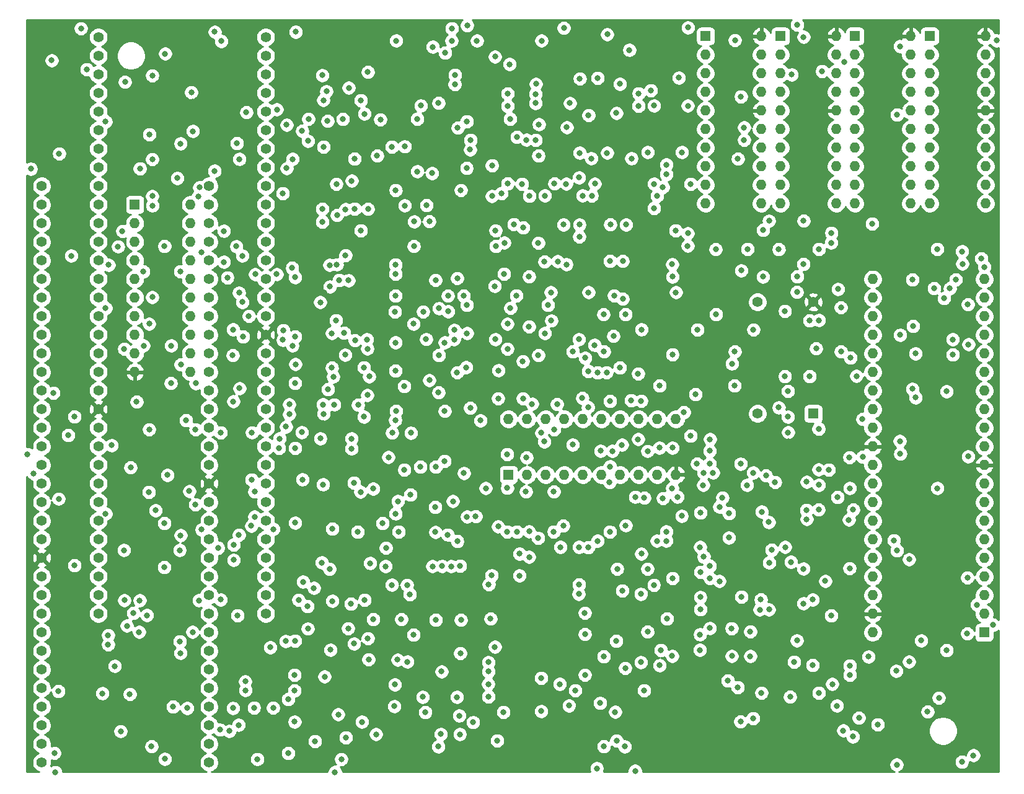
<source format=gbr>
%TF.GenerationSoftware,KiCad,Pcbnew,(5.1.12)-1*%
%TF.CreationDate,2022-12-05T14:55:24+01:00*%
%TF.ProjectId,atonceplus,61746f6e-6365-4706-9c75-732e6b696361,rev?*%
%TF.SameCoordinates,Original*%
%TF.FileFunction,Copper,L3,Inr*%
%TF.FilePolarity,Positive*%
%FSLAX46Y46*%
G04 Gerber Fmt 4.6, Leading zero omitted, Abs format (unit mm)*
G04 Created by KiCad (PCBNEW (5.1.12)-1) date 2022-12-05 14:55:24*
%MOMM*%
%LPD*%
G01*
G04 APERTURE LIST*
%TA.AperFunction,ComponentPad*%
%ADD10C,1.400000*%
%TD*%
%TA.AperFunction,ComponentPad*%
%ADD11R,1.400000X1.400000*%
%TD*%
%TA.AperFunction,ComponentPad*%
%ADD12O,1.400000X1.400000*%
%TD*%
%TA.AperFunction,ViaPad*%
%ADD13C,0.800000*%
%TD*%
%TA.AperFunction,Conductor*%
%ADD14C,0.254000*%
%TD*%
%TA.AperFunction,Conductor*%
%ADD15C,0.100000*%
%TD*%
G04 APERTURE END LIST*
D10*
%TO.N,Z_D4*%
%TO.C,J1*%
X109020000Y-139580000D03*
%TO.N,Z_D3*%
X109020000Y-137040000D03*
%TO.N,Z_D2*%
X109020000Y-134500000D03*
%TO.N,Z_D1*%
X109020000Y-131960000D03*
%TO.N,Z_D0*%
X109020000Y-129420000D03*
%TO.N,Z_~AS*%
X109020000Y-126880000D03*
%TO.N,Z_~UDS*%
X109020000Y-124340000D03*
%TO.N,Z_~LDS*%
X109020000Y-121800000D03*
%TO.N,Z_R~W*%
X109020000Y-119260000D03*
%TO.N,Z_~DTACK*%
X109020000Y-116720000D03*
%TO.N,Z_~BG*%
X109020000Y-114180000D03*
%TO.N,Z_~BGACK*%
X109020000Y-111640000D03*
%TO.N,Z_~BR*%
X109020000Y-109100000D03*
%TO.N,VCC*%
X109020000Y-106560000D03*
%TO.N,Z_CLK*%
X109020000Y-104020000D03*
%TO.N,GND*%
X109020000Y-101480000D03*
%TO.N,Z_~HALT*%
X109020000Y-98940000D03*
%TO.N,Z_~RESET*%
X109020000Y-96400000D03*
%TO.N,Z_~VMA*%
X109020000Y-93860000D03*
%TO.N,Z_E*%
X109020000Y-91320000D03*
%TO.N,Z_~VPA*%
X109020000Y-88780000D03*
%TO.N,Z_~BERR*%
X109020000Y-86240000D03*
%TO.N,Z_~IPL2*%
X109020000Y-83700000D03*
%TO.N,Z_~IPL1*%
X109020000Y-81160000D03*
%TO.N,Z_~IPL0*%
X109020000Y-78620000D03*
%TO.N,Z_FC2*%
X109020000Y-76080000D03*
%TO.N,Z_FC1*%
X109020000Y-73540000D03*
%TO.N,Z_FC0*%
X109020000Y-71000000D03*
%TO.N,Z_A1*%
X109020000Y-68460000D03*
%TO.N,Z_A2*%
X109020000Y-65920000D03*
%TO.N,Z_A3*%
X109020000Y-63380000D03*
%TO.N,Z_A4*%
X109020000Y-60840000D03*
%TO.N,Z_A5*%
X86160000Y-60840000D03*
%TO.N,Z_A6*%
X86160000Y-63380000D03*
%TO.N,Z_A7*%
X86160000Y-65920000D03*
%TO.N,Z_A8*%
X86160000Y-68460000D03*
%TO.N,Z_A9*%
X86160000Y-71000000D03*
%TO.N,Z_A10*%
X86160000Y-73540000D03*
%TO.N,Z_A11*%
X86160000Y-76080000D03*
%TO.N,Z_A12*%
X86160000Y-78620000D03*
%TO.N,Z_A13*%
X86160000Y-81160000D03*
%TO.N,Z_A14*%
X86160000Y-83700000D03*
%TO.N,Z_A15*%
X86160000Y-86240000D03*
%TO.N,Z_A16*%
X86160000Y-88780000D03*
%TO.N,Z_A17*%
X86160000Y-91320000D03*
%TO.N,Z_A18*%
X86160000Y-93860000D03*
%TO.N,Z_A19*%
X86160000Y-96400000D03*
%TO.N,Z_A20*%
X86160000Y-98940000D03*
%TO.N,VCC*%
X86160000Y-101480000D03*
%TO.N,Z_A21*%
X86160000Y-104020000D03*
%TO.N,Z_A22*%
X86160000Y-106560000D03*
%TO.N,Z_A23*%
X86160000Y-109100000D03*
%TO.N,GND*%
X86160000Y-111640000D03*
%TO.N,Z_D15*%
X86160000Y-114180000D03*
%TO.N,Z_D14*%
X86160000Y-116720000D03*
%TO.N,Z_D13*%
X86160000Y-119260000D03*
%TO.N,Z_D12*%
X86160000Y-121800000D03*
%TO.N,Z_D11*%
X86160000Y-124340000D03*
%TO.N,Z_D10*%
X86160000Y-126880000D03*
%TO.N,Z_D9*%
X86160000Y-129420000D03*
%TO.N,Z_D8*%
X86160000Y-131960000D03*
%TO.N,Z_D7*%
X86160000Y-134500000D03*
%TO.N,Z_D6*%
X86160000Y-137040000D03*
%TO.N,Z_D5*%
X86160000Y-139580000D03*
%TD*%
%TO.N,Z_D5*%
%TO.C,J2*%
X93890000Y-119250000D03*
%TO.N,Z_D6*%
X93890000Y-116710000D03*
%TO.N,Z_D7*%
X93890000Y-114170000D03*
%TO.N,Z_D8*%
X93890000Y-111630000D03*
%TO.N,Z_D9*%
X93890000Y-109090000D03*
%TO.N,Z_D10*%
X93890000Y-106550000D03*
%TO.N,Z_D11*%
X93890000Y-104010000D03*
%TO.N,Z_D12*%
X93890000Y-101470000D03*
%TO.N,Z_D13*%
X93890000Y-98930000D03*
%TO.N,Z_D14*%
X93890000Y-96390000D03*
%TO.N,Z_D15*%
X93890000Y-93850000D03*
%TO.N,GND*%
X93890000Y-91310000D03*
%TO.N,Z_A23*%
X93890000Y-88770000D03*
%TO.N,Z_A22*%
X93890000Y-86230000D03*
%TO.N,Z_A21*%
X93890000Y-83690000D03*
%TO.N,VCC*%
X93890000Y-81150000D03*
%TO.N,Z_A20*%
X93890000Y-78610000D03*
%TO.N,Z_A19*%
X93890000Y-76070000D03*
%TO.N,Z_A18*%
X93890000Y-73530000D03*
%TO.N,Z_A17*%
X93890000Y-70990000D03*
%TO.N,Z_A16*%
X93890000Y-68450000D03*
%TO.N,Z_A15*%
X93890000Y-65910000D03*
%TO.N,Z_A14*%
X93890000Y-63370000D03*
%TO.N,Z_A13*%
X93890000Y-60830000D03*
%TO.N,Z_A12*%
X93890000Y-58290000D03*
%TO.N,Z_A11*%
X93890000Y-55750000D03*
%TO.N,Z_A10*%
X93890000Y-53210000D03*
%TO.N,Z_A9*%
X93890000Y-50670000D03*
%TO.N,Z_A8*%
X93890000Y-48130000D03*
%TO.N,Z_A7*%
X93890000Y-45590000D03*
%TO.N,Z_A6*%
X93890000Y-43050000D03*
%TO.N,Z_A5*%
X93890000Y-40510000D03*
%TO.N,Z_A4*%
X116750000Y-40510000D03*
%TO.N,Z_A3*%
X116750000Y-43050000D03*
%TO.N,Z_A2*%
X116750000Y-45590000D03*
%TO.N,Z_A1*%
X116750000Y-48130000D03*
%TO.N,Z_FC0*%
X116750000Y-50670000D03*
%TO.N,Z_FC1*%
X116750000Y-53210000D03*
%TO.N,Z_FC2*%
X116750000Y-55750000D03*
%TO.N,Z_~IPL0*%
X116750000Y-58290000D03*
%TO.N,Z_~IPL1*%
X116750000Y-60830000D03*
%TO.N,Z_~IPL2*%
X116750000Y-63370000D03*
%TO.N,Z_~BERR*%
X116750000Y-65910000D03*
%TO.N,Z_~VPA*%
X116750000Y-68450000D03*
%TO.N,Z_E*%
X116750000Y-70990000D03*
%TO.N,Z_~VMA*%
X116750000Y-73530000D03*
%TO.N,Z_~RESET*%
X116750000Y-76070000D03*
%TO.N,Z_~HALT*%
X116750000Y-78610000D03*
%TO.N,GND*%
X116750000Y-81150000D03*
%TO.N,Z_CLK*%
X116750000Y-83690000D03*
%TO.N,VCC*%
X116750000Y-86230000D03*
%TO.N,M_~BR*%
X116750000Y-88770000D03*
%TO.N,M_~BGACK*%
X116750000Y-91310000D03*
%TO.N,M_~BG*%
X116750000Y-93850000D03*
%TO.N,M_~DTACK*%
X116750000Y-96390000D03*
%TO.N,Z_R~W*%
X116750000Y-98930000D03*
%TO.N,M_~LDS*%
X116750000Y-101470000D03*
%TO.N,M_~UDS*%
X116750000Y-104010000D03*
%TO.N,M_~AS*%
X116750000Y-106550000D03*
%TO.N,Z_D0*%
X116750000Y-109090000D03*
%TO.N,Z_D1*%
X116750000Y-111630000D03*
%TO.N,Z_D2*%
X116750000Y-114170000D03*
%TO.N,Z_D3*%
X116750000Y-116710000D03*
%TO.N,Z_D4*%
X116750000Y-119250000D03*
%TD*%
D11*
%TO.N,Net-(Q1-Pad1)*%
%TO.C,Q1*%
X191540000Y-91930000D03*
D10*
%TO.N,VCC*%
X183920000Y-91930000D03*
%TO.N,Net-(Q1-Pad8)*%
X183920000Y-76690000D03*
%TO.N,GND*%
X191540000Y-76690000D03*
%TD*%
D11*
%TO.N,Net-(U14-Pad1)*%
%TO.C,U14*%
X214890000Y-121820000D03*
D12*
%TO.N,6_D2*%
X199650000Y-73560000D03*
%TO.N,Net-(U14-Pad2)*%
X214890000Y-119280000D03*
%TO.N,6_D1*%
X199650000Y-76100000D03*
%TO.N,Net-(U14-Pad3)*%
X214890000Y-116740000D03*
%TO.N,6_D0*%
X199650000Y-78640000D03*
%TO.N,Net-(U14-Pad4)*%
X214890000Y-114200000D03*
%TO.N,6_PEREQ*%
X199650000Y-81180000D03*
%TO.N,6_D15*%
X214890000Y-111660000D03*
%TO.N,7_~BUSY*%
X199650000Y-83720000D03*
%TO.N,6_D14*%
X214890000Y-109120000D03*
%TO.N,7_~ERROR*%
X199650000Y-86260000D03*
%TO.N,6_D13*%
X214890000Y-106580000D03*
%TO.N,7_~NPRD*%
X199650000Y-88800000D03*
%TO.N,6_D12*%
X214890000Y-104040000D03*
%TO.N,7_~NPWR*%
X199650000Y-91340000D03*
%TO.N,VCC*%
X214890000Y-101500000D03*
%TO.N,Z_A1*%
X199650000Y-93880000D03*
%TO.N,GND*%
X214890000Y-98960000D03*
X199650000Y-96420000D03*
%TO.N,6_D11*%
X214890000Y-96420000D03*
%TO.N,Z_A2*%
X199650000Y-98960000D03*
%TO.N,6_D10*%
X214890000Y-93880000D03*
%TO.N,Net-(Q1-Pad8)*%
X199650000Y-101500000D03*
%TO.N,Net-(U14-Pad13)*%
X214890000Y-91340000D03*
%TO.N,7_NPS2*%
X199650000Y-104040000D03*
%TO.N,6_D9*%
X214890000Y-88800000D03*
%TO.N,7_~NPS1*%
X199650000Y-106580000D03*
%TO.N,6_D8*%
X214890000Y-86260000D03*
%TO.N,7_RESET*%
X199650000Y-109120000D03*
%TO.N,6_D7*%
X214890000Y-83720000D03*
%TO.N,6_~PEACK*%
X199650000Y-111660000D03*
%TO.N,6_D6*%
X214890000Y-81180000D03*
%TO.N,Net-(U14-Pad37)*%
X199650000Y-114200000D03*
%TO.N,6_D5*%
X214890000Y-78640000D03*
%TO.N,Net-(U14-Pad38)*%
X199650000Y-116740000D03*
%TO.N,6_D4*%
X214890000Y-76100000D03*
%TO.N,GND*%
X199650000Y-119280000D03*
%TO.N,6_D3*%
X214890000Y-73560000D03*
%TO.N,Net-(U14-Pad40)*%
X199650000Y-121820000D03*
%TD*%
%TO.N,VCC*%
%TO.C,U22*%
X149920000Y-92660000D03*
%TO.N,GND*%
X172780000Y-100280000D03*
%TO.N,7_NPS2*%
X152460000Y-92660000D03*
%TO.N,Z_A1*%
X170240000Y-100280000D03*
%TO.N,Z_D4*%
X155000000Y-92660000D03*
%TO.N,Z_R~W*%
X167700000Y-100280000D03*
%TO.N,6_D1*%
X157540000Y-92660000D03*
%TO.N,P19*%
X165160000Y-100280000D03*
%TO.N,6_D0*%
X160080000Y-92660000D03*
%TO.N,P61*%
X162620000Y-100280000D03*
%TO.N,Net-(U22-Pad15)*%
X162620000Y-92660000D03*
%TO.N,Z_~VPA*%
X160080000Y-100280000D03*
%TO.N,P53*%
X165160000Y-92660000D03*
%TO.N,Z_A15*%
X157540000Y-100280000D03*
%TO.N,P47*%
X167700000Y-92660000D03*
%TO.N,Z_A7*%
X155000000Y-100280000D03*
%TO.N,CLK*%
X170240000Y-92660000D03*
%TO.N,Z_A6*%
X152460000Y-100280000D03*
%TO.N,P53*%
X172780000Y-92660000D03*
D11*
%TO.N,P45*%
X149920000Y-100280000D03*
%TD*%
%TO.N,P29*%
%TO.C,U44*%
X98870000Y-63380000D03*
D12*
%TO.N,Z_~BGACK*%
X106490000Y-86240000D03*
%TO.N,Z_A3*%
X98870000Y-65920000D03*
%TO.N,7_~NPS1*%
X106490000Y-83700000D03*
%TO.N,Z_R~W*%
X98870000Y-68460000D03*
%TO.N,7_~NPWR*%
X106490000Y-81160000D03*
%TO.N,Z_A5*%
X98870000Y-71000000D03*
%TO.N,7_~NPRD*%
X106490000Y-78620000D03*
%TO.N,Z_A6*%
X98870000Y-73540000D03*
%TO.N,M_~BGACK*%
X106490000Y-76080000D03*
%TO.N,Z_A7*%
X98870000Y-76080000D03*
%TO.N,M_~BR*%
X106490000Y-73540000D03*
%TO.N,Z_A8*%
X98870000Y-78620000D03*
%TO.N,P46*%
X106490000Y-71000000D03*
%TO.N,Z_A9*%
X98870000Y-81160000D03*
%TO.N,Z_~BR*%
X106490000Y-68460000D03*
%TO.N,P9*%
X98870000Y-83700000D03*
%TO.N,Net-(U37-Pad2)*%
X106490000Y-65920000D03*
%TO.N,GND*%
X98870000Y-86240000D03*
%TO.N,VCC*%
X106490000Y-63380000D03*
%TD*%
%TO.N,GND*%
%TO.C,U31*%
X215070000Y-40360000D03*
%TO.N,VCC*%
X207450000Y-63220000D03*
%TO.N,6_D7*%
X215070000Y-42900000D03*
%TO.N,Net-(R34-Pad1)*%
X207450000Y-60680000D03*
%TO.N,6_D6*%
X215070000Y-45440000D03*
%TO.N,Net-(R33-Pad1)*%
X207450000Y-58140000D03*
%TO.N,Net-(R312-Pad2)*%
X215070000Y-47980000D03*
%TO.N,Net-(R32-Pad1)*%
X207450000Y-55600000D03*
%TO.N,GND*%
X215070000Y-50520000D03*
%TO.N,Net-(R31-Pad1)*%
X207450000Y-53060000D03*
%TO.N,Net-(R39-Pad2)*%
X215070000Y-53060000D03*
%TO.N,Net-(U31-Pad5)*%
X207450000Y-50520000D03*
%TO.N,Net-(R38-Pad2)*%
X215070000Y-55600000D03*
%TO.N,Net-(R311-Pad2)*%
X207450000Y-47980000D03*
%TO.N,Net-(R37-Pad2)*%
X215070000Y-58140000D03*
%TO.N,Z_R~W*%
X207450000Y-45440000D03*
%TO.N,Net-(R36-Pad2)*%
X215070000Y-60680000D03*
%TO.N,6_D5*%
X207450000Y-42900000D03*
%TO.N,Net-(R35-Pad2)*%
X215070000Y-63220000D03*
D11*
%TO.N,6_D4*%
X207450000Y-40360000D03*
%TD*%
%TO.N,6_D0*%
%TO.C,U32*%
X197230000Y-40360000D03*
D12*
%TO.N,Net-(R35-Pad2)*%
X204850000Y-63220000D03*
%TO.N,6_D1*%
X197230000Y-42900000D03*
%TO.N,Net-(R36-Pad2)*%
X204850000Y-60680000D03*
%TO.N,Z_R~W*%
X197230000Y-45440000D03*
%TO.N,Net-(R37-Pad2)*%
X204850000Y-58140000D03*
%TO.N,Net-(R311-Pad2)*%
X197230000Y-47980000D03*
%TO.N,Net-(R38-Pad2)*%
X204850000Y-55600000D03*
%TO.N,Net-(U32-Pad5)*%
X197230000Y-50520000D03*
%TO.N,Net-(R39-Pad2)*%
X204850000Y-53060000D03*
%TO.N,Net-(R31-Pad1)*%
X197230000Y-53060000D03*
%TO.N,GND*%
X204850000Y-50520000D03*
%TO.N,Net-(R32-Pad1)*%
X197230000Y-55600000D03*
%TO.N,Net-(R312-Pad2)*%
X204850000Y-47980000D03*
%TO.N,Net-(R33-Pad1)*%
X197230000Y-58140000D03*
%TO.N,6_D2*%
X204850000Y-45440000D03*
%TO.N,Net-(R34-Pad1)*%
X197230000Y-60680000D03*
%TO.N,6_D3*%
X204850000Y-42900000D03*
%TO.N,VCC*%
X197230000Y-63220000D03*
%TO.N,GND*%
X204850000Y-40360000D03*
%TD*%
D11*
%TO.N,6_D12*%
%TO.C,U33*%
X187060000Y-40360000D03*
D12*
%TO.N,Net-(R35-Pad2)*%
X194680000Y-63220000D03*
%TO.N,6_D13*%
X187060000Y-42900000D03*
%TO.N,Net-(R36-Pad2)*%
X194680000Y-60680000D03*
%TO.N,Z_R~W*%
X187060000Y-45440000D03*
%TO.N,Net-(R37-Pad2)*%
X194680000Y-58140000D03*
%TO.N,Net-(R311-Pad2)*%
X187060000Y-47980000D03*
%TO.N,Net-(R38-Pad2)*%
X194680000Y-55600000D03*
%TO.N,Net-(U33-Pad5)*%
X187060000Y-50520000D03*
%TO.N,Net-(R39-Pad2)*%
X194680000Y-53060000D03*
%TO.N,Net-(R31-Pad1)*%
X187060000Y-53060000D03*
%TO.N,GND*%
X194680000Y-50520000D03*
%TO.N,Net-(R32-Pad1)*%
X187060000Y-55600000D03*
%TO.N,Net-(R313-Pad2)*%
X194680000Y-47980000D03*
%TO.N,Net-(R33-Pad1)*%
X187060000Y-58140000D03*
%TO.N,6_D14*%
X194680000Y-45440000D03*
%TO.N,Net-(R34-Pad1)*%
X187060000Y-60680000D03*
%TO.N,6_D15*%
X194680000Y-42900000D03*
%TO.N,VCC*%
X187060000Y-63220000D03*
%TO.N,GND*%
X194680000Y-40360000D03*
%TD*%
%TO.N,GND*%
%TO.C,U34*%
X184450000Y-40360000D03*
%TO.N,VCC*%
X176830000Y-63220000D03*
%TO.N,6_D11*%
X184450000Y-42900000D03*
%TO.N,Net-(R34-Pad1)*%
X176830000Y-60680000D03*
%TO.N,6_D10*%
X184450000Y-45440000D03*
%TO.N,Net-(R33-Pad1)*%
X176830000Y-58140000D03*
%TO.N,Net-(R313-Pad2)*%
X184450000Y-47980000D03*
%TO.N,Net-(R32-Pad1)*%
X176830000Y-55600000D03*
%TO.N,GND*%
X184450000Y-50520000D03*
%TO.N,Net-(R31-Pad1)*%
X176830000Y-53060000D03*
%TO.N,Net-(R39-Pad2)*%
X184450000Y-53060000D03*
%TO.N,Net-(U34-Pad5)*%
X176830000Y-50520000D03*
%TO.N,Net-(R38-Pad2)*%
X184450000Y-55600000D03*
%TO.N,Net-(R311-Pad2)*%
X176830000Y-47980000D03*
%TO.N,Net-(R37-Pad2)*%
X184450000Y-58140000D03*
%TO.N,Z_R~W*%
X176830000Y-45440000D03*
%TO.N,Net-(R36-Pad2)*%
X184450000Y-60680000D03*
%TO.N,6_D9*%
X176830000Y-42900000D03*
%TO.N,Net-(R35-Pad2)*%
X184450000Y-63220000D03*
D11*
%TO.N,6_D8*%
X176830000Y-40360000D03*
%TD*%
D13*
%TO.N,VCC*%
X151900000Y-66510000D03*
X160790000Y-86150000D03*
X144240000Y-106020000D03*
X147460000Y-119940000D03*
X143190000Y-133200000D03*
X171560000Y-119940000D03*
X94440000Y-130150000D03*
X102970000Y-139100000D03*
X102890000Y-112920000D03*
X121770000Y-100940000D03*
X124590000Y-101620000D03*
X124420000Y-112280000D03*
X121840000Y-114910000D03*
X103320000Y-100330000D03*
X87520000Y-43680000D03*
X106580000Y-48050000D03*
X124470000Y-45710000D03*
X130570000Y-81800000D03*
X130700000Y-122624990D03*
X136100000Y-125830000D03*
X123490000Y-136695000D03*
X139970000Y-120110000D03*
X142309171Y-103899470D03*
X146080000Y-92880000D03*
X142900000Y-86300000D03*
X142910000Y-73450000D03*
X130720000Y-63980000D03*
X150060000Y-44200000D03*
X159650000Y-46175000D03*
X151760000Y-60570000D03*
X157800000Y-60540000D03*
X175440000Y-89290000D03*
X196480000Y-97900000D03*
X190630000Y-105110000D03*
X184500000Y-105330000D03*
X184460000Y-130075000D03*
X180420000Y-125050000D03*
X181740000Y-116950000D03*
X184370000Y-117320000D03*
X208700000Y-130750000D03*
X208490000Y-102120000D03*
X210590000Y-81800000D03*
%TO.N,GND*%
X167840000Y-75950000D03*
X144260000Y-65890000D03*
X158260000Y-86190000D03*
X159680000Y-107850000D03*
X159420000Y-132110000D03*
X91790000Y-132749999D03*
X102060000Y-131560000D03*
X121880000Y-104140000D03*
X121790000Y-111650000D03*
X132060000Y-113700000D03*
X133340000Y-102810000D03*
X124670000Y-93280000D03*
X87520000Y-46185000D03*
X106810000Y-49310000D03*
X105780000Y-43770000D03*
X121890000Y-48080000D03*
X105320000Y-56920000D03*
X124730000Y-75390000D03*
X128380000Y-79260000D03*
X128240000Y-61460000D03*
X135910000Y-51530000D03*
X128190000Y-120030000D03*
X124770000Y-134080000D03*
X143320000Y-116910000D03*
X142830000Y-98910000D03*
X146070000Y-98840000D03*
X142910000Y-70350000D03*
X148430000Y-53090000D03*
X147590000Y-40400000D03*
X150190000Y-46500000D03*
X157100000Y-48690000D03*
X171050000Y-52270001D03*
X181860000Y-67740000D03*
X192130000Y-67740000D03*
X202390000Y-67740000D03*
X212590000Y-67780000D03*
X188170000Y-95720000D03*
X181880000Y-107690000D03*
X192110000Y-106770000D03*
X181680000Y-119965000D03*
X188070000Y-117330000D03*
X192000000Y-118740000D03*
X192030000Y-131450000D03*
X206030000Y-130760000D03*
X207420000Y-98670000D03*
%TO.N,Z_D4*%
X119520000Y-93720000D03*
%TO.N,Z_D3*%
X112330000Y-90270000D03*
X120740000Y-87780000D03*
X110600000Y-117350000D03*
%TO.N,Z_D1*%
X112360000Y-111930000D03*
X105140000Y-85220000D03*
X120810000Y-85180000D03*
X106024999Y-132154999D03*
X112279999Y-132150000D03*
%TO.N,Z_D0*%
X113085000Y-108500000D03*
X112250000Y-83960000D03*
X120400000Y-82650000D03*
X113980000Y-129724990D03*
%TO.N,Z_~AS*%
X96930000Y-135320000D03*
X110500000Y-135110002D03*
%TO.N,Z_~UDS*%
X105110000Y-124644990D03*
%TO.N,Z_R~W*%
X167210000Y-140730000D03*
X113050000Y-134460000D03*
X100790000Y-102640000D03*
X114830000Y-100950000D03*
X158670000Y-96180000D03*
X188110000Y-94500000D03*
X167610000Y-95425021D03*
X100520000Y-119470000D03*
X112890000Y-119500000D03*
%TO.N,Z_~DTACK*%
X97450000Y-117430000D03*
%TO.N,Z_~BG*%
X108000000Y-107770000D03*
X133180000Y-110280000D03*
%TO.N,Z_~BGACK*%
X125460000Y-113160000D03*
X102900000Y-106910000D03*
X103800000Y-87770000D03*
%TO.N,Z_~BR*%
X105130000Y-108560000D03*
X102920000Y-69050000D03*
%TO.N,Z_CLK*%
X110240000Y-110280000D03*
X160800000Y-110210000D03*
X162420000Y-131470000D03*
X188370000Y-130620000D03*
X114870000Y-94510000D03*
X110590000Y-94530000D03*
X107150000Y-104335000D03*
%TO.N,Z_~RESET*%
X170735000Y-124250000D03*
X122500000Y-121310000D03*
X119480000Y-123020000D03*
X106750000Y-121760000D03*
X118630000Y-95340000D03*
%TO.N,Z_~VMA*%
X111510000Y-73355000D03*
%TO.N,Z_E*%
X111030000Y-71210000D03*
%TO.N,Z_~VPA*%
X134450000Y-92830000D03*
X124570002Y-90690000D03*
X119090000Y-81860000D03*
X135685010Y-99610000D03*
%TO.N,Z_~BERR*%
X108000000Y-69920000D03*
%TO.N,Z_~IPL2*%
X160340000Y-119160000D03*
X128400000Y-117920000D03*
X129370000Y-90740000D03*
X126360000Y-79200000D03*
X128890000Y-63960000D03*
X125785010Y-85650000D03*
X126110000Y-90700000D03*
%TO.N,Z_~IPL1*%
X113650000Y-81410000D03*
X125850000Y-107670000D03*
X119150000Y-80560000D03*
X117779997Y-107700003D03*
%TO.N,Z_~IPL0*%
X97420000Y-83090000D03*
X97380000Y-110580000D03*
X104990000Y-110580000D03*
X105015000Y-123060000D03*
X117370000Y-123860000D03*
X114440000Y-78610000D03*
%TO.N,Z_FC1*%
X140350000Y-89050000D03*
X120770000Y-73310000D03*
X118250000Y-72900000D03*
X125249998Y-88610000D03*
%TO.N,Z_FC0*%
X113550000Y-70370000D03*
X114110000Y-50770000D03*
%TO.N,Z_A1*%
X143300000Y-112730000D03*
X152730000Y-111520000D03*
X152730000Y-108020000D03*
X192270000Y-99570000D03*
X192280000Y-94020000D03*
X193980000Y-68590000D03*
X128100000Y-47430000D03*
X149790000Y-48220000D03*
X126479990Y-64830010D03*
%TO.N,Z_A2*%
X202980000Y-51110000D03*
X150130000Y-51670000D03*
X130230000Y-50975000D03*
X118270000Y-50380000D03*
X120420000Y-57160000D03*
X113160000Y-57170000D03*
%TO.N,Z_A3*%
X119610000Y-52480000D03*
X99570000Y-58460000D03*
X119610000Y-58410000D03*
X137450000Y-58850000D03*
X137450000Y-51680000D03*
X144230000Y-52010000D03*
%TO.N,Z_A4*%
X119070000Y-61850000D03*
X134570000Y-40995000D03*
X142150000Y-41000000D03*
%TO.N,Z_A5*%
X110680000Y-41050000D03*
X130700000Y-45275000D03*
X120360000Y-72020000D03*
X97180002Y-67010000D03*
%TO.N,Z_A6*%
X151890000Y-89860000D03*
X151870000Y-84780000D03*
X149310000Y-72840000D03*
X134490000Y-72840000D03*
X125475000Y-71632347D03*
X121730000Y-53320000D03*
X109770000Y-58780000D03*
X124630000Y-49120000D03*
X129740000Y-49130000D03*
%TO.N,Z_A7*%
X154410000Y-94560000D03*
X134460000Y-71570000D03*
X126472786Y-71565000D03*
X136585032Y-94560000D03*
%TO.N,Z_A8*%
X160850000Y-51180000D03*
X96575010Y-69110000D03*
X137934990Y-49855000D03*
%TO.N,Z_A9*%
X95300000Y-71630000D03*
X125785000Y-80950000D03*
X100825000Y-79670000D03*
X99535000Y-117450000D03*
X107620000Y-117450000D03*
X115600000Y-139130000D03*
X127080000Y-139140000D03*
X165790000Y-137410000D03*
X216120000Y-120790000D03*
X216570000Y-40970000D03*
X164660000Y-50870000D03*
X127450001Y-80920000D03*
%TO.N,Z_A10*%
X88530000Y-56420000D03*
X139940000Y-73700000D03*
X140360000Y-49500000D03*
X153660000Y-46900000D03*
X165130000Y-46900000D03*
%TO.N,Z_A11*%
X168920000Y-56230000D03*
X153620000Y-54560000D03*
X92290000Y-44910000D03*
X174420000Y-39190000D03*
X174410000Y-49880000D03*
X169790000Y-49870000D03*
%TO.N,Z_A12*%
X84670000Y-58490000D03*
X122590000Y-51690000D03*
X149790000Y-49920000D03*
X167680000Y-49910000D03*
X167690000Y-48210000D03*
X169350000Y-47780000D03*
X125040000Y-47905010D03*
%TO.N,Z_A13*%
X97530000Y-46630000D03*
X148070000Y-43170000D03*
X166420000Y-42270000D03*
%TO.N,Z_A14*%
X107690000Y-61030000D03*
X109790000Y-39790000D03*
X144260000Y-38910000D03*
%TO.N,Z_A15*%
X85060000Y-100120000D03*
X101250000Y-62220000D03*
X101250000Y-57190000D03*
X106800000Y-53350000D03*
X120850000Y-39780000D03*
X157470000Y-39250000D03*
%TO.N,Z_A16*%
X153960000Y-108920000D03*
X139920000Y-108110000D03*
X139910000Y-104710000D03*
X88470000Y-103570000D03*
X94890000Y-52040000D03*
X100860000Y-53800000D03*
%TO.N,Z_A17*%
X159990000Y-89810000D03*
X160390000Y-84320000D03*
X154830000Y-71180000D03*
X112740000Y-69090000D03*
X113110000Y-75420000D03*
X94880000Y-77520000D03*
X100040000Y-72520000D03*
%TO.N,Z_A18*%
X164760000Y-113140000D03*
X133990000Y-115320000D03*
X134490000Y-105600000D03*
X115230000Y-106010000D03*
X115230000Y-102590000D03*
X129700000Y-102630000D03*
X106320000Y-102530000D03*
X105860000Y-92850000D03*
%TO.N,Z_A19*%
X167230000Y-103315000D03*
X152290000Y-102590000D03*
X149720000Y-97490000D03*
%TO.N,Z_A20*%
X168050000Y-111070000D03*
X141600000Y-108480000D03*
X141180000Y-98410000D03*
X95720000Y-96260000D03*
%TO.N,Z_A21*%
X164620000Y-123000000D03*
X87730000Y-89110000D03*
%TO.N,Z_A22*%
X170170000Y-109310000D03*
X94880000Y-105620000D03*
%TO.N,Z_A23*%
X172265000Y-102120000D03*
X156100000Y-102580000D03*
X154800000Y-95760000D03*
X89770000Y-94890000D03*
%TO.N,Z_D15*%
X120700000Y-134020000D03*
%TO.N,Z_D14*%
X84190000Y-97480000D03*
X87880000Y-138300000D03*
X119820000Y-138310000D03*
%TO.N,Z_D13*%
X120690000Y-129760000D03*
%TO.N,Z_D12*%
X95230000Y-122200000D03*
X124790000Y-127850000D03*
%TO.N,Z_D11*%
X95230000Y-123470000D03*
X120690000Y-127630000D03*
%TO.N,Z_D10*%
X96130000Y-126410000D03*
X121230000Y-117380000D03*
%TO.N,Z_D9*%
X88440000Y-129840000D03*
X119820000Y-130960000D03*
%TO.N,Z_D8*%
X122440000Y-118240000D03*
%TO.N,Z_D7*%
X118570000Y-96630000D03*
X120770000Y-96630000D03*
X115150000Y-132110000D03*
X117769999Y-132120001D03*
%TO.N,Z_D6*%
X119965000Y-92020000D03*
X90640000Y-92350000D03*
X90630000Y-112670000D03*
%TO.N,Z_D5*%
X97780000Y-120920000D03*
X99120000Y-90320000D03*
X119965000Y-90680000D03*
%TO.N,M_~BR*%
X107190000Y-87790000D03*
%TO.N,M_~BGACK*%
X115300000Y-72900000D03*
X105094999Y-72514999D03*
%TO.N,M_~BG*%
X121680000Y-94490000D03*
X128790000Y-101370000D03*
X131430000Y-102190000D03*
%TO.N,M_~DTACK*%
X127690000Y-136170000D03*
X113950000Y-128510000D03*
X98180000Y-130260000D03*
%TO.N,M_~LDS*%
X148490000Y-107345000D03*
X134800000Y-103890000D03*
X131430000Y-120020000D03*
X135270000Y-120020000D03*
X134760000Y-125550000D03*
X154380000Y-128050000D03*
X154380000Y-132587498D03*
X181600000Y-133990000D03*
X134910000Y-108060000D03*
X114790000Y-107260000D03*
X112360000Y-109840000D03*
X111780000Y-135290000D03*
X101150000Y-137390000D03*
%TO.N,M_~UDS*%
X157380000Y-107240000D03*
X185470000Y-106750000D03*
X190640000Y-106350000D03*
X91510000Y-39310000D03*
X101710000Y-105150000D03*
%TO.N,M_~AS*%
X149730000Y-108070000D03*
X120770000Y-106840000D03*
%TO.N,Net-(Q1-Pad8)*%
X152750000Y-62210000D03*
X184690000Y-66850000D03*
X185070000Y-100390000D03*
X197770000Y-133480000D03*
X183310000Y-133550000D03*
%TO.N,6_~S0*%
X168070000Y-80450000D03*
X139100000Y-87370000D03*
X140840000Y-112760000D03*
X131020000Y-112370000D03*
X153140000Y-90600000D03*
%TO.N,6_~S1*%
X176540000Y-100000000D03*
X162490000Y-97030000D03*
X143820000Y-100060000D03*
X142920000Y-109360000D03*
X129310000Y-108100000D03*
X163780000Y-99160000D03*
%TO.N,Net-(R15-Pad2)*%
X144130000Y-85610000D03*
X148540000Y-86030000D03*
%TO.N,7_~BUSY*%
X181230000Y-129310000D03*
X196620000Y-84300000D03*
X205510000Y-83720000D03*
X194130000Y-128880000D03*
%TO.N,Net-(R31-Pad1)*%
X157870000Y-52830000D03*
%TO.N,Net-(R31-Pad2)*%
X158300000Y-49530000D03*
X153600000Y-49530000D03*
%TO.N,Net-(R32-Pad2)*%
X163390000Y-56310000D03*
X151050000Y-54160000D03*
%TO.N,Net-(R32-Pad1)*%
X166710000Y-57085000D03*
%TO.N,Net-(R33-Pad2)*%
X147660000Y-58040000D03*
X169800000Y-60540000D03*
%TO.N,Net-(R35-Pad2)*%
X189340000Y-38820000D03*
X142180000Y-39320000D03*
%TO.N,Net-(R36-Pad1)*%
X112810000Y-55000000D03*
X122520000Y-54690000D03*
%TO.N,Net-(R36-Pad2)*%
X128880000Y-57130000D03*
%TO.N,Net-(R37-Pad2)*%
X181240000Y-57120000D03*
X180840000Y-40930000D03*
X101260000Y-45750000D03*
%TO.N,Net-(R38-Pad2)*%
X152360000Y-54540000D03*
X149800000Y-60500000D03*
X105120000Y-55050000D03*
%TO.N,Net-(R39-Pad2)*%
X182100000Y-54550000D03*
X144730000Y-54550000D03*
X143400000Y-61410000D03*
X134500000Y-61420000D03*
X182100006Y-52850006D03*
%TO.N,Net-(R39-Pad1)*%
X128500000Y-60130000D03*
X104670000Y-59760000D03*
X103840000Y-82650000D03*
X100070000Y-82650000D03*
X98670000Y-119190000D03*
X130265000Y-117380000D03*
%TO.N,M2*%
X145070000Y-134095001D03*
X138550000Y-132720000D03*
X120740000Y-122980000D03*
X128940000Y-81920000D03*
X120770000Y-81420000D03*
%TO.N,P65*%
X176130000Y-118670000D03*
X177420000Y-121240000D03*
X165460000Y-116120000D03*
X123330000Y-115760000D03*
%TO.N,6_RESET*%
X154880000Y-62150000D03*
X160030000Y-62150000D03*
X143410000Y-120120000D03*
X182940000Y-125070000D03*
X182940000Y-121710000D03*
X170220000Y-62180000D03*
X171480000Y-57930000D03*
X161210000Y-57080000D03*
%TO.N,7_RESET*%
X202550000Y-109250000D03*
%TO.N,P46*%
X162920000Y-125100000D03*
X128810000Y-123350000D03*
X126210000Y-140890000D03*
X88000000Y-140910000D03*
X90180000Y-70370000D03*
%TO.N,P9*%
X146800000Y-102120000D03*
X98290000Y-99290000D03*
%TO.N,6_PEREQ*%
X159520000Y-81790000D03*
X203410000Y-81180000D03*
%TO.N,P48*%
X165850000Y-126700000D03*
X188920000Y-125840000D03*
%TO.N,Net-(R312-Pad2)*%
X205080000Y-73630000D03*
X211010000Y-73620000D03*
X213420000Y-138610000D03*
X162940000Y-137390000D03*
%TO.N,Net-(R313-Pad2)*%
X197435000Y-86800000D03*
X205520000Y-89740000D03*
X202930000Y-139890000D03*
X161970000Y-140390000D03*
%TO.N,6_~BHE*%
X180770000Y-88110000D03*
X180010000Y-108870000D03*
X171460000Y-109320000D03*
X168900000Y-113150000D03*
X147620000Y-114030000D03*
X170544990Y-88110000D03*
%TO.N,6_~PEACK*%
X177440000Y-95425021D03*
%TO.N,6_A23*%
X175710000Y-80460000D03*
X183370000Y-80460000D03*
X182490000Y-101690000D03*
X176500000Y-101690000D03*
X176580000Y-111470000D03*
X176110000Y-117000000D03*
X184220000Y-118710000D03*
%TO.N,6_A22*%
X177860000Y-100010000D03*
X183350000Y-100010000D03*
X186320000Y-101290000D03*
X192300000Y-101680000D03*
X191460000Y-117350000D03*
X185490000Y-118690000D03*
X172310000Y-114420000D03*
%TO.N,6_M\u005C~IO*%
X167610000Y-86480000D03*
X205070000Y-88550000D03*
X206280000Y-122930000D03*
X176070000Y-122110000D03*
X168910000Y-121730000D03*
X128005034Y-121281544D03*
%TO.N,6_COD\u005C~INTA*%
X168040000Y-90200000D03*
X198310000Y-97840000D03*
X196940000Y-136050000D03*
X164665000Y-136595306D03*
%TO.N,6_HDLA*%
X165900000Y-78370000D03*
X162890000Y-78370000D03*
X163825522Y-66102088D03*
X161700000Y-60530000D03*
X159640000Y-56310000D03*
X144670000Y-55880000D03*
X144190000Y-58390000D03*
X124650000Y-55500000D03*
X178270000Y-78370000D03*
X178730000Y-104670000D03*
X202960000Y-110630000D03*
X202870000Y-127080000D03*
X179870000Y-128400000D03*
%TO.N,6_HOLD*%
X163310000Y-86310000D03*
X163780000Y-90220000D03*
X164110000Y-97040000D03*
X168900000Y-97050000D03*
X168460000Y-103440000D03*
X157000000Y-110170000D03*
%TO.N,6_~READY*%
X163720000Y-101310000D03*
X151050000Y-108080000D03*
%TO.N,6_A21*%
X176140000Y-113570000D03*
X190200000Y-113120000D03*
%TO.N,6_A20*%
X172310000Y-73230000D03*
X184670000Y-73230000D03*
%TO.N,6_A19*%
X172270000Y-71530000D03*
X190200000Y-71520000D03*
X190640000Y-101250000D03*
X196530000Y-102120000D03*
X165930000Y-107210000D03*
X196410000Y-106440000D03*
X185530000Y-112290000D03*
%TO.N,6_A18*%
X166670004Y-90120000D03*
X165120000Y-85660000D03*
%TO.N,6_A17*%
X162100000Y-86339998D03*
X160780000Y-91060000D03*
%TO.N,6_A16*%
X172780000Y-75360000D03*
X164250000Y-81340000D03*
X164330004Y-75800000D03*
X156540000Y-90640000D03*
%TO.N,6_A15*%
X171460000Y-59250000D03*
X173600000Y-56230000D03*
X173180000Y-46050000D03*
X162090000Y-46090000D03*
%TO.N,6_A14*%
X169790000Y-63880000D03*
X159550000Y-59680000D03*
%TO.N,6_A13*%
X171010000Y-61000000D03*
X174790000Y-60560000D03*
%TO.N,6_A7*%
X161290000Y-62180000D03*
X139470000Y-59090000D03*
%TO.N,6_A6*%
X156180000Y-60510000D03*
X131970000Y-56700000D03*
%TO.N,6_A5*%
X157424269Y-66112550D03*
X138710000Y-63480000D03*
%TO.N,6_A4*%
X154010000Y-56700000D03*
X133980000Y-55479998D03*
%TO.N,6_A3*%
X148150000Y-66920000D03*
X129750000Y-66920000D03*
%TO.N,6_A2*%
X150630000Y-66070000D03*
X135740000Y-63510000D03*
X135740000Y-55440000D03*
X132410000Y-51755021D03*
%TO.N,6_A1*%
X147650000Y-62220000D03*
X126400000Y-60570000D03*
%TO.N,6_A0*%
X142980000Y-52890000D03*
X127280000Y-51700000D03*
%TO.N,6_D0*%
X161670000Y-82570000D03*
X191930000Y-83030000D03*
X192310000Y-79170000D03*
X147210000Y-115260000D03*
X136060000Y-115340000D03*
X159540000Y-115295000D03*
X159540000Y-110170000D03*
X171010000Y-103490000D03*
X172300000Y-83860000D03*
%TO.N,6_D8*%
X148170000Y-69050000D03*
X136990000Y-69060000D03*
X178210000Y-69490000D03*
X180430000Y-85110000D03*
X180030000Y-105560000D03*
X176130000Y-105470000D03*
%TO.N,6_D1*%
X142580000Y-46950000D03*
X195760000Y-43940000D03*
X198270000Y-92680000D03*
X195640000Y-135220000D03*
X130800229Y-125516660D03*
X143330000Y-124670000D03*
X129894990Y-134030000D03*
%TO.N,6_D9*%
X138660000Y-81770000D03*
X134480000Y-82220000D03*
X137030000Y-65690000D03*
X142590000Y-45670000D03*
X180820000Y-83450000D03*
X212739359Y-82480456D03*
X176050000Y-124220000D03*
X209750000Y-124270000D03*
X209750000Y-88900000D03*
X139095010Y-65679995D03*
%TO.N,6_D2*%
X149350000Y-68590000D03*
X174380000Y-69020000D03*
X174400000Y-67300000D03*
X199570000Y-65980000D03*
X179130000Y-103410000D03*
X156090000Y-108060000D03*
X156910000Y-128880000D03*
X134390000Y-128940000D03*
X147150000Y-128880000D03*
X124474979Y-65730000D03*
%TO.N,6_D10*%
X141200000Y-82220000D03*
X141670000Y-77970000D03*
X191050000Y-79210000D03*
X191050000Y-86840000D03*
X192320000Y-69450000D03*
X194020000Y-67260000D03*
X192750000Y-45170000D03*
X212700000Y-97790000D03*
X177440000Y-114450000D03*
X130895000Y-86870000D03*
%TO.N,6_D3*%
X148030000Y-74520000D03*
X163790000Y-71100000D03*
X165970000Y-66120002D03*
X143260000Y-135730000D03*
X208460000Y-69470000D03*
X128070000Y-73730000D03*
X212590000Y-114340000D03*
X212570000Y-121970000D03*
%TO.N,6_D11*%
X142510000Y-80510000D03*
X130170000Y-85620000D03*
X143790000Y-75830000D03*
X141640000Y-75830000D03*
X141270000Y-42650000D03*
X203400000Y-41760000D03*
X203370000Y-95680000D03*
X213900000Y-118030000D03*
X172280000Y-125050000D03*
%TO.N,6_D4*%
X144220000Y-77110000D03*
X126790000Y-73700000D03*
X208050000Y-74820000D03*
X210200000Y-74820000D03*
X207150000Y-132640000D03*
X134320000Y-131910000D03*
X148050000Y-123800000D03*
%TO.N,6_D12*%
X144240000Y-80960000D03*
X154880000Y-80950000D03*
X155300000Y-77110000D03*
X189310000Y-75320000D03*
X189350000Y-73210000D03*
X214900000Y-71900000D03*
X130630000Y-89410000D03*
%TO.N,6_D5*%
X148127928Y-81779763D03*
X155760000Y-79230000D03*
X155700000Y-75360000D03*
X160840000Y-75360000D03*
X162960000Y-83450000D03*
X125510000Y-74590000D03*
X195324696Y-83451005D03*
X195320000Y-77430000D03*
X209400000Y-76170000D03*
X205170000Y-79990000D03*
X203420000Y-97430000D03*
X204630000Y-111840000D03*
X204630000Y-125810000D03*
X194780000Y-131840000D03*
X190195530Y-117866571D03*
X167990000Y-116570000D03*
X167990000Y-125900000D03*
X140780000Y-127170000D03*
X140670000Y-135720000D03*
X131820000Y-135730000D03*
X147170000Y-125900000D03*
%TO.N,6_D13*%
X142480000Y-81800000D03*
X152710000Y-80050000D03*
X152710000Y-73210000D03*
X181710000Y-72390000D03*
X211910000Y-71465010D03*
X134460000Y-86080000D03*
%TO.N,6_D6*%
X140420000Y-77540000D03*
X134460000Y-75840000D03*
X165510000Y-76260000D03*
X165520000Y-71090000D03*
X214490000Y-70750000D03*
%TO.N,6_D14*%
X150170000Y-77510000D03*
X187670000Y-77920000D03*
X188590000Y-45620000D03*
X187670000Y-86830000D03*
X141200000Y-91590000D03*
X134560000Y-91590000D03*
%TO.N,6_D7*%
X149760000Y-83090000D03*
X149760000Y-79660000D03*
X210600000Y-83880000D03*
X211840000Y-139510000D03*
X140340000Y-137410000D03*
X136950000Y-79660000D03*
X137880000Y-99210000D03*
X139960000Y-99210000D03*
%TO.N,6_D15*%
X150980000Y-75820000D03*
X194910000Y-74930000D03*
X144680000Y-91150000D03*
X134020000Y-94550000D03*
%TO.N,6_~BUSY*%
X156620000Y-71130000D03*
X211870000Y-69785000D03*
X180390000Y-121270000D03*
X212665000Y-77010000D03*
%TO.N,6_INTR*%
X156150000Y-94100000D03*
X174780000Y-94975010D03*
%TO.N,7_~NPRD*%
X112290000Y-80450000D03*
X113175000Y-88469999D03*
X188090000Y-92370000D03*
X188090000Y-88860000D03*
%TO.N,7_~NPWR*%
X107560000Y-62280000D03*
X148940000Y-61850000D03*
X153600000Y-48270000D03*
X181660000Y-48630000D03*
X182550000Y-69460000D03*
X186825010Y-69480000D03*
X186825010Y-91100000D03*
%TO.N,7_NPS2*%
X170560000Y-126310000D03*
X199090000Y-125130000D03*
X152380000Y-97930000D03*
%TO.N,7_~NPS1*%
X148370000Y-136610000D03*
X99460000Y-121760000D03*
X107170000Y-94100000D03*
X200340000Y-134390000D03*
X149230000Y-132710000D03*
X100824990Y-94100000D03*
%TO.N,P61*%
X169760000Y-115350000D03*
X185860000Y-110540000D03*
X177420000Y-112750000D03*
X175660000Y-98780000D03*
%TO.N,P30*%
X147170000Y-130590000D03*
X196520000Y-126350000D03*
X196510000Y-113060000D03*
X188490000Y-112200000D03*
%TO.N,P71*%
X176090000Y-110170000D03*
X187700000Y-110160000D03*
%TO.N,Net-(U15-Pad8)*%
X124670000Y-91960000D03*
X125980000Y-86890000D03*
X138245000Y-78010000D03*
X130170000Y-92370000D03*
X136935000Y-122143771D03*
X160350000Y-122070000D03*
X160350000Y-127630000D03*
X196530000Y-127620000D03*
X196990000Y-105040000D03*
X192270000Y-105040000D03*
X139570000Y-41830000D03*
X103010000Y-42760000D03*
%TO.N,GCLK*%
X140400000Y-83950000D03*
X153980000Y-83950000D03*
X153990000Y-68620000D03*
X159590000Y-67770000D03*
X159600000Y-66120002D03*
X172730000Y-66910000D03*
X163400000Y-40120000D03*
X145600000Y-41000000D03*
X145440000Y-105970000D03*
X132704999Y-106905001D03*
%TO.N,P19*%
X142090000Y-112780000D03*
X151410000Y-111070000D03*
X151410000Y-114050000D03*
X193990000Y-119520000D03*
X193640000Y-99610000D03*
X181620000Y-98790000D03*
X185500000Y-65600000D03*
X190220000Y-65590000D03*
X190220000Y-40490000D03*
X154430000Y-40990000D03*
X154060000Y-52430000D03*
X125202264Y-51958754D03*
X177390000Y-98780000D03*
X177390000Y-97020000D03*
X165420000Y-96200000D03*
%TO.N,P45*%
X159500000Y-116570000D03*
X136510000Y-103020000D03*
X149740000Y-102080000D03*
X148500000Y-89860000D03*
X135670000Y-88200000D03*
X136440000Y-116620000D03*
%TO.N,P53*%
X173570000Y-105910000D03*
X163760000Y-108070000D03*
X158705020Y-83450000D03*
X157820000Y-71550000D03*
X127650000Y-70300000D03*
X127650000Y-64020000D03*
X124474979Y-63980000D03*
%TO.N,CLK*%
X168430000Y-129750000D03*
X159030000Y-129750000D03*
X162080000Y-109320000D03*
X171470000Y-108040000D03*
X173870000Y-91740000D03*
%TO.N,P47*%
X164490000Y-132680000D03*
X192300000Y-130090000D03*
X194850000Y-103340000D03*
X172310000Y-96600000D03*
X170520000Y-96600000D03*
X172990000Y-103310000D03*
%TO.N,LDC*%
X133510000Y-97890000D03*
X128470000Y-96710000D03*
X127610000Y-83900000D03*
X130640000Y-83070000D03*
%TO.N,P67*%
X178720000Y-114820000D03*
X193180000Y-114810000D03*
%TO.N,P27*%
X147170001Y-127170000D03*
X191440000Y-126300000D03*
%TO.N,Net-(U37-Pad2)*%
X111030000Y-66990000D03*
X113560000Y-76710000D03*
X124200000Y-76720000D03*
X128485000Y-95340000D03*
X124210000Y-95330000D03*
%TO.N,P24*%
X139530000Y-112780000D03*
X133120000Y-112780000D03*
%TO.N,P29*%
X138190000Y-130630000D03*
X134400000Y-78020000D03*
X101260000Y-76030000D03*
X101270000Y-63520000D03*
X142880000Y-130644990D03*
%TO.N,P42*%
X158180000Y-131820000D03*
X125600000Y-124194979D03*
%TO.N,Net-(U43-Pad4)*%
X125860000Y-117520000D03*
X189305010Y-122920000D03*
%TO.N,Net-(U42-Pad1)*%
X104090000Y-131970000D03*
X126650000Y-133020000D03*
%TD*%
D14*
%TO.N,GND*%
X143456063Y-38250226D02*
X143342795Y-38419744D01*
X143264774Y-38608102D01*
X143225000Y-38808061D01*
X143225000Y-39011939D01*
X143264774Y-39211898D01*
X143342795Y-39400256D01*
X143456063Y-39569774D01*
X143600226Y-39713937D01*
X143769744Y-39827205D01*
X143958102Y-39905226D01*
X144158061Y-39945000D01*
X144361939Y-39945000D01*
X144561898Y-39905226D01*
X144750256Y-39827205D01*
X144919774Y-39713937D01*
X145063937Y-39569774D01*
X145177205Y-39400256D01*
X145255226Y-39211898D01*
X145267923Y-39148061D01*
X156435000Y-39148061D01*
X156435000Y-39351939D01*
X156474774Y-39551898D01*
X156552795Y-39740256D01*
X156666063Y-39909774D01*
X156810226Y-40053937D01*
X156979744Y-40167205D01*
X157168102Y-40245226D01*
X157368061Y-40285000D01*
X157571939Y-40285000D01*
X157771898Y-40245226D01*
X157960256Y-40167205D01*
X158129774Y-40053937D01*
X158165650Y-40018061D01*
X162365000Y-40018061D01*
X162365000Y-40221939D01*
X162404774Y-40421898D01*
X162482795Y-40610256D01*
X162596063Y-40779774D01*
X162740226Y-40923937D01*
X162909744Y-41037205D01*
X163098102Y-41115226D01*
X163298061Y-41155000D01*
X163501939Y-41155000D01*
X163701898Y-41115226D01*
X163890256Y-41037205D01*
X164059774Y-40923937D01*
X164203937Y-40779774D01*
X164317205Y-40610256D01*
X164395226Y-40421898D01*
X164435000Y-40221939D01*
X164435000Y-40018061D01*
X164395226Y-39818102D01*
X164317205Y-39629744D01*
X164203937Y-39460226D01*
X164059774Y-39316063D01*
X163890256Y-39202795D01*
X163701898Y-39124774D01*
X163517328Y-39088061D01*
X173385000Y-39088061D01*
X173385000Y-39291939D01*
X173424774Y-39491898D01*
X173502795Y-39680256D01*
X173616063Y-39849774D01*
X173760226Y-39993937D01*
X173929744Y-40107205D01*
X174118102Y-40185226D01*
X174318061Y-40225000D01*
X174521939Y-40225000D01*
X174721898Y-40185226D01*
X174910256Y-40107205D01*
X175079774Y-39993937D01*
X175223937Y-39849774D01*
X175337205Y-39680256D01*
X175415226Y-39491898D01*
X175455000Y-39291939D01*
X175455000Y-39088061D01*
X175415226Y-38888102D01*
X175337205Y-38699744D01*
X175223937Y-38530226D01*
X175079774Y-38386063D01*
X174910256Y-38272795D01*
X174721898Y-38194774D01*
X174521939Y-38155000D01*
X174318061Y-38155000D01*
X174118102Y-38194774D01*
X173929744Y-38272795D01*
X173760226Y-38386063D01*
X173616063Y-38530226D01*
X173502795Y-38699744D01*
X173424774Y-38888102D01*
X173385000Y-39088061D01*
X163517328Y-39088061D01*
X163501939Y-39085000D01*
X163298061Y-39085000D01*
X163098102Y-39124774D01*
X162909744Y-39202795D01*
X162740226Y-39316063D01*
X162596063Y-39460226D01*
X162482795Y-39629744D01*
X162404774Y-39818102D01*
X162365000Y-40018061D01*
X158165650Y-40018061D01*
X158273937Y-39909774D01*
X158387205Y-39740256D01*
X158465226Y-39551898D01*
X158505000Y-39351939D01*
X158505000Y-39148061D01*
X158465226Y-38948102D01*
X158387205Y-38759744D01*
X158273937Y-38590226D01*
X158129774Y-38446063D01*
X157960256Y-38332795D01*
X157771898Y-38254774D01*
X157571939Y-38215000D01*
X157368061Y-38215000D01*
X157168102Y-38254774D01*
X156979744Y-38332795D01*
X156810226Y-38446063D01*
X156666063Y-38590226D01*
X156552795Y-38759744D01*
X156474774Y-38948102D01*
X156435000Y-39148061D01*
X145267923Y-39148061D01*
X145295000Y-39011939D01*
X145295000Y-38808061D01*
X145255226Y-38608102D01*
X145177205Y-38419744D01*
X145063937Y-38250226D01*
X144940711Y-38127000D01*
X188569289Y-38127000D01*
X188536063Y-38160226D01*
X188422795Y-38329744D01*
X188344774Y-38518102D01*
X188305000Y-38718061D01*
X188305000Y-38921939D01*
X188344774Y-39121898D01*
X188422795Y-39310256D01*
X188536063Y-39479774D01*
X188680226Y-39623937D01*
X188849744Y-39737205D01*
X189038102Y-39815226D01*
X189238061Y-39855000D01*
X189399510Y-39855000D01*
X189302795Y-39999744D01*
X189224774Y-40188102D01*
X189185000Y-40388061D01*
X189185000Y-40591939D01*
X189224774Y-40791898D01*
X189302795Y-40980256D01*
X189416063Y-41149774D01*
X189560226Y-41293937D01*
X189729744Y-41407205D01*
X189918102Y-41485226D01*
X190118061Y-41525000D01*
X190321939Y-41525000D01*
X190521898Y-41485226D01*
X190710256Y-41407205D01*
X190879774Y-41293937D01*
X191023937Y-41149774D01*
X191137205Y-40980256D01*
X191215226Y-40791898D01*
X191255000Y-40591939D01*
X191255000Y-40388061D01*
X191215226Y-40188102D01*
X191148359Y-40026671D01*
X193387284Y-40026671D01*
X193510626Y-40233000D01*
X194553000Y-40233000D01*
X194553000Y-39189799D01*
X194346670Y-39067278D01*
X194100877Y-39157147D01*
X193877340Y-39293241D01*
X193684649Y-39470330D01*
X193530208Y-39681608D01*
X193419953Y-39918956D01*
X193387284Y-40026671D01*
X191148359Y-40026671D01*
X191137205Y-39999744D01*
X191023937Y-39830226D01*
X190879774Y-39686063D01*
X190710256Y-39572795D01*
X190521898Y-39494774D01*
X190321939Y-39455000D01*
X190160490Y-39455000D01*
X190257205Y-39310256D01*
X190335226Y-39121898D01*
X190375000Y-38921939D01*
X190375000Y-38718061D01*
X190335226Y-38518102D01*
X190257205Y-38329744D01*
X190143937Y-38160226D01*
X190110711Y-38127000D01*
X216873000Y-38127000D01*
X216873000Y-39975230D01*
X216871898Y-39974774D01*
X216671939Y-39935000D01*
X216468061Y-39935000D01*
X216342489Y-39959978D01*
X216330047Y-39918956D01*
X216219792Y-39681608D01*
X216065351Y-39470330D01*
X215872660Y-39293241D01*
X215649123Y-39157147D01*
X215403330Y-39067278D01*
X215197000Y-39189799D01*
X215197000Y-40233000D01*
X215217000Y-40233000D01*
X215217000Y-40487000D01*
X215197000Y-40487000D01*
X215197000Y-40507000D01*
X214943000Y-40507000D01*
X214943000Y-40487000D01*
X213900626Y-40487000D01*
X213777284Y-40693329D01*
X213809953Y-40801044D01*
X213920208Y-41038392D01*
X214074649Y-41249670D01*
X214267340Y-41426759D01*
X214490877Y-41562853D01*
X214660187Y-41624757D01*
X214437641Y-41716939D01*
X214218987Y-41863038D01*
X214033038Y-42048987D01*
X213886939Y-42267641D01*
X213786304Y-42510595D01*
X213735000Y-42768514D01*
X213735000Y-43031486D01*
X213786304Y-43289405D01*
X213886939Y-43532359D01*
X214033038Y-43751013D01*
X214218987Y-43936962D01*
X214437641Y-44083061D01*
X214647530Y-44170000D01*
X214437641Y-44256939D01*
X214218987Y-44403038D01*
X214033038Y-44588987D01*
X213886939Y-44807641D01*
X213786304Y-45050595D01*
X213735000Y-45308514D01*
X213735000Y-45571486D01*
X213786304Y-45829405D01*
X213886939Y-46072359D01*
X214033038Y-46291013D01*
X214218987Y-46476962D01*
X214437641Y-46623061D01*
X214647530Y-46710000D01*
X214437641Y-46796939D01*
X214218987Y-46943038D01*
X214033038Y-47128987D01*
X213886939Y-47347641D01*
X213786304Y-47590595D01*
X213735000Y-47848514D01*
X213735000Y-48111486D01*
X213786304Y-48369405D01*
X213886939Y-48612359D01*
X214033038Y-48831013D01*
X214218987Y-49016962D01*
X214437641Y-49163061D01*
X214660187Y-49255243D01*
X214490877Y-49317147D01*
X214267340Y-49453241D01*
X214074649Y-49630330D01*
X213920208Y-49841608D01*
X213809953Y-50078956D01*
X213777284Y-50186671D01*
X213900626Y-50393000D01*
X214943000Y-50393000D01*
X214943000Y-50373000D01*
X215197000Y-50373000D01*
X215197000Y-50393000D01*
X216239374Y-50393000D01*
X216362716Y-50186671D01*
X216330047Y-50078956D01*
X216219792Y-49841608D01*
X216065351Y-49630330D01*
X215872660Y-49453241D01*
X215649123Y-49317147D01*
X215479813Y-49255243D01*
X215702359Y-49163061D01*
X215921013Y-49016962D01*
X216106962Y-48831013D01*
X216253061Y-48612359D01*
X216353696Y-48369405D01*
X216405000Y-48111486D01*
X216405000Y-47848514D01*
X216353696Y-47590595D01*
X216253061Y-47347641D01*
X216106962Y-47128987D01*
X215921013Y-46943038D01*
X215702359Y-46796939D01*
X215492470Y-46710000D01*
X215702359Y-46623061D01*
X215921013Y-46476962D01*
X216106962Y-46291013D01*
X216253061Y-46072359D01*
X216353696Y-45829405D01*
X216405000Y-45571486D01*
X216405000Y-45308514D01*
X216353696Y-45050595D01*
X216253061Y-44807641D01*
X216106962Y-44588987D01*
X215921013Y-44403038D01*
X215702359Y-44256939D01*
X215492470Y-44170000D01*
X215702359Y-44083061D01*
X215921013Y-43936962D01*
X216106962Y-43751013D01*
X216253061Y-43532359D01*
X216353696Y-43289405D01*
X216405000Y-43031486D01*
X216405000Y-42768514D01*
X216353696Y-42510595D01*
X216253061Y-42267641D01*
X216106962Y-42048987D01*
X215921013Y-41863038D01*
X215702359Y-41716939D01*
X215479813Y-41624757D01*
X215649123Y-41562853D01*
X215700463Y-41531596D01*
X215766063Y-41629774D01*
X215910226Y-41773937D01*
X216079744Y-41887205D01*
X216268102Y-41965226D01*
X216468061Y-42005000D01*
X216671939Y-42005000D01*
X216871898Y-41965226D01*
X216873000Y-41964770D01*
X216873000Y-120079289D01*
X216779774Y-119986063D01*
X216610256Y-119872795D01*
X216421898Y-119794774D01*
X216221939Y-119755000D01*
X216138241Y-119755000D01*
X216173696Y-119669405D01*
X216225000Y-119411486D01*
X216225000Y-119148514D01*
X216173696Y-118890595D01*
X216073061Y-118647641D01*
X215926962Y-118428987D01*
X215741013Y-118243038D01*
X215522359Y-118096939D01*
X215312470Y-118010000D01*
X215522359Y-117923061D01*
X215741013Y-117776962D01*
X215926962Y-117591013D01*
X216073061Y-117372359D01*
X216173696Y-117129405D01*
X216225000Y-116871486D01*
X216225000Y-116608514D01*
X216173696Y-116350595D01*
X216073061Y-116107641D01*
X215926962Y-115888987D01*
X215741013Y-115703038D01*
X215522359Y-115556939D01*
X215312470Y-115470000D01*
X215522359Y-115383061D01*
X215741013Y-115236962D01*
X215926962Y-115051013D01*
X216073061Y-114832359D01*
X216173696Y-114589405D01*
X216225000Y-114331486D01*
X216225000Y-114068514D01*
X216173696Y-113810595D01*
X216073061Y-113567641D01*
X215926962Y-113348987D01*
X215741013Y-113163038D01*
X215522359Y-113016939D01*
X215312470Y-112930000D01*
X215522359Y-112843061D01*
X215741013Y-112696962D01*
X215926962Y-112511013D01*
X216073061Y-112292359D01*
X216173696Y-112049405D01*
X216225000Y-111791486D01*
X216225000Y-111528514D01*
X216173696Y-111270595D01*
X216073061Y-111027641D01*
X215926962Y-110808987D01*
X215741013Y-110623038D01*
X215522359Y-110476939D01*
X215312470Y-110390000D01*
X215522359Y-110303061D01*
X215741013Y-110156962D01*
X215926962Y-109971013D01*
X216073061Y-109752359D01*
X216173696Y-109509405D01*
X216225000Y-109251486D01*
X216225000Y-108988514D01*
X216173696Y-108730595D01*
X216073061Y-108487641D01*
X215926962Y-108268987D01*
X215741013Y-108083038D01*
X215522359Y-107936939D01*
X215312470Y-107850000D01*
X215522359Y-107763061D01*
X215741013Y-107616962D01*
X215926962Y-107431013D01*
X216073061Y-107212359D01*
X216173696Y-106969405D01*
X216225000Y-106711486D01*
X216225000Y-106448514D01*
X216173696Y-106190595D01*
X216073061Y-105947641D01*
X215926962Y-105728987D01*
X215741013Y-105543038D01*
X215522359Y-105396939D01*
X215312470Y-105310000D01*
X215522359Y-105223061D01*
X215741013Y-105076962D01*
X215926962Y-104891013D01*
X216073061Y-104672359D01*
X216173696Y-104429405D01*
X216225000Y-104171486D01*
X216225000Y-103908514D01*
X216173696Y-103650595D01*
X216073061Y-103407641D01*
X215926962Y-103188987D01*
X215741013Y-103003038D01*
X215522359Y-102856939D01*
X215312470Y-102770000D01*
X215522359Y-102683061D01*
X215741013Y-102536962D01*
X215926962Y-102351013D01*
X216073061Y-102132359D01*
X216173696Y-101889405D01*
X216225000Y-101631486D01*
X216225000Y-101368514D01*
X216173696Y-101110595D01*
X216073061Y-100867641D01*
X215926962Y-100648987D01*
X215741013Y-100463038D01*
X215522359Y-100316939D01*
X215299813Y-100224757D01*
X215469123Y-100162853D01*
X215692660Y-100026759D01*
X215885351Y-99849670D01*
X216039792Y-99638392D01*
X216150047Y-99401044D01*
X216182716Y-99293329D01*
X216059374Y-99087000D01*
X215017000Y-99087000D01*
X215017000Y-99107000D01*
X214763000Y-99107000D01*
X214763000Y-99087000D01*
X213720626Y-99087000D01*
X213597284Y-99293329D01*
X213629953Y-99401044D01*
X213740208Y-99638392D01*
X213894649Y-99849670D01*
X214087340Y-100026759D01*
X214310877Y-100162853D01*
X214480187Y-100224757D01*
X214257641Y-100316939D01*
X214038987Y-100463038D01*
X213853038Y-100648987D01*
X213706939Y-100867641D01*
X213606304Y-101110595D01*
X213555000Y-101368514D01*
X213555000Y-101631486D01*
X213606304Y-101889405D01*
X213706939Y-102132359D01*
X213853038Y-102351013D01*
X214038987Y-102536962D01*
X214257641Y-102683061D01*
X214467530Y-102770000D01*
X214257641Y-102856939D01*
X214038987Y-103003038D01*
X213853038Y-103188987D01*
X213706939Y-103407641D01*
X213606304Y-103650595D01*
X213555000Y-103908514D01*
X213555000Y-104171486D01*
X213606304Y-104429405D01*
X213706939Y-104672359D01*
X213853038Y-104891013D01*
X214038987Y-105076962D01*
X214257641Y-105223061D01*
X214467530Y-105310000D01*
X214257641Y-105396939D01*
X214038987Y-105543038D01*
X213853038Y-105728987D01*
X213706939Y-105947641D01*
X213606304Y-106190595D01*
X213555000Y-106448514D01*
X213555000Y-106711486D01*
X213606304Y-106969405D01*
X213706939Y-107212359D01*
X213853038Y-107431013D01*
X214038987Y-107616962D01*
X214257641Y-107763061D01*
X214467530Y-107850000D01*
X214257641Y-107936939D01*
X214038987Y-108083038D01*
X213853038Y-108268987D01*
X213706939Y-108487641D01*
X213606304Y-108730595D01*
X213555000Y-108988514D01*
X213555000Y-109251486D01*
X213606304Y-109509405D01*
X213706939Y-109752359D01*
X213853038Y-109971013D01*
X214038987Y-110156962D01*
X214257641Y-110303061D01*
X214467530Y-110390000D01*
X214257641Y-110476939D01*
X214038987Y-110623038D01*
X213853038Y-110808987D01*
X213706939Y-111027641D01*
X213606304Y-111270595D01*
X213555000Y-111528514D01*
X213555000Y-111791486D01*
X213606304Y-112049405D01*
X213706939Y-112292359D01*
X213853038Y-112511013D01*
X214038987Y-112696962D01*
X214257641Y-112843061D01*
X214467530Y-112930000D01*
X214257641Y-113016939D01*
X214038987Y-113163038D01*
X213853038Y-113348987D01*
X213706939Y-113567641D01*
X213606304Y-113810595D01*
X213568893Y-113998671D01*
X213507205Y-113849744D01*
X213393937Y-113680226D01*
X213249774Y-113536063D01*
X213080256Y-113422795D01*
X212891898Y-113344774D01*
X212691939Y-113305000D01*
X212488061Y-113305000D01*
X212288102Y-113344774D01*
X212099744Y-113422795D01*
X211930226Y-113536063D01*
X211786063Y-113680226D01*
X211672795Y-113849744D01*
X211594774Y-114038102D01*
X211555000Y-114238061D01*
X211555000Y-114441939D01*
X211594774Y-114641898D01*
X211672795Y-114830256D01*
X211786063Y-114999774D01*
X211930226Y-115143937D01*
X212099744Y-115257205D01*
X212288102Y-115335226D01*
X212488061Y-115375000D01*
X212691939Y-115375000D01*
X212891898Y-115335226D01*
X213080256Y-115257205D01*
X213249774Y-115143937D01*
X213393937Y-114999774D01*
X213507205Y-114830256D01*
X213585226Y-114641898D01*
X213600986Y-114562668D01*
X213606304Y-114589405D01*
X213706939Y-114832359D01*
X213853038Y-115051013D01*
X214038987Y-115236962D01*
X214257641Y-115383061D01*
X214467530Y-115470000D01*
X214257641Y-115556939D01*
X214038987Y-115703038D01*
X213853038Y-115888987D01*
X213706939Y-116107641D01*
X213606304Y-116350595D01*
X213555000Y-116608514D01*
X213555000Y-116871486D01*
X213588289Y-117038839D01*
X213409744Y-117112795D01*
X213240226Y-117226063D01*
X213096063Y-117370226D01*
X212982795Y-117539744D01*
X212904774Y-117728102D01*
X212865000Y-117928061D01*
X212865000Y-118131939D01*
X212904774Y-118331898D01*
X212982795Y-118520256D01*
X213096063Y-118689774D01*
X213240226Y-118833937D01*
X213409744Y-118947205D01*
X213580938Y-119018116D01*
X213555000Y-119148514D01*
X213555000Y-119411486D01*
X213606304Y-119669405D01*
X213706939Y-119912359D01*
X213853038Y-120131013D01*
X214038987Y-120316962D01*
X214257641Y-120463061D01*
X214303190Y-120481928D01*
X214190000Y-120481928D01*
X214065518Y-120494188D01*
X213945820Y-120530498D01*
X213835506Y-120589463D01*
X213738815Y-120668815D01*
X213659463Y-120765506D01*
X213600498Y-120875820D01*
X213564188Y-120995518D01*
X213551928Y-121120000D01*
X213551928Y-121635998D01*
X213487205Y-121479744D01*
X213373937Y-121310226D01*
X213229774Y-121166063D01*
X213060256Y-121052795D01*
X212871898Y-120974774D01*
X212671939Y-120935000D01*
X212468061Y-120935000D01*
X212268102Y-120974774D01*
X212079744Y-121052795D01*
X211910226Y-121166063D01*
X211766063Y-121310226D01*
X211652795Y-121479744D01*
X211574774Y-121668102D01*
X211535000Y-121868061D01*
X211535000Y-122071939D01*
X211574774Y-122271898D01*
X211652795Y-122460256D01*
X211766063Y-122629774D01*
X211910226Y-122773937D01*
X212079744Y-122887205D01*
X212268102Y-122965226D01*
X212468061Y-123005000D01*
X212671939Y-123005000D01*
X212871898Y-122965226D01*
X213060256Y-122887205D01*
X213229774Y-122773937D01*
X213373937Y-122629774D01*
X213487205Y-122460256D01*
X213551928Y-122304002D01*
X213551928Y-122520000D01*
X213564188Y-122644482D01*
X213600498Y-122764180D01*
X213659463Y-122874494D01*
X213738815Y-122971185D01*
X213835506Y-123050537D01*
X213945820Y-123109502D01*
X214065518Y-123145812D01*
X214190000Y-123158072D01*
X215590000Y-123158072D01*
X215714482Y-123145812D01*
X215834180Y-123109502D01*
X215944494Y-123050537D01*
X216041185Y-122971185D01*
X216120537Y-122874494D01*
X216179502Y-122764180D01*
X216215812Y-122644482D01*
X216228072Y-122520000D01*
X216228072Y-121823780D01*
X216421898Y-121785226D01*
X216610256Y-121707205D01*
X216779774Y-121593937D01*
X216873000Y-121500711D01*
X216873000Y-140873000D01*
X203261414Y-140873000D01*
X203420256Y-140807205D01*
X203589774Y-140693937D01*
X203733937Y-140549774D01*
X203847205Y-140380256D01*
X203925226Y-140191898D01*
X203965000Y-139991939D01*
X203965000Y-139788061D01*
X203925226Y-139588102D01*
X203850651Y-139408061D01*
X210805000Y-139408061D01*
X210805000Y-139611939D01*
X210844774Y-139811898D01*
X210922795Y-140000256D01*
X211036063Y-140169774D01*
X211180226Y-140313937D01*
X211349744Y-140427205D01*
X211538102Y-140505226D01*
X211738061Y-140545000D01*
X211941939Y-140545000D01*
X212141898Y-140505226D01*
X212330256Y-140427205D01*
X212499774Y-140313937D01*
X212643937Y-140169774D01*
X212757205Y-140000256D01*
X212835226Y-139811898D01*
X212875000Y-139611939D01*
X212875000Y-139490626D01*
X212929744Y-139527205D01*
X213118102Y-139605226D01*
X213318061Y-139645000D01*
X213521939Y-139645000D01*
X213721898Y-139605226D01*
X213910256Y-139527205D01*
X214079774Y-139413937D01*
X214223937Y-139269774D01*
X214337205Y-139100256D01*
X214415226Y-138911898D01*
X214455000Y-138711939D01*
X214455000Y-138508061D01*
X214415226Y-138308102D01*
X214337205Y-138119744D01*
X214223937Y-137950226D01*
X214079774Y-137806063D01*
X213910256Y-137692795D01*
X213721898Y-137614774D01*
X213521939Y-137575000D01*
X213318061Y-137575000D01*
X213118102Y-137614774D01*
X212929744Y-137692795D01*
X212760226Y-137806063D01*
X212616063Y-137950226D01*
X212502795Y-138119744D01*
X212424774Y-138308102D01*
X212385000Y-138508061D01*
X212385000Y-138629374D01*
X212330256Y-138592795D01*
X212141898Y-138514774D01*
X211941939Y-138475000D01*
X211738061Y-138475000D01*
X211538102Y-138514774D01*
X211349744Y-138592795D01*
X211180226Y-138706063D01*
X211036063Y-138850226D01*
X210922795Y-139019744D01*
X210844774Y-139208102D01*
X210805000Y-139408061D01*
X203850651Y-139408061D01*
X203847205Y-139399744D01*
X203733937Y-139230226D01*
X203589774Y-139086063D01*
X203420256Y-138972795D01*
X203231898Y-138894774D01*
X203031939Y-138855000D01*
X202828061Y-138855000D01*
X202628102Y-138894774D01*
X202439744Y-138972795D01*
X202270226Y-139086063D01*
X202126063Y-139230226D01*
X202012795Y-139399744D01*
X201934774Y-139588102D01*
X201895000Y-139788061D01*
X201895000Y-139991939D01*
X201934774Y-140191898D01*
X202012795Y-140380256D01*
X202126063Y-140549774D01*
X202270226Y-140693937D01*
X202439744Y-140807205D01*
X202598586Y-140873000D01*
X168236833Y-140873000D01*
X168245000Y-140831939D01*
X168245000Y-140628061D01*
X168205226Y-140428102D01*
X168127205Y-140239744D01*
X168013937Y-140070226D01*
X167869774Y-139926063D01*
X167700256Y-139812795D01*
X167511898Y-139734774D01*
X167311939Y-139695000D01*
X167108061Y-139695000D01*
X166908102Y-139734774D01*
X166719744Y-139812795D01*
X166550226Y-139926063D01*
X166406063Y-140070226D01*
X166292795Y-140239744D01*
X166214774Y-140428102D01*
X166175000Y-140628061D01*
X166175000Y-140831939D01*
X166183167Y-140873000D01*
X162890211Y-140873000D01*
X162965226Y-140691898D01*
X163005000Y-140491939D01*
X163005000Y-140288061D01*
X162965226Y-140088102D01*
X162887205Y-139899744D01*
X162773937Y-139730226D01*
X162629774Y-139586063D01*
X162460256Y-139472795D01*
X162271898Y-139394774D01*
X162071939Y-139355000D01*
X161868061Y-139355000D01*
X161668102Y-139394774D01*
X161479744Y-139472795D01*
X161310226Y-139586063D01*
X161166063Y-139730226D01*
X161052795Y-139899744D01*
X160974774Y-140088102D01*
X160935000Y-140288061D01*
X160935000Y-140491939D01*
X160974774Y-140691898D01*
X161049789Y-140873000D01*
X127245000Y-140873000D01*
X127245000Y-140788061D01*
X127205226Y-140588102D01*
X127127205Y-140399744D01*
X127013937Y-140230226D01*
X126953906Y-140170195D01*
X126978061Y-140175000D01*
X127181939Y-140175000D01*
X127381898Y-140135226D01*
X127570256Y-140057205D01*
X127739774Y-139943937D01*
X127883937Y-139799774D01*
X127997205Y-139630256D01*
X128075226Y-139441898D01*
X128115000Y-139241939D01*
X128115000Y-139038061D01*
X128075226Y-138838102D01*
X127997205Y-138649744D01*
X127883937Y-138480226D01*
X127739774Y-138336063D01*
X127570256Y-138222795D01*
X127381898Y-138144774D01*
X127181939Y-138105000D01*
X126978061Y-138105000D01*
X126778102Y-138144774D01*
X126589744Y-138222795D01*
X126420226Y-138336063D01*
X126276063Y-138480226D01*
X126162795Y-138649744D01*
X126084774Y-138838102D01*
X126045000Y-139038061D01*
X126045000Y-139241939D01*
X126084774Y-139441898D01*
X126162795Y-139630256D01*
X126276063Y-139799774D01*
X126336094Y-139859805D01*
X126311939Y-139855000D01*
X126108061Y-139855000D01*
X125908102Y-139894774D01*
X125719744Y-139972795D01*
X125550226Y-140086063D01*
X125406063Y-140230226D01*
X125292795Y-140399744D01*
X125214774Y-140588102D01*
X125175000Y-140788061D01*
X125175000Y-140873000D01*
X109362631Y-140873000D01*
X109409405Y-140863696D01*
X109652359Y-140763061D01*
X109871013Y-140616962D01*
X110056962Y-140431013D01*
X110203061Y-140212359D01*
X110303696Y-139969405D01*
X110355000Y-139711486D01*
X110355000Y-139448514D01*
X110303696Y-139190595D01*
X110236373Y-139028061D01*
X114565000Y-139028061D01*
X114565000Y-139231939D01*
X114604774Y-139431898D01*
X114682795Y-139620256D01*
X114796063Y-139789774D01*
X114940226Y-139933937D01*
X115109744Y-140047205D01*
X115298102Y-140125226D01*
X115498061Y-140165000D01*
X115701939Y-140165000D01*
X115901898Y-140125226D01*
X116090256Y-140047205D01*
X116259774Y-139933937D01*
X116403937Y-139789774D01*
X116517205Y-139620256D01*
X116595226Y-139431898D01*
X116635000Y-139231939D01*
X116635000Y-139028061D01*
X116595226Y-138828102D01*
X116517205Y-138639744D01*
X116403937Y-138470226D01*
X116259774Y-138326063D01*
X116090256Y-138212795D01*
X116078828Y-138208061D01*
X118785000Y-138208061D01*
X118785000Y-138411939D01*
X118824774Y-138611898D01*
X118902795Y-138800256D01*
X119016063Y-138969774D01*
X119160226Y-139113937D01*
X119329744Y-139227205D01*
X119518102Y-139305226D01*
X119718061Y-139345000D01*
X119921939Y-139345000D01*
X120121898Y-139305226D01*
X120310256Y-139227205D01*
X120479774Y-139113937D01*
X120623937Y-138969774D01*
X120737205Y-138800256D01*
X120815226Y-138611898D01*
X120855000Y-138411939D01*
X120855000Y-138208061D01*
X120815226Y-138008102D01*
X120737205Y-137819744D01*
X120623937Y-137650226D01*
X120479774Y-137506063D01*
X120310256Y-137392795D01*
X120121898Y-137314774D01*
X119921939Y-137275000D01*
X119718061Y-137275000D01*
X119518102Y-137314774D01*
X119329744Y-137392795D01*
X119160226Y-137506063D01*
X119016063Y-137650226D01*
X118902795Y-137819744D01*
X118824774Y-138008102D01*
X118785000Y-138208061D01*
X116078828Y-138208061D01*
X115901898Y-138134774D01*
X115701939Y-138095000D01*
X115498061Y-138095000D01*
X115298102Y-138134774D01*
X115109744Y-138212795D01*
X114940226Y-138326063D01*
X114796063Y-138470226D01*
X114682795Y-138639744D01*
X114604774Y-138828102D01*
X114565000Y-139028061D01*
X110236373Y-139028061D01*
X110203061Y-138947641D01*
X110056962Y-138728987D01*
X109871013Y-138543038D01*
X109652359Y-138396939D01*
X109442470Y-138310000D01*
X109652359Y-138223061D01*
X109871013Y-138076962D01*
X110056962Y-137891013D01*
X110203061Y-137672359D01*
X110303696Y-137429405D01*
X110355000Y-137171486D01*
X110355000Y-136908514D01*
X110303696Y-136650595D01*
X110279865Y-136593061D01*
X122455000Y-136593061D01*
X122455000Y-136796939D01*
X122494774Y-136996898D01*
X122572795Y-137185256D01*
X122686063Y-137354774D01*
X122830226Y-137498937D01*
X122999744Y-137612205D01*
X123188102Y-137690226D01*
X123388061Y-137730000D01*
X123591939Y-137730000D01*
X123791898Y-137690226D01*
X123980256Y-137612205D01*
X124149774Y-137498937D01*
X124293937Y-137354774D01*
X124325149Y-137308061D01*
X139305000Y-137308061D01*
X139305000Y-137511939D01*
X139344774Y-137711898D01*
X139422795Y-137900256D01*
X139536063Y-138069774D01*
X139680226Y-138213937D01*
X139849744Y-138327205D01*
X140038102Y-138405226D01*
X140238061Y-138445000D01*
X140441939Y-138445000D01*
X140641898Y-138405226D01*
X140830256Y-138327205D01*
X140999774Y-138213937D01*
X141143937Y-138069774D01*
X141257205Y-137900256D01*
X141335226Y-137711898D01*
X141375000Y-137511939D01*
X141375000Y-137308061D01*
X141335226Y-137108102D01*
X141257205Y-136919744D01*
X141143937Y-136750226D01*
X141068799Y-136675088D01*
X141160256Y-136637205D01*
X141329774Y-136523937D01*
X141473937Y-136379774D01*
X141587205Y-136210256D01*
X141665226Y-136021898D01*
X141705000Y-135821939D01*
X141705000Y-135628061D01*
X142225000Y-135628061D01*
X142225000Y-135831939D01*
X142264774Y-136031898D01*
X142342795Y-136220256D01*
X142456063Y-136389774D01*
X142600226Y-136533937D01*
X142769744Y-136647205D01*
X142958102Y-136725226D01*
X143158061Y-136765000D01*
X143361939Y-136765000D01*
X143561898Y-136725226D01*
X143750256Y-136647205D01*
X143919774Y-136533937D01*
X143945650Y-136508061D01*
X147335000Y-136508061D01*
X147335000Y-136711939D01*
X147374774Y-136911898D01*
X147452795Y-137100256D01*
X147566063Y-137269774D01*
X147710226Y-137413937D01*
X147879744Y-137527205D01*
X148068102Y-137605226D01*
X148268061Y-137645000D01*
X148471939Y-137645000D01*
X148671898Y-137605226D01*
X148860256Y-137527205D01*
X149029774Y-137413937D01*
X149155650Y-137288061D01*
X161905000Y-137288061D01*
X161905000Y-137491939D01*
X161944774Y-137691898D01*
X162022795Y-137880256D01*
X162136063Y-138049774D01*
X162280226Y-138193937D01*
X162449744Y-138307205D01*
X162638102Y-138385226D01*
X162838061Y-138425000D01*
X163041939Y-138425000D01*
X163241898Y-138385226D01*
X163430256Y-138307205D01*
X163599774Y-138193937D01*
X163743937Y-138049774D01*
X163857205Y-137880256D01*
X163935226Y-137691898D01*
X163975000Y-137491939D01*
X163975000Y-137369017D01*
X164005226Y-137399243D01*
X164174744Y-137512511D01*
X164363102Y-137590532D01*
X164563061Y-137630306D01*
X164766939Y-137630306D01*
X164778103Y-137628085D01*
X164794774Y-137711898D01*
X164872795Y-137900256D01*
X164986063Y-138069774D01*
X165130226Y-138213937D01*
X165299744Y-138327205D01*
X165488102Y-138405226D01*
X165688061Y-138445000D01*
X165891939Y-138445000D01*
X166091898Y-138405226D01*
X166280256Y-138327205D01*
X166449774Y-138213937D01*
X166593937Y-138069774D01*
X166707205Y-137900256D01*
X166785226Y-137711898D01*
X166825000Y-137511939D01*
X166825000Y-137308061D01*
X166785226Y-137108102D01*
X166707205Y-136919744D01*
X166593937Y-136750226D01*
X166449774Y-136606063D01*
X166280256Y-136492795D01*
X166091898Y-136414774D01*
X165891939Y-136375000D01*
X165688061Y-136375000D01*
X165676897Y-136377221D01*
X165660226Y-136293408D01*
X165582205Y-136105050D01*
X165468937Y-135935532D01*
X165324774Y-135791369D01*
X165155256Y-135678101D01*
X164966898Y-135600080D01*
X164766939Y-135560306D01*
X164563061Y-135560306D01*
X164363102Y-135600080D01*
X164174744Y-135678101D01*
X164005226Y-135791369D01*
X163861063Y-135935532D01*
X163747795Y-136105050D01*
X163669774Y-136293408D01*
X163630000Y-136493367D01*
X163630000Y-136616289D01*
X163599774Y-136586063D01*
X163430256Y-136472795D01*
X163241898Y-136394774D01*
X163041939Y-136355000D01*
X162838061Y-136355000D01*
X162638102Y-136394774D01*
X162449744Y-136472795D01*
X162280226Y-136586063D01*
X162136063Y-136730226D01*
X162022795Y-136899744D01*
X161944774Y-137088102D01*
X161905000Y-137288061D01*
X149155650Y-137288061D01*
X149173937Y-137269774D01*
X149287205Y-137100256D01*
X149365226Y-136911898D01*
X149405000Y-136711939D01*
X149405000Y-136508061D01*
X149365226Y-136308102D01*
X149287205Y-136119744D01*
X149173937Y-135950226D01*
X149029774Y-135806063D01*
X148860256Y-135692795D01*
X148671898Y-135614774D01*
X148471939Y-135575000D01*
X148268061Y-135575000D01*
X148068102Y-135614774D01*
X147879744Y-135692795D01*
X147710226Y-135806063D01*
X147566063Y-135950226D01*
X147452795Y-136119744D01*
X147374774Y-136308102D01*
X147335000Y-136508061D01*
X143945650Y-136508061D01*
X144063937Y-136389774D01*
X144177205Y-136220256D01*
X144255226Y-136031898D01*
X144295000Y-135831939D01*
X144295000Y-135628061D01*
X144255226Y-135428102D01*
X144177205Y-135239744D01*
X144063937Y-135070226D01*
X143919774Y-134926063D01*
X143750256Y-134812795D01*
X143561898Y-134734774D01*
X143361939Y-134695000D01*
X143158061Y-134695000D01*
X142958102Y-134734774D01*
X142769744Y-134812795D01*
X142600226Y-134926063D01*
X142456063Y-135070226D01*
X142342795Y-135239744D01*
X142264774Y-135428102D01*
X142225000Y-135628061D01*
X141705000Y-135628061D01*
X141705000Y-135618061D01*
X141665226Y-135418102D01*
X141587205Y-135229744D01*
X141473937Y-135060226D01*
X141329774Y-134916063D01*
X141160256Y-134802795D01*
X140971898Y-134724774D01*
X140771939Y-134685000D01*
X140568061Y-134685000D01*
X140368102Y-134724774D01*
X140179744Y-134802795D01*
X140010226Y-134916063D01*
X139866063Y-135060226D01*
X139752795Y-135229744D01*
X139674774Y-135418102D01*
X139635000Y-135618061D01*
X139635000Y-135821939D01*
X139674774Y-136021898D01*
X139752795Y-136210256D01*
X139866063Y-136379774D01*
X139941201Y-136454912D01*
X139849744Y-136492795D01*
X139680226Y-136606063D01*
X139536063Y-136750226D01*
X139422795Y-136919744D01*
X139344774Y-137108102D01*
X139305000Y-137308061D01*
X124325149Y-137308061D01*
X124407205Y-137185256D01*
X124485226Y-136996898D01*
X124525000Y-136796939D01*
X124525000Y-136593061D01*
X124485226Y-136393102D01*
X124407205Y-136204744D01*
X124315877Y-136068061D01*
X126655000Y-136068061D01*
X126655000Y-136271939D01*
X126694774Y-136471898D01*
X126772795Y-136660256D01*
X126886063Y-136829774D01*
X127030226Y-136973937D01*
X127199744Y-137087205D01*
X127388102Y-137165226D01*
X127588061Y-137205000D01*
X127791939Y-137205000D01*
X127991898Y-137165226D01*
X128180256Y-137087205D01*
X128349774Y-136973937D01*
X128493937Y-136829774D01*
X128607205Y-136660256D01*
X128685226Y-136471898D01*
X128725000Y-136271939D01*
X128725000Y-136068061D01*
X128685226Y-135868102D01*
X128607205Y-135679744D01*
X128572672Y-135628061D01*
X130785000Y-135628061D01*
X130785000Y-135831939D01*
X130824774Y-136031898D01*
X130902795Y-136220256D01*
X131016063Y-136389774D01*
X131160226Y-136533937D01*
X131329744Y-136647205D01*
X131518102Y-136725226D01*
X131718061Y-136765000D01*
X131921939Y-136765000D01*
X132121898Y-136725226D01*
X132310256Y-136647205D01*
X132479774Y-136533937D01*
X132623937Y-136389774D01*
X132737205Y-136220256D01*
X132815226Y-136031898D01*
X132855000Y-135831939D01*
X132855000Y-135628061D01*
X132815226Y-135428102D01*
X132737205Y-135239744D01*
X132623937Y-135070226D01*
X132479774Y-134926063D01*
X132310256Y-134812795D01*
X132121898Y-134734774D01*
X131921939Y-134695000D01*
X131718061Y-134695000D01*
X131518102Y-134734774D01*
X131329744Y-134812795D01*
X131160226Y-134926063D01*
X131016063Y-135070226D01*
X130902795Y-135239744D01*
X130824774Y-135428102D01*
X130785000Y-135628061D01*
X128572672Y-135628061D01*
X128493937Y-135510226D01*
X128349774Y-135366063D01*
X128180256Y-135252795D01*
X127991898Y-135174774D01*
X127791939Y-135135000D01*
X127588061Y-135135000D01*
X127388102Y-135174774D01*
X127199744Y-135252795D01*
X127030226Y-135366063D01*
X126886063Y-135510226D01*
X126772795Y-135679744D01*
X126694774Y-135868102D01*
X126655000Y-136068061D01*
X124315877Y-136068061D01*
X124293937Y-136035226D01*
X124149774Y-135891063D01*
X123980256Y-135777795D01*
X123791898Y-135699774D01*
X123591939Y-135660000D01*
X123388061Y-135660000D01*
X123188102Y-135699774D01*
X122999744Y-135777795D01*
X122830226Y-135891063D01*
X122686063Y-136035226D01*
X122572795Y-136204744D01*
X122494774Y-136393102D01*
X122455000Y-136593061D01*
X110279865Y-136593061D01*
X110203061Y-136407641D01*
X110056962Y-136188987D01*
X109871013Y-136003038D01*
X109652359Y-135856939D01*
X109442470Y-135770000D01*
X109641208Y-135687680D01*
X109696063Y-135769776D01*
X109840226Y-135913939D01*
X110009744Y-136027207D01*
X110198102Y-136105228D01*
X110398061Y-136145002D01*
X110601939Y-136145002D01*
X110801898Y-136105228D01*
X110990256Y-136027207D01*
X111028166Y-136001877D01*
X111120226Y-136093937D01*
X111289744Y-136207205D01*
X111478102Y-136285226D01*
X111678061Y-136325000D01*
X111881939Y-136325000D01*
X112081898Y-136285226D01*
X112270256Y-136207205D01*
X112439774Y-136093937D01*
X112583937Y-135949774D01*
X112697205Y-135780256D01*
X112775226Y-135591898D01*
X112800345Y-135465618D01*
X112948061Y-135495000D01*
X113151939Y-135495000D01*
X113351898Y-135455226D01*
X113540256Y-135377205D01*
X113709774Y-135263937D01*
X113853937Y-135119774D01*
X113967205Y-134950256D01*
X114045226Y-134761898D01*
X114085000Y-134561939D01*
X114085000Y-134358061D01*
X114045226Y-134158102D01*
X113967205Y-133969744D01*
X113932672Y-133918061D01*
X119665000Y-133918061D01*
X119665000Y-134121939D01*
X119704774Y-134321898D01*
X119782795Y-134510256D01*
X119896063Y-134679774D01*
X120040226Y-134823937D01*
X120209744Y-134937205D01*
X120398102Y-135015226D01*
X120598061Y-135055000D01*
X120801939Y-135055000D01*
X121001898Y-135015226D01*
X121190256Y-134937205D01*
X121359774Y-134823937D01*
X121503937Y-134679774D01*
X121617205Y-134510256D01*
X121695226Y-134321898D01*
X121735000Y-134121939D01*
X121735000Y-133918061D01*
X121695226Y-133718102D01*
X121617205Y-133529744D01*
X121503937Y-133360226D01*
X121359774Y-133216063D01*
X121190256Y-133102795D01*
X121001898Y-133024774D01*
X120801939Y-132985000D01*
X120598061Y-132985000D01*
X120398102Y-133024774D01*
X120209744Y-133102795D01*
X120040226Y-133216063D01*
X119896063Y-133360226D01*
X119782795Y-133529744D01*
X119704774Y-133718102D01*
X119665000Y-133918061D01*
X113932672Y-133918061D01*
X113853937Y-133800226D01*
X113709774Y-133656063D01*
X113540256Y-133542795D01*
X113351898Y-133464774D01*
X113151939Y-133425000D01*
X112948061Y-133425000D01*
X112748102Y-133464774D01*
X112559744Y-133542795D01*
X112390226Y-133656063D01*
X112246063Y-133800226D01*
X112132795Y-133969744D01*
X112054774Y-134158102D01*
X112029655Y-134284382D01*
X111881939Y-134255000D01*
X111678061Y-134255000D01*
X111478102Y-134294774D01*
X111289744Y-134372795D01*
X111251834Y-134398125D01*
X111159774Y-134306065D01*
X110990256Y-134192797D01*
X110801898Y-134114776D01*
X110601939Y-134075002D01*
X110398061Y-134075002D01*
X110297258Y-134095053D01*
X110203061Y-133867641D01*
X110056962Y-133648987D01*
X109871013Y-133463038D01*
X109652359Y-133316939D01*
X109442470Y-133230000D01*
X109652359Y-133143061D01*
X109871013Y-132996962D01*
X110056962Y-132811013D01*
X110203061Y-132592359D01*
X110303696Y-132349405D01*
X110355000Y-132091486D01*
X110355000Y-132048061D01*
X111244999Y-132048061D01*
X111244999Y-132251939D01*
X111284773Y-132451898D01*
X111362794Y-132640256D01*
X111476062Y-132809774D01*
X111620225Y-132953937D01*
X111789743Y-133067205D01*
X111978101Y-133145226D01*
X112178060Y-133185000D01*
X112381938Y-133185000D01*
X112581897Y-133145226D01*
X112770255Y-133067205D01*
X112939773Y-132953937D01*
X113083936Y-132809774D01*
X113197204Y-132640256D01*
X113275225Y-132451898D01*
X113314999Y-132251939D01*
X113314999Y-132048061D01*
X113307043Y-132008061D01*
X114115000Y-132008061D01*
X114115000Y-132211939D01*
X114154774Y-132411898D01*
X114232795Y-132600256D01*
X114346063Y-132769774D01*
X114490226Y-132913937D01*
X114659744Y-133027205D01*
X114848102Y-133105226D01*
X115048061Y-133145000D01*
X115251939Y-133145000D01*
X115451898Y-133105226D01*
X115640256Y-133027205D01*
X115809774Y-132913937D01*
X115953937Y-132769774D01*
X116067205Y-132600256D01*
X116145226Y-132411898D01*
X116185000Y-132211939D01*
X116185000Y-132018062D01*
X116734999Y-132018062D01*
X116734999Y-132221940D01*
X116774773Y-132421899D01*
X116852794Y-132610257D01*
X116966062Y-132779775D01*
X117110225Y-132923938D01*
X117279743Y-133037206D01*
X117468101Y-133115227D01*
X117668060Y-133155001D01*
X117871938Y-133155001D01*
X118071897Y-133115227D01*
X118260255Y-133037206D01*
X118429773Y-132923938D01*
X118435650Y-132918061D01*
X125615000Y-132918061D01*
X125615000Y-133121939D01*
X125654774Y-133321898D01*
X125732795Y-133510256D01*
X125846063Y-133679774D01*
X125990226Y-133823937D01*
X126159744Y-133937205D01*
X126348102Y-134015226D01*
X126548061Y-134055000D01*
X126751939Y-134055000D01*
X126951898Y-134015226D01*
X127140256Y-133937205D01*
X127153941Y-133928061D01*
X128859990Y-133928061D01*
X128859990Y-134131939D01*
X128899764Y-134331898D01*
X128977785Y-134520256D01*
X129091053Y-134689774D01*
X129235216Y-134833937D01*
X129404734Y-134947205D01*
X129593092Y-135025226D01*
X129793051Y-135065000D01*
X129996929Y-135065000D01*
X130196888Y-135025226D01*
X130385246Y-134947205D01*
X130554764Y-134833937D01*
X130698927Y-134689774D01*
X130812195Y-134520256D01*
X130890216Y-134331898D01*
X130929990Y-134131939D01*
X130929990Y-133928061D01*
X130890216Y-133728102D01*
X130812195Y-133539744D01*
X130698927Y-133370226D01*
X130554764Y-133226063D01*
X130385246Y-133112795D01*
X130196888Y-133034774D01*
X129996929Y-132995000D01*
X129793051Y-132995000D01*
X129593092Y-133034774D01*
X129404734Y-133112795D01*
X129235216Y-133226063D01*
X129091053Y-133370226D01*
X128977785Y-133539744D01*
X128899764Y-133728102D01*
X128859990Y-133928061D01*
X127153941Y-133928061D01*
X127309774Y-133823937D01*
X127453937Y-133679774D01*
X127567205Y-133510256D01*
X127645226Y-133321898D01*
X127685000Y-133121939D01*
X127685000Y-132918061D01*
X127645226Y-132718102D01*
X127567205Y-132529744D01*
X127453937Y-132360226D01*
X127309774Y-132216063D01*
X127140256Y-132102795D01*
X126951898Y-132024774D01*
X126751939Y-131985000D01*
X126548061Y-131985000D01*
X126348102Y-132024774D01*
X126159744Y-132102795D01*
X125990226Y-132216063D01*
X125846063Y-132360226D01*
X125732795Y-132529744D01*
X125654774Y-132718102D01*
X125615000Y-132918061D01*
X118435650Y-132918061D01*
X118573936Y-132779775D01*
X118687204Y-132610257D01*
X118765225Y-132421899D01*
X118804999Y-132221940D01*
X118804999Y-132018062D01*
X118765225Y-131818103D01*
X118687204Y-131629745D01*
X118573936Y-131460227D01*
X118429773Y-131316064D01*
X118260255Y-131202796D01*
X118071897Y-131124775D01*
X117871938Y-131085001D01*
X117668060Y-131085001D01*
X117468101Y-131124775D01*
X117279743Y-131202796D01*
X117110225Y-131316064D01*
X116966062Y-131460227D01*
X116852794Y-131629745D01*
X116774773Y-131818103D01*
X116734999Y-132018062D01*
X116185000Y-132018062D01*
X116185000Y-132008061D01*
X116145226Y-131808102D01*
X116067205Y-131619744D01*
X115953937Y-131450226D01*
X115809774Y-131306063D01*
X115640256Y-131192795D01*
X115451898Y-131114774D01*
X115251939Y-131075000D01*
X115048061Y-131075000D01*
X114848102Y-131114774D01*
X114659744Y-131192795D01*
X114490226Y-131306063D01*
X114346063Y-131450226D01*
X114232795Y-131619744D01*
X114154774Y-131808102D01*
X114115000Y-132008061D01*
X113307043Y-132008061D01*
X113275225Y-131848102D01*
X113197204Y-131659744D01*
X113083936Y-131490226D01*
X112939773Y-131346063D01*
X112770255Y-131232795D01*
X112581897Y-131154774D01*
X112381938Y-131115000D01*
X112178060Y-131115000D01*
X111978101Y-131154774D01*
X111789743Y-131232795D01*
X111620225Y-131346063D01*
X111476062Y-131490226D01*
X111362794Y-131659744D01*
X111284773Y-131848102D01*
X111244999Y-132048061D01*
X110355000Y-132048061D01*
X110355000Y-131828514D01*
X110303696Y-131570595D01*
X110203061Y-131327641D01*
X110056962Y-131108987D01*
X109871013Y-130923038D01*
X109773768Y-130858061D01*
X118785000Y-130858061D01*
X118785000Y-131061939D01*
X118824774Y-131261898D01*
X118902795Y-131450256D01*
X119016063Y-131619774D01*
X119160226Y-131763937D01*
X119329744Y-131877205D01*
X119518102Y-131955226D01*
X119718061Y-131995000D01*
X119921939Y-131995000D01*
X120121898Y-131955226D01*
X120310256Y-131877205D01*
X120413737Y-131808061D01*
X133285000Y-131808061D01*
X133285000Y-132011939D01*
X133324774Y-132211898D01*
X133402795Y-132400256D01*
X133516063Y-132569774D01*
X133660226Y-132713937D01*
X133829744Y-132827205D01*
X134018102Y-132905226D01*
X134218061Y-132945000D01*
X134421939Y-132945000D01*
X134621898Y-132905226D01*
X134810256Y-132827205D01*
X134979774Y-132713937D01*
X135075650Y-132618061D01*
X137515000Y-132618061D01*
X137515000Y-132821939D01*
X137554774Y-133021898D01*
X137632795Y-133210256D01*
X137746063Y-133379774D01*
X137890226Y-133523937D01*
X138059744Y-133637205D01*
X138248102Y-133715226D01*
X138448061Y-133755000D01*
X138651939Y-133755000D01*
X138851898Y-133715226D01*
X139040256Y-133637205D01*
X139209774Y-133523937D01*
X139353937Y-133379774D01*
X139467205Y-133210256D01*
X139513678Y-133098061D01*
X142155000Y-133098061D01*
X142155000Y-133301939D01*
X142194774Y-133501898D01*
X142272795Y-133690256D01*
X142386063Y-133859774D01*
X142530226Y-134003937D01*
X142699744Y-134117205D01*
X142888102Y-134195226D01*
X143088061Y-134235000D01*
X143291939Y-134235000D01*
X143491898Y-134195226D01*
X143680256Y-134117205D01*
X143849774Y-134003937D01*
X143860649Y-133993062D01*
X144035000Y-133993062D01*
X144035000Y-134196940D01*
X144074774Y-134396899D01*
X144152795Y-134585257D01*
X144266063Y-134754775D01*
X144410226Y-134898938D01*
X144579744Y-135012206D01*
X144768102Y-135090227D01*
X144968061Y-135130001D01*
X145171939Y-135130001D01*
X145231965Y-135118061D01*
X194605000Y-135118061D01*
X194605000Y-135321939D01*
X194644774Y-135521898D01*
X194722795Y-135710256D01*
X194836063Y-135879774D01*
X194980226Y-136023937D01*
X195149744Y-136137205D01*
X195338102Y-136215226D01*
X195538061Y-136255000D01*
X195741939Y-136255000D01*
X195918514Y-136219877D01*
X195944774Y-136351898D01*
X196022795Y-136540256D01*
X196136063Y-136709774D01*
X196280226Y-136853937D01*
X196449744Y-136967205D01*
X196638102Y-137045226D01*
X196838061Y-137085000D01*
X197041939Y-137085000D01*
X197241898Y-137045226D01*
X197430256Y-136967205D01*
X197599774Y-136853937D01*
X197743937Y-136709774D01*
X197857205Y-136540256D01*
X197935226Y-136351898D01*
X197975000Y-136151939D01*
X197975000Y-135948061D01*
X197935226Y-135748102D01*
X197857205Y-135559744D01*
X197743937Y-135390226D01*
X197599774Y-135246063D01*
X197430256Y-135132795D01*
X197241898Y-135054774D01*
X197041939Y-135015000D01*
X196838061Y-135015000D01*
X196661486Y-135050123D01*
X196635226Y-134918102D01*
X196557205Y-134729744D01*
X196443937Y-134560226D01*
X196299774Y-134416063D01*
X196130256Y-134302795D01*
X195941898Y-134224774D01*
X195741939Y-134185000D01*
X195538061Y-134185000D01*
X195338102Y-134224774D01*
X195149744Y-134302795D01*
X194980226Y-134416063D01*
X194836063Y-134560226D01*
X194722795Y-134729744D01*
X194644774Y-134918102D01*
X194605000Y-135118061D01*
X145231965Y-135118061D01*
X145371898Y-135090227D01*
X145560256Y-135012206D01*
X145729774Y-134898938D01*
X145873937Y-134754775D01*
X145987205Y-134585257D01*
X146065226Y-134396899D01*
X146105000Y-134196940D01*
X146105000Y-133993062D01*
X146084115Y-133888061D01*
X180565000Y-133888061D01*
X180565000Y-134091939D01*
X180604774Y-134291898D01*
X180682795Y-134480256D01*
X180796063Y-134649774D01*
X180940226Y-134793937D01*
X181109744Y-134907205D01*
X181298102Y-134985226D01*
X181498061Y-135025000D01*
X181701939Y-135025000D01*
X181901898Y-134985226D01*
X182090256Y-134907205D01*
X182259774Y-134793937D01*
X182403937Y-134649774D01*
X182517205Y-134480256D01*
X182593164Y-134296875D01*
X182650226Y-134353937D01*
X182819744Y-134467205D01*
X183008102Y-134545226D01*
X183208061Y-134585000D01*
X183411939Y-134585000D01*
X183611898Y-134545226D01*
X183800256Y-134467205D01*
X183969774Y-134353937D01*
X184113937Y-134209774D01*
X184227205Y-134040256D01*
X184305226Y-133851898D01*
X184345000Y-133651939D01*
X184345000Y-133448061D01*
X184331077Y-133378061D01*
X196735000Y-133378061D01*
X196735000Y-133581939D01*
X196774774Y-133781898D01*
X196852795Y-133970256D01*
X196966063Y-134139774D01*
X197110226Y-134283937D01*
X197279744Y-134397205D01*
X197468102Y-134475226D01*
X197668061Y-134515000D01*
X197871939Y-134515000D01*
X198071898Y-134475226D01*
X198260256Y-134397205D01*
X198423601Y-134288061D01*
X199305000Y-134288061D01*
X199305000Y-134491939D01*
X199344774Y-134691898D01*
X199422795Y-134880256D01*
X199536063Y-135049774D01*
X199680226Y-135193937D01*
X199849744Y-135307205D01*
X200038102Y-135385226D01*
X200238061Y-135425000D01*
X200441939Y-135425000D01*
X200641898Y-135385226D01*
X200830256Y-135307205D01*
X200999774Y-135193937D01*
X201119216Y-135074495D01*
X207285000Y-135074495D01*
X207285000Y-135465505D01*
X207361282Y-135849003D01*
X207510915Y-136210250D01*
X207728149Y-136535364D01*
X208004636Y-136811851D01*
X208329750Y-137029085D01*
X208690997Y-137178718D01*
X209074495Y-137255000D01*
X209465505Y-137255000D01*
X209849003Y-137178718D01*
X210210250Y-137029085D01*
X210535364Y-136811851D01*
X210811851Y-136535364D01*
X211029085Y-136210250D01*
X211178718Y-135849003D01*
X211255000Y-135465505D01*
X211255000Y-135074495D01*
X211178718Y-134690997D01*
X211029085Y-134329750D01*
X210811851Y-134004636D01*
X210535364Y-133728149D01*
X210210250Y-133510915D01*
X209849003Y-133361282D01*
X209465505Y-133285000D01*
X209074495Y-133285000D01*
X208690997Y-133361282D01*
X208329750Y-133510915D01*
X208004636Y-133728149D01*
X207728149Y-134004636D01*
X207510915Y-134329750D01*
X207361282Y-134690997D01*
X207285000Y-135074495D01*
X201119216Y-135074495D01*
X201143937Y-135049774D01*
X201257205Y-134880256D01*
X201335226Y-134691898D01*
X201375000Y-134491939D01*
X201375000Y-134288061D01*
X201335226Y-134088102D01*
X201257205Y-133899744D01*
X201143937Y-133730226D01*
X200999774Y-133586063D01*
X200830256Y-133472795D01*
X200641898Y-133394774D01*
X200441939Y-133355000D01*
X200238061Y-133355000D01*
X200038102Y-133394774D01*
X199849744Y-133472795D01*
X199680226Y-133586063D01*
X199536063Y-133730226D01*
X199422795Y-133899744D01*
X199344774Y-134088102D01*
X199305000Y-134288061D01*
X198423601Y-134288061D01*
X198429774Y-134283937D01*
X198573937Y-134139774D01*
X198687205Y-133970256D01*
X198765226Y-133781898D01*
X198805000Y-133581939D01*
X198805000Y-133378061D01*
X198765226Y-133178102D01*
X198687205Y-132989744D01*
X198573937Y-132820226D01*
X198429774Y-132676063D01*
X198260256Y-132562795D01*
X198200544Y-132538061D01*
X206115000Y-132538061D01*
X206115000Y-132741939D01*
X206154774Y-132941898D01*
X206232795Y-133130256D01*
X206346063Y-133299774D01*
X206490226Y-133443937D01*
X206659744Y-133557205D01*
X206848102Y-133635226D01*
X207048061Y-133675000D01*
X207251939Y-133675000D01*
X207451898Y-133635226D01*
X207640256Y-133557205D01*
X207809774Y-133443937D01*
X207953937Y-133299774D01*
X208067205Y-133130256D01*
X208145226Y-132941898D01*
X208185000Y-132741939D01*
X208185000Y-132538061D01*
X208145226Y-132338102D01*
X208067205Y-132149744D01*
X207953937Y-131980226D01*
X207809774Y-131836063D01*
X207640256Y-131722795D01*
X207451898Y-131644774D01*
X207251939Y-131605000D01*
X207048061Y-131605000D01*
X206848102Y-131644774D01*
X206659744Y-131722795D01*
X206490226Y-131836063D01*
X206346063Y-131980226D01*
X206232795Y-132149744D01*
X206154774Y-132338102D01*
X206115000Y-132538061D01*
X198200544Y-132538061D01*
X198071898Y-132484774D01*
X197871939Y-132445000D01*
X197668061Y-132445000D01*
X197468102Y-132484774D01*
X197279744Y-132562795D01*
X197110226Y-132676063D01*
X196966063Y-132820226D01*
X196852795Y-132989744D01*
X196774774Y-133178102D01*
X196735000Y-133378061D01*
X184331077Y-133378061D01*
X184305226Y-133248102D01*
X184227205Y-133059744D01*
X184113937Y-132890226D01*
X183969774Y-132746063D01*
X183800256Y-132632795D01*
X183611898Y-132554774D01*
X183411939Y-132515000D01*
X183208061Y-132515000D01*
X183008102Y-132554774D01*
X182819744Y-132632795D01*
X182650226Y-132746063D01*
X182506063Y-132890226D01*
X182392795Y-133059744D01*
X182316836Y-133243125D01*
X182259774Y-133186063D01*
X182090256Y-133072795D01*
X181901898Y-132994774D01*
X181701939Y-132955000D01*
X181498061Y-132955000D01*
X181298102Y-132994774D01*
X181109744Y-133072795D01*
X180940226Y-133186063D01*
X180796063Y-133330226D01*
X180682795Y-133499744D01*
X180604774Y-133688102D01*
X180565000Y-133888061D01*
X146084115Y-133888061D01*
X146065226Y-133793103D01*
X145987205Y-133604745D01*
X145873937Y-133435227D01*
X145729774Y-133291064D01*
X145560256Y-133177796D01*
X145371898Y-133099775D01*
X145171939Y-133060001D01*
X144968061Y-133060001D01*
X144768102Y-133099775D01*
X144579744Y-133177796D01*
X144410226Y-133291064D01*
X144266063Y-133435227D01*
X144152795Y-133604745D01*
X144074774Y-133793103D01*
X144035000Y-133993062D01*
X143860649Y-133993062D01*
X143993937Y-133859774D01*
X144107205Y-133690256D01*
X144185226Y-133501898D01*
X144225000Y-133301939D01*
X144225000Y-133098061D01*
X144185226Y-132898102D01*
X144107205Y-132709744D01*
X144039263Y-132608061D01*
X148195000Y-132608061D01*
X148195000Y-132811939D01*
X148234774Y-133011898D01*
X148312795Y-133200256D01*
X148426063Y-133369774D01*
X148570226Y-133513937D01*
X148739744Y-133627205D01*
X148928102Y-133705226D01*
X149128061Y-133745000D01*
X149331939Y-133745000D01*
X149531898Y-133705226D01*
X149720256Y-133627205D01*
X149889774Y-133513937D01*
X150033937Y-133369774D01*
X150147205Y-133200256D01*
X150225226Y-133011898D01*
X150265000Y-132811939D01*
X150265000Y-132608061D01*
X150240634Y-132485559D01*
X153345000Y-132485559D01*
X153345000Y-132689437D01*
X153384774Y-132889396D01*
X153462795Y-133077754D01*
X153576063Y-133247272D01*
X153720226Y-133391435D01*
X153889744Y-133504703D01*
X154078102Y-133582724D01*
X154278061Y-133622498D01*
X154481939Y-133622498D01*
X154681898Y-133582724D01*
X154870256Y-133504703D01*
X155039774Y-133391435D01*
X155183937Y-133247272D01*
X155297205Y-133077754D01*
X155375226Y-132889396D01*
X155415000Y-132689437D01*
X155415000Y-132485559D01*
X155375226Y-132285600D01*
X155297205Y-132097242D01*
X155183937Y-131927724D01*
X155039774Y-131783561D01*
X154941747Y-131718061D01*
X157145000Y-131718061D01*
X157145000Y-131921939D01*
X157184774Y-132121898D01*
X157262795Y-132310256D01*
X157376063Y-132479774D01*
X157520226Y-132623937D01*
X157689744Y-132737205D01*
X157878102Y-132815226D01*
X158078061Y-132855000D01*
X158281939Y-132855000D01*
X158481898Y-132815226D01*
X158670256Y-132737205D01*
X158839774Y-132623937D01*
X158885650Y-132578061D01*
X163455000Y-132578061D01*
X163455000Y-132781939D01*
X163494774Y-132981898D01*
X163572795Y-133170256D01*
X163686063Y-133339774D01*
X163830226Y-133483937D01*
X163999744Y-133597205D01*
X164188102Y-133675226D01*
X164388061Y-133715000D01*
X164591939Y-133715000D01*
X164791898Y-133675226D01*
X164980256Y-133597205D01*
X165149774Y-133483937D01*
X165293937Y-133339774D01*
X165407205Y-133170256D01*
X165485226Y-132981898D01*
X165525000Y-132781939D01*
X165525000Y-132578061D01*
X165485226Y-132378102D01*
X165407205Y-132189744D01*
X165293937Y-132020226D01*
X165149774Y-131876063D01*
X164980256Y-131762795D01*
X164920544Y-131738061D01*
X193745000Y-131738061D01*
X193745000Y-131941939D01*
X193784774Y-132141898D01*
X193862795Y-132330256D01*
X193976063Y-132499774D01*
X194120226Y-132643937D01*
X194289744Y-132757205D01*
X194478102Y-132835226D01*
X194678061Y-132875000D01*
X194881939Y-132875000D01*
X195081898Y-132835226D01*
X195270256Y-132757205D01*
X195439774Y-132643937D01*
X195583937Y-132499774D01*
X195697205Y-132330256D01*
X195775226Y-132141898D01*
X195815000Y-131941939D01*
X195815000Y-131738061D01*
X195775226Y-131538102D01*
X195697205Y-131349744D01*
X195583937Y-131180226D01*
X195439774Y-131036063D01*
X195270256Y-130922795D01*
X195081898Y-130844774D01*
X194881939Y-130805000D01*
X194678061Y-130805000D01*
X194478102Y-130844774D01*
X194289744Y-130922795D01*
X194120226Y-131036063D01*
X193976063Y-131180226D01*
X193862795Y-131349744D01*
X193784774Y-131538102D01*
X193745000Y-131738061D01*
X164920544Y-131738061D01*
X164791898Y-131684774D01*
X164591939Y-131645000D01*
X164388061Y-131645000D01*
X164188102Y-131684774D01*
X163999744Y-131762795D01*
X163830226Y-131876063D01*
X163686063Y-132020226D01*
X163572795Y-132189744D01*
X163494774Y-132378102D01*
X163455000Y-132578061D01*
X158885650Y-132578061D01*
X158983937Y-132479774D01*
X159097205Y-132310256D01*
X159175226Y-132121898D01*
X159215000Y-131921939D01*
X159215000Y-131718061D01*
X159175226Y-131518102D01*
X159113077Y-131368061D01*
X161385000Y-131368061D01*
X161385000Y-131571939D01*
X161424774Y-131771898D01*
X161502795Y-131960256D01*
X161616063Y-132129774D01*
X161760226Y-132273937D01*
X161929744Y-132387205D01*
X162118102Y-132465226D01*
X162318061Y-132505000D01*
X162521939Y-132505000D01*
X162721898Y-132465226D01*
X162910256Y-132387205D01*
X163079774Y-132273937D01*
X163223937Y-132129774D01*
X163337205Y-131960256D01*
X163415226Y-131771898D01*
X163455000Y-131571939D01*
X163455000Y-131368061D01*
X163415226Y-131168102D01*
X163337205Y-130979744D01*
X163223937Y-130810226D01*
X163079774Y-130666063D01*
X162910256Y-130552795D01*
X162721898Y-130474774D01*
X162521939Y-130435000D01*
X162318061Y-130435000D01*
X162118102Y-130474774D01*
X161929744Y-130552795D01*
X161760226Y-130666063D01*
X161616063Y-130810226D01*
X161502795Y-130979744D01*
X161424774Y-131168102D01*
X161385000Y-131368061D01*
X159113077Y-131368061D01*
X159097205Y-131329744D01*
X158983937Y-131160226D01*
X158839774Y-131016063D01*
X158670256Y-130902795D01*
X158481898Y-130824774D01*
X158281939Y-130785000D01*
X158078061Y-130785000D01*
X157878102Y-130824774D01*
X157689744Y-130902795D01*
X157520226Y-131016063D01*
X157376063Y-131160226D01*
X157262795Y-131329744D01*
X157184774Y-131518102D01*
X157145000Y-131718061D01*
X154941747Y-131718061D01*
X154870256Y-131670293D01*
X154681898Y-131592272D01*
X154481939Y-131552498D01*
X154278061Y-131552498D01*
X154078102Y-131592272D01*
X153889744Y-131670293D01*
X153720226Y-131783561D01*
X153576063Y-131927724D01*
X153462795Y-132097242D01*
X153384774Y-132285600D01*
X153345000Y-132485559D01*
X150240634Y-132485559D01*
X150225226Y-132408102D01*
X150147205Y-132219744D01*
X150033937Y-132050226D01*
X149889774Y-131906063D01*
X149720256Y-131792795D01*
X149531898Y-131714774D01*
X149331939Y-131675000D01*
X149128061Y-131675000D01*
X148928102Y-131714774D01*
X148739744Y-131792795D01*
X148570226Y-131906063D01*
X148426063Y-132050226D01*
X148312795Y-132219744D01*
X148234774Y-132408102D01*
X148195000Y-132608061D01*
X144039263Y-132608061D01*
X143993937Y-132540226D01*
X143849774Y-132396063D01*
X143680256Y-132282795D01*
X143491898Y-132204774D01*
X143291939Y-132165000D01*
X143088061Y-132165000D01*
X142888102Y-132204774D01*
X142699744Y-132282795D01*
X142530226Y-132396063D01*
X142386063Y-132540226D01*
X142272795Y-132709744D01*
X142194774Y-132898102D01*
X142155000Y-133098061D01*
X139513678Y-133098061D01*
X139545226Y-133021898D01*
X139585000Y-132821939D01*
X139585000Y-132618061D01*
X139545226Y-132418102D01*
X139467205Y-132229744D01*
X139353937Y-132060226D01*
X139209774Y-131916063D01*
X139040256Y-131802795D01*
X138851898Y-131724774D01*
X138651939Y-131685000D01*
X138448061Y-131685000D01*
X138248102Y-131724774D01*
X138059744Y-131802795D01*
X137890226Y-131916063D01*
X137746063Y-132060226D01*
X137632795Y-132229744D01*
X137554774Y-132418102D01*
X137515000Y-132618061D01*
X135075650Y-132618061D01*
X135123937Y-132569774D01*
X135237205Y-132400256D01*
X135315226Y-132211898D01*
X135355000Y-132011939D01*
X135355000Y-131808061D01*
X135315226Y-131608102D01*
X135237205Y-131419744D01*
X135123937Y-131250226D01*
X134979774Y-131106063D01*
X134810256Y-130992795D01*
X134621898Y-130914774D01*
X134421939Y-130875000D01*
X134218061Y-130875000D01*
X134018102Y-130914774D01*
X133829744Y-130992795D01*
X133660226Y-131106063D01*
X133516063Y-131250226D01*
X133402795Y-131419744D01*
X133324774Y-131608102D01*
X133285000Y-131808061D01*
X120413737Y-131808061D01*
X120479774Y-131763937D01*
X120623937Y-131619774D01*
X120737205Y-131450256D01*
X120815226Y-131261898D01*
X120855000Y-131061939D01*
X120855000Y-130858061D01*
X120840534Y-130785334D01*
X120991898Y-130755226D01*
X121180256Y-130677205D01*
X121349774Y-130563937D01*
X121385650Y-130528061D01*
X137155000Y-130528061D01*
X137155000Y-130731939D01*
X137194774Y-130931898D01*
X137272795Y-131120256D01*
X137386063Y-131289774D01*
X137530226Y-131433937D01*
X137699744Y-131547205D01*
X137888102Y-131625226D01*
X138088061Y-131665000D01*
X138291939Y-131665000D01*
X138491898Y-131625226D01*
X138680256Y-131547205D01*
X138849774Y-131433937D01*
X138993937Y-131289774D01*
X139107205Y-131120256D01*
X139185226Y-130931898D01*
X139225000Y-130731939D01*
X139225000Y-130543051D01*
X141845000Y-130543051D01*
X141845000Y-130746929D01*
X141884774Y-130946888D01*
X141962795Y-131135246D01*
X142076063Y-131304764D01*
X142220226Y-131448927D01*
X142389744Y-131562195D01*
X142578102Y-131640216D01*
X142778061Y-131679990D01*
X142981939Y-131679990D01*
X143181898Y-131640216D01*
X143370256Y-131562195D01*
X143539774Y-131448927D01*
X143683937Y-131304764D01*
X143797205Y-131135246D01*
X143875226Y-130946888D01*
X143915000Y-130746929D01*
X143915000Y-130543051D01*
X143875226Y-130343092D01*
X143797205Y-130154734D01*
X143683937Y-129985216D01*
X143539774Y-129841053D01*
X143370256Y-129727785D01*
X143181898Y-129649764D01*
X142981939Y-129609990D01*
X142778061Y-129609990D01*
X142578102Y-129649764D01*
X142389744Y-129727785D01*
X142220226Y-129841053D01*
X142076063Y-129985216D01*
X141962795Y-130154734D01*
X141884774Y-130343092D01*
X141845000Y-130543051D01*
X139225000Y-130543051D01*
X139225000Y-130528061D01*
X139185226Y-130328102D01*
X139107205Y-130139744D01*
X138993937Y-129970226D01*
X138849774Y-129826063D01*
X138680256Y-129712795D01*
X138491898Y-129634774D01*
X138291939Y-129595000D01*
X138088061Y-129595000D01*
X137888102Y-129634774D01*
X137699744Y-129712795D01*
X137530226Y-129826063D01*
X137386063Y-129970226D01*
X137272795Y-130139744D01*
X137194774Y-130328102D01*
X137155000Y-130528061D01*
X121385650Y-130528061D01*
X121493937Y-130419774D01*
X121607205Y-130250256D01*
X121685226Y-130061898D01*
X121725000Y-129861939D01*
X121725000Y-129658061D01*
X121685226Y-129458102D01*
X121607205Y-129269744D01*
X121493937Y-129100226D01*
X121349774Y-128956063D01*
X121180256Y-128842795D01*
X120991898Y-128764774D01*
X120791939Y-128725000D01*
X120588061Y-128725000D01*
X120388102Y-128764774D01*
X120199744Y-128842795D01*
X120030226Y-128956063D01*
X119886063Y-129100226D01*
X119772795Y-129269744D01*
X119694774Y-129458102D01*
X119655000Y-129658061D01*
X119655000Y-129861939D01*
X119669466Y-129934666D01*
X119518102Y-129964774D01*
X119329744Y-130042795D01*
X119160226Y-130156063D01*
X119016063Y-130300226D01*
X118902795Y-130469744D01*
X118824774Y-130658102D01*
X118785000Y-130858061D01*
X109773768Y-130858061D01*
X109652359Y-130776939D01*
X109442470Y-130690000D01*
X109652359Y-130603061D01*
X109871013Y-130456962D01*
X110056962Y-130271013D01*
X110203061Y-130052359D01*
X110303696Y-129809405D01*
X110355000Y-129551486D01*
X110355000Y-129288514D01*
X110303696Y-129030595D01*
X110203061Y-128787641D01*
X110056962Y-128568987D01*
X109896036Y-128408061D01*
X112915000Y-128408061D01*
X112915000Y-128611939D01*
X112954774Y-128811898D01*
X113032795Y-129000256D01*
X113126131Y-129139944D01*
X113062795Y-129234734D01*
X112984774Y-129423092D01*
X112945000Y-129623051D01*
X112945000Y-129826929D01*
X112984774Y-130026888D01*
X113062795Y-130215246D01*
X113176063Y-130384764D01*
X113320226Y-130528927D01*
X113489744Y-130642195D01*
X113678102Y-130720216D01*
X113878061Y-130759990D01*
X114081939Y-130759990D01*
X114281898Y-130720216D01*
X114470256Y-130642195D01*
X114639774Y-130528927D01*
X114783937Y-130384764D01*
X114897205Y-130215246D01*
X114975226Y-130026888D01*
X115015000Y-129826929D01*
X115015000Y-129623051D01*
X114975226Y-129423092D01*
X114897205Y-129234734D01*
X114803869Y-129095046D01*
X114867205Y-129000256D01*
X114945226Y-128811898D01*
X114985000Y-128611939D01*
X114985000Y-128408061D01*
X114945226Y-128208102D01*
X114867205Y-128019744D01*
X114753937Y-127850226D01*
X114609774Y-127706063D01*
X114440256Y-127592795D01*
X114283976Y-127528061D01*
X119655000Y-127528061D01*
X119655000Y-127731939D01*
X119694774Y-127931898D01*
X119772795Y-128120256D01*
X119886063Y-128289774D01*
X120030226Y-128433937D01*
X120199744Y-128547205D01*
X120388102Y-128625226D01*
X120588061Y-128665000D01*
X120791939Y-128665000D01*
X120991898Y-128625226D01*
X121180256Y-128547205D01*
X121349774Y-128433937D01*
X121493937Y-128289774D01*
X121607205Y-128120256D01*
X121685226Y-127931898D01*
X121721793Y-127748061D01*
X123755000Y-127748061D01*
X123755000Y-127951939D01*
X123794774Y-128151898D01*
X123872795Y-128340256D01*
X123986063Y-128509774D01*
X124130226Y-128653937D01*
X124299744Y-128767205D01*
X124488102Y-128845226D01*
X124688061Y-128885000D01*
X124891939Y-128885000D01*
X125091898Y-128845226D01*
X125109195Y-128838061D01*
X133355000Y-128838061D01*
X133355000Y-129041939D01*
X133394774Y-129241898D01*
X133472795Y-129430256D01*
X133586063Y-129599774D01*
X133730226Y-129743937D01*
X133899744Y-129857205D01*
X134088102Y-129935226D01*
X134288061Y-129975000D01*
X134491939Y-129975000D01*
X134691898Y-129935226D01*
X134880256Y-129857205D01*
X135049774Y-129743937D01*
X135193937Y-129599774D01*
X135307205Y-129430256D01*
X135385226Y-129241898D01*
X135425000Y-129041939D01*
X135425000Y-128838061D01*
X135413066Y-128778061D01*
X146115000Y-128778061D01*
X146115000Y-128981939D01*
X146154774Y-129181898D01*
X146232795Y-129370256D01*
X146346063Y-129539774D01*
X146490226Y-129683937D01*
X146576647Y-129741682D01*
X146510226Y-129786063D01*
X146366063Y-129930226D01*
X146252795Y-130099744D01*
X146174774Y-130288102D01*
X146135000Y-130488061D01*
X146135000Y-130691939D01*
X146174774Y-130891898D01*
X146252795Y-131080256D01*
X146366063Y-131249774D01*
X146510226Y-131393937D01*
X146679744Y-131507205D01*
X146868102Y-131585226D01*
X147068061Y-131625000D01*
X147271939Y-131625000D01*
X147471898Y-131585226D01*
X147660256Y-131507205D01*
X147829774Y-131393937D01*
X147973937Y-131249774D01*
X148087205Y-131080256D01*
X148165226Y-130891898D01*
X148205000Y-130691939D01*
X148205000Y-130488061D01*
X148165226Y-130288102D01*
X148087205Y-130099744D01*
X147973937Y-129930226D01*
X147829774Y-129786063D01*
X147743353Y-129728318D01*
X147809774Y-129683937D01*
X147953937Y-129539774D01*
X148067205Y-129370256D01*
X148145226Y-129181898D01*
X148185000Y-128981939D01*
X148185000Y-128778061D01*
X148145226Y-128578102D01*
X148067205Y-128389744D01*
X147953937Y-128220226D01*
X147809774Y-128076063D01*
X147743353Y-128031682D01*
X147829775Y-127973937D01*
X147855651Y-127948061D01*
X153345000Y-127948061D01*
X153345000Y-128151939D01*
X153384774Y-128351898D01*
X153462795Y-128540256D01*
X153576063Y-128709774D01*
X153720226Y-128853937D01*
X153889744Y-128967205D01*
X154078102Y-129045226D01*
X154278061Y-129085000D01*
X154481939Y-129085000D01*
X154681898Y-129045226D01*
X154870256Y-128967205D01*
X155039774Y-128853937D01*
X155115650Y-128778061D01*
X155875000Y-128778061D01*
X155875000Y-128981939D01*
X155914774Y-129181898D01*
X155992795Y-129370256D01*
X156106063Y-129539774D01*
X156250226Y-129683937D01*
X156419744Y-129797205D01*
X156608102Y-129875226D01*
X156808061Y-129915000D01*
X157011939Y-129915000D01*
X157211898Y-129875226D01*
X157400256Y-129797205D01*
X157569774Y-129683937D01*
X157605650Y-129648061D01*
X157995000Y-129648061D01*
X157995000Y-129851939D01*
X158034774Y-130051898D01*
X158112795Y-130240256D01*
X158226063Y-130409774D01*
X158370226Y-130553937D01*
X158539744Y-130667205D01*
X158728102Y-130745226D01*
X158928061Y-130785000D01*
X159131939Y-130785000D01*
X159331898Y-130745226D01*
X159520256Y-130667205D01*
X159689774Y-130553937D01*
X159833937Y-130409774D01*
X159947205Y-130240256D01*
X160025226Y-130051898D01*
X160065000Y-129851939D01*
X160065000Y-129648061D01*
X167395000Y-129648061D01*
X167395000Y-129851939D01*
X167434774Y-130051898D01*
X167512795Y-130240256D01*
X167626063Y-130409774D01*
X167770226Y-130553937D01*
X167939744Y-130667205D01*
X168128102Y-130745226D01*
X168328061Y-130785000D01*
X168531939Y-130785000D01*
X168731898Y-130745226D01*
X168920256Y-130667205D01*
X169089774Y-130553937D01*
X169233937Y-130409774D01*
X169347205Y-130240256D01*
X169425226Y-130051898D01*
X169465000Y-129851939D01*
X169465000Y-129648061D01*
X169425226Y-129448102D01*
X169347205Y-129259744D01*
X169233937Y-129090226D01*
X169089774Y-128946063D01*
X168920256Y-128832795D01*
X168731898Y-128754774D01*
X168531939Y-128715000D01*
X168328061Y-128715000D01*
X168128102Y-128754774D01*
X167939744Y-128832795D01*
X167770226Y-128946063D01*
X167626063Y-129090226D01*
X167512795Y-129259744D01*
X167434774Y-129448102D01*
X167395000Y-129648061D01*
X160065000Y-129648061D01*
X160025226Y-129448102D01*
X159947205Y-129259744D01*
X159833937Y-129090226D01*
X159689774Y-128946063D01*
X159520256Y-128832795D01*
X159331898Y-128754774D01*
X159131939Y-128715000D01*
X158928061Y-128715000D01*
X158728102Y-128754774D01*
X158539744Y-128832795D01*
X158370226Y-128946063D01*
X158226063Y-129090226D01*
X158112795Y-129259744D01*
X158034774Y-129448102D01*
X157995000Y-129648061D01*
X157605650Y-129648061D01*
X157713937Y-129539774D01*
X157827205Y-129370256D01*
X157905226Y-129181898D01*
X157945000Y-128981939D01*
X157945000Y-128778061D01*
X157905226Y-128578102D01*
X157827205Y-128389744D01*
X157713937Y-128220226D01*
X157569774Y-128076063D01*
X157400256Y-127962795D01*
X157211898Y-127884774D01*
X157011939Y-127845000D01*
X156808061Y-127845000D01*
X156608102Y-127884774D01*
X156419744Y-127962795D01*
X156250226Y-128076063D01*
X156106063Y-128220226D01*
X155992795Y-128389744D01*
X155914774Y-128578102D01*
X155875000Y-128778061D01*
X155115650Y-128778061D01*
X155183937Y-128709774D01*
X155297205Y-128540256D01*
X155375226Y-128351898D01*
X155415000Y-128151939D01*
X155415000Y-127948061D01*
X155375226Y-127748102D01*
X155297205Y-127559744D01*
X155276036Y-127528061D01*
X159315000Y-127528061D01*
X159315000Y-127731939D01*
X159354774Y-127931898D01*
X159432795Y-128120256D01*
X159546063Y-128289774D01*
X159690226Y-128433937D01*
X159859744Y-128547205D01*
X160048102Y-128625226D01*
X160248061Y-128665000D01*
X160451939Y-128665000D01*
X160651898Y-128625226D01*
X160840256Y-128547205D01*
X161009774Y-128433937D01*
X161145650Y-128298061D01*
X178835000Y-128298061D01*
X178835000Y-128501939D01*
X178874774Y-128701898D01*
X178952795Y-128890256D01*
X179066063Y-129059774D01*
X179210226Y-129203937D01*
X179379744Y-129317205D01*
X179568102Y-129395226D01*
X179768061Y-129435000D01*
X179971939Y-129435000D01*
X180171898Y-129395226D01*
X180195000Y-129385657D01*
X180195000Y-129411939D01*
X180234774Y-129611898D01*
X180312795Y-129800256D01*
X180426063Y-129969774D01*
X180570226Y-130113937D01*
X180739744Y-130227205D01*
X180928102Y-130305226D01*
X181128061Y-130345000D01*
X181331939Y-130345000D01*
X181531898Y-130305226D01*
X181720256Y-130227205D01*
X181889774Y-130113937D01*
X182030650Y-129973061D01*
X183425000Y-129973061D01*
X183425000Y-130176939D01*
X183464774Y-130376898D01*
X183542795Y-130565256D01*
X183656063Y-130734774D01*
X183800226Y-130878937D01*
X183969744Y-130992205D01*
X184158102Y-131070226D01*
X184358061Y-131110000D01*
X184561939Y-131110000D01*
X184761898Y-131070226D01*
X184950256Y-130992205D01*
X185119774Y-130878937D01*
X185263937Y-130734774D01*
X185377205Y-130565256D01*
X185396753Y-130518061D01*
X187335000Y-130518061D01*
X187335000Y-130721939D01*
X187374774Y-130921898D01*
X187452795Y-131110256D01*
X187566063Y-131279774D01*
X187710226Y-131423937D01*
X187879744Y-131537205D01*
X188068102Y-131615226D01*
X188268061Y-131655000D01*
X188471939Y-131655000D01*
X188671898Y-131615226D01*
X188860256Y-131537205D01*
X189029774Y-131423937D01*
X189173937Y-131279774D01*
X189287205Y-131110256D01*
X189365226Y-130921898D01*
X189405000Y-130721939D01*
X189405000Y-130518061D01*
X189365226Y-130318102D01*
X189287205Y-130129744D01*
X189192536Y-129988061D01*
X191265000Y-129988061D01*
X191265000Y-130191939D01*
X191304774Y-130391898D01*
X191382795Y-130580256D01*
X191496063Y-130749774D01*
X191640226Y-130893937D01*
X191809744Y-131007205D01*
X191998102Y-131085226D01*
X192198061Y-131125000D01*
X192401939Y-131125000D01*
X192601898Y-131085226D01*
X192790256Y-131007205D01*
X192959774Y-130893937D01*
X193103937Y-130749774D01*
X193171899Y-130648061D01*
X207665000Y-130648061D01*
X207665000Y-130851939D01*
X207704774Y-131051898D01*
X207782795Y-131240256D01*
X207896063Y-131409774D01*
X208040226Y-131553937D01*
X208209744Y-131667205D01*
X208398102Y-131745226D01*
X208598061Y-131785000D01*
X208801939Y-131785000D01*
X209001898Y-131745226D01*
X209190256Y-131667205D01*
X209359774Y-131553937D01*
X209503937Y-131409774D01*
X209617205Y-131240256D01*
X209695226Y-131051898D01*
X209735000Y-130851939D01*
X209735000Y-130648061D01*
X209695226Y-130448102D01*
X209617205Y-130259744D01*
X209503937Y-130090226D01*
X209359774Y-129946063D01*
X209190256Y-129832795D01*
X209001898Y-129754774D01*
X208801939Y-129715000D01*
X208598061Y-129715000D01*
X208398102Y-129754774D01*
X208209744Y-129832795D01*
X208040226Y-129946063D01*
X207896063Y-130090226D01*
X207782795Y-130259744D01*
X207704774Y-130448102D01*
X207665000Y-130648061D01*
X193171899Y-130648061D01*
X193217205Y-130580256D01*
X193295226Y-130391898D01*
X193335000Y-130191939D01*
X193335000Y-129988061D01*
X193295226Y-129788102D01*
X193217205Y-129599744D01*
X193103937Y-129430226D01*
X192959774Y-129286063D01*
X192790256Y-129172795D01*
X192601898Y-129094774D01*
X192401939Y-129055000D01*
X192198061Y-129055000D01*
X191998102Y-129094774D01*
X191809744Y-129172795D01*
X191640226Y-129286063D01*
X191496063Y-129430226D01*
X191382795Y-129599744D01*
X191304774Y-129788102D01*
X191265000Y-129988061D01*
X189192536Y-129988061D01*
X189173937Y-129960226D01*
X189029774Y-129816063D01*
X188860256Y-129702795D01*
X188671898Y-129624774D01*
X188471939Y-129585000D01*
X188268061Y-129585000D01*
X188068102Y-129624774D01*
X187879744Y-129702795D01*
X187710226Y-129816063D01*
X187566063Y-129960226D01*
X187452795Y-130129744D01*
X187374774Y-130318102D01*
X187335000Y-130518061D01*
X185396753Y-130518061D01*
X185455226Y-130376898D01*
X185495000Y-130176939D01*
X185495000Y-129973061D01*
X185455226Y-129773102D01*
X185377205Y-129584744D01*
X185263937Y-129415226D01*
X185119774Y-129271063D01*
X184950256Y-129157795D01*
X184761898Y-129079774D01*
X184561939Y-129040000D01*
X184358061Y-129040000D01*
X184158102Y-129079774D01*
X183969744Y-129157795D01*
X183800226Y-129271063D01*
X183656063Y-129415226D01*
X183542795Y-129584744D01*
X183464774Y-129773102D01*
X183425000Y-129973061D01*
X182030650Y-129973061D01*
X182033937Y-129969774D01*
X182147205Y-129800256D01*
X182225226Y-129611898D01*
X182265000Y-129411939D01*
X182265000Y-129208061D01*
X182225226Y-129008102D01*
X182147205Y-128819744D01*
X182119354Y-128778061D01*
X193095000Y-128778061D01*
X193095000Y-128981939D01*
X193134774Y-129181898D01*
X193212795Y-129370256D01*
X193326063Y-129539774D01*
X193470226Y-129683937D01*
X193639744Y-129797205D01*
X193828102Y-129875226D01*
X194028061Y-129915000D01*
X194231939Y-129915000D01*
X194431898Y-129875226D01*
X194620256Y-129797205D01*
X194789774Y-129683937D01*
X194933937Y-129539774D01*
X195047205Y-129370256D01*
X195125226Y-129181898D01*
X195165000Y-128981939D01*
X195165000Y-128778061D01*
X195125226Y-128578102D01*
X195047205Y-128389744D01*
X194933937Y-128220226D01*
X194789774Y-128076063D01*
X194620256Y-127962795D01*
X194431898Y-127884774D01*
X194231939Y-127845000D01*
X194028061Y-127845000D01*
X193828102Y-127884774D01*
X193639744Y-127962795D01*
X193470226Y-128076063D01*
X193326063Y-128220226D01*
X193212795Y-128389744D01*
X193134774Y-128578102D01*
X193095000Y-128778061D01*
X182119354Y-128778061D01*
X182033937Y-128650226D01*
X181889774Y-128506063D01*
X181720256Y-128392795D01*
X181531898Y-128314774D01*
X181331939Y-128275000D01*
X181128061Y-128275000D01*
X180928102Y-128314774D01*
X180905000Y-128324343D01*
X180905000Y-128298061D01*
X180865226Y-128098102D01*
X180787205Y-127909744D01*
X180673937Y-127740226D01*
X180529774Y-127596063D01*
X180360256Y-127482795D01*
X180171898Y-127404774D01*
X179971939Y-127365000D01*
X179768061Y-127365000D01*
X179568102Y-127404774D01*
X179379744Y-127482795D01*
X179210226Y-127596063D01*
X179066063Y-127740226D01*
X178952795Y-127909744D01*
X178874774Y-128098102D01*
X178835000Y-128298061D01*
X161145650Y-128298061D01*
X161153937Y-128289774D01*
X161267205Y-128120256D01*
X161345226Y-127931898D01*
X161385000Y-127731939D01*
X161385000Y-127528061D01*
X161345226Y-127328102D01*
X161267205Y-127139744D01*
X161153937Y-126970226D01*
X161009774Y-126826063D01*
X160840256Y-126712795D01*
X160651898Y-126634774D01*
X160467328Y-126598061D01*
X164815000Y-126598061D01*
X164815000Y-126801939D01*
X164854774Y-127001898D01*
X164932795Y-127190256D01*
X165046063Y-127359774D01*
X165190226Y-127503937D01*
X165359744Y-127617205D01*
X165548102Y-127695226D01*
X165748061Y-127735000D01*
X165951939Y-127735000D01*
X166151898Y-127695226D01*
X166340256Y-127617205D01*
X166509774Y-127503937D01*
X166653937Y-127359774D01*
X166767205Y-127190256D01*
X166845226Y-127001898D01*
X166885000Y-126801939D01*
X166885000Y-126598061D01*
X166845226Y-126398102D01*
X166767205Y-126209744D01*
X166653937Y-126040226D01*
X166509774Y-125896063D01*
X166363104Y-125798061D01*
X166955000Y-125798061D01*
X166955000Y-126001939D01*
X166994774Y-126201898D01*
X167072795Y-126390256D01*
X167186063Y-126559774D01*
X167330226Y-126703937D01*
X167499744Y-126817205D01*
X167688102Y-126895226D01*
X167888061Y-126935000D01*
X168091939Y-126935000D01*
X168291898Y-126895226D01*
X168480256Y-126817205D01*
X168649774Y-126703937D01*
X168793937Y-126559774D01*
X168907205Y-126390256D01*
X168982673Y-126208061D01*
X169525000Y-126208061D01*
X169525000Y-126411939D01*
X169564774Y-126611898D01*
X169642795Y-126800256D01*
X169756063Y-126969774D01*
X169900226Y-127113937D01*
X170069744Y-127227205D01*
X170258102Y-127305226D01*
X170458061Y-127345000D01*
X170661939Y-127345000D01*
X170861898Y-127305226D01*
X171050256Y-127227205D01*
X171219774Y-127113937D01*
X171363937Y-126969774D01*
X171477205Y-126800256D01*
X171555226Y-126611898D01*
X171595000Y-126411939D01*
X171595000Y-126208061D01*
X171555226Y-126008102D01*
X171477205Y-125819744D01*
X171363937Y-125650226D01*
X171219774Y-125506063D01*
X171050256Y-125392795D01*
X170861898Y-125314774D01*
X170712213Y-125285000D01*
X170836939Y-125285000D01*
X171036898Y-125245226D01*
X171225256Y-125167205D01*
X171245364Y-125153769D01*
X171284774Y-125351898D01*
X171362795Y-125540256D01*
X171476063Y-125709774D01*
X171620226Y-125853937D01*
X171789744Y-125967205D01*
X171978102Y-126045226D01*
X172178061Y-126085000D01*
X172381939Y-126085000D01*
X172581898Y-126045226D01*
X172770256Y-125967205D01*
X172939774Y-125853937D01*
X173083937Y-125709774D01*
X173197205Y-125540256D01*
X173275226Y-125351898D01*
X173315000Y-125151939D01*
X173315000Y-124948061D01*
X173275226Y-124748102D01*
X173197205Y-124559744D01*
X173083937Y-124390226D01*
X172939774Y-124246063D01*
X172770256Y-124132795D01*
X172734686Y-124118061D01*
X175015000Y-124118061D01*
X175015000Y-124321939D01*
X175054774Y-124521898D01*
X175132795Y-124710256D01*
X175246063Y-124879774D01*
X175390226Y-125023937D01*
X175559744Y-125137205D01*
X175748102Y-125215226D01*
X175948061Y-125255000D01*
X176151939Y-125255000D01*
X176351898Y-125215226D01*
X176540256Y-125137205D01*
X176709774Y-125023937D01*
X176785650Y-124948061D01*
X179385000Y-124948061D01*
X179385000Y-125151939D01*
X179424774Y-125351898D01*
X179502795Y-125540256D01*
X179616063Y-125709774D01*
X179760226Y-125853937D01*
X179929744Y-125967205D01*
X180118102Y-126045226D01*
X180318061Y-126085000D01*
X180521939Y-126085000D01*
X180721898Y-126045226D01*
X180910256Y-125967205D01*
X181079774Y-125853937D01*
X181223937Y-125709774D01*
X181337205Y-125540256D01*
X181415226Y-125351898D01*
X181455000Y-125151939D01*
X181455000Y-124968061D01*
X181905000Y-124968061D01*
X181905000Y-125171939D01*
X181944774Y-125371898D01*
X182022795Y-125560256D01*
X182136063Y-125729774D01*
X182280226Y-125873937D01*
X182449744Y-125987205D01*
X182638102Y-126065226D01*
X182838061Y-126105000D01*
X183041939Y-126105000D01*
X183241898Y-126065226D01*
X183430256Y-125987205D01*
X183599774Y-125873937D01*
X183735650Y-125738061D01*
X187885000Y-125738061D01*
X187885000Y-125941939D01*
X187924774Y-126141898D01*
X188002795Y-126330256D01*
X188116063Y-126499774D01*
X188260226Y-126643937D01*
X188429744Y-126757205D01*
X188618102Y-126835226D01*
X188818061Y-126875000D01*
X189021939Y-126875000D01*
X189221898Y-126835226D01*
X189410256Y-126757205D01*
X189579774Y-126643937D01*
X189723937Y-126499774D01*
X189837205Y-126330256D01*
X189891962Y-126198061D01*
X190405000Y-126198061D01*
X190405000Y-126401939D01*
X190444774Y-126601898D01*
X190522795Y-126790256D01*
X190636063Y-126959774D01*
X190780226Y-127103937D01*
X190949744Y-127217205D01*
X191138102Y-127295226D01*
X191338061Y-127335000D01*
X191541939Y-127335000D01*
X191741898Y-127295226D01*
X191930256Y-127217205D01*
X192099774Y-127103937D01*
X192243937Y-126959774D01*
X192357205Y-126790256D01*
X192435226Y-126601898D01*
X192475000Y-126401939D01*
X192475000Y-126248061D01*
X195485000Y-126248061D01*
X195485000Y-126451939D01*
X195524774Y-126651898D01*
X195602795Y-126840256D01*
X195704510Y-126992483D01*
X195612795Y-127129744D01*
X195534774Y-127318102D01*
X195495000Y-127518061D01*
X195495000Y-127721939D01*
X195534774Y-127921898D01*
X195612795Y-128110256D01*
X195726063Y-128279774D01*
X195870226Y-128423937D01*
X196039744Y-128537205D01*
X196228102Y-128615226D01*
X196428061Y-128655000D01*
X196631939Y-128655000D01*
X196831898Y-128615226D01*
X197020256Y-128537205D01*
X197189774Y-128423937D01*
X197333937Y-128279774D01*
X197447205Y-128110256D01*
X197525226Y-127921898D01*
X197565000Y-127721939D01*
X197565000Y-127518061D01*
X197525226Y-127318102D01*
X197447205Y-127129744D01*
X197345854Y-126978061D01*
X201835000Y-126978061D01*
X201835000Y-127181939D01*
X201874774Y-127381898D01*
X201952795Y-127570256D01*
X202066063Y-127739774D01*
X202210226Y-127883937D01*
X202379744Y-127997205D01*
X202568102Y-128075226D01*
X202768061Y-128115000D01*
X202971939Y-128115000D01*
X203171898Y-128075226D01*
X203360256Y-127997205D01*
X203529774Y-127883937D01*
X203673937Y-127739774D01*
X203787205Y-127570256D01*
X203865226Y-127381898D01*
X203905000Y-127181939D01*
X203905000Y-126978061D01*
X203865226Y-126778102D01*
X203787205Y-126589744D01*
X203673937Y-126420226D01*
X203529774Y-126276063D01*
X203360256Y-126162795D01*
X203171898Y-126084774D01*
X202971939Y-126045000D01*
X202768061Y-126045000D01*
X202568102Y-126084774D01*
X202379744Y-126162795D01*
X202210226Y-126276063D01*
X202066063Y-126420226D01*
X201952795Y-126589744D01*
X201874774Y-126778102D01*
X201835000Y-126978061D01*
X197345854Y-126978061D01*
X197345490Y-126977517D01*
X197437205Y-126840256D01*
X197515226Y-126651898D01*
X197555000Y-126451939D01*
X197555000Y-126248061D01*
X197515226Y-126048102D01*
X197437205Y-125859744D01*
X197323937Y-125690226D01*
X197179774Y-125546063D01*
X197010256Y-125432795D01*
X196821898Y-125354774D01*
X196621939Y-125315000D01*
X196418061Y-125315000D01*
X196218102Y-125354774D01*
X196029744Y-125432795D01*
X195860226Y-125546063D01*
X195716063Y-125690226D01*
X195602795Y-125859744D01*
X195524774Y-126048102D01*
X195485000Y-126248061D01*
X192475000Y-126248061D01*
X192475000Y-126198061D01*
X192435226Y-125998102D01*
X192357205Y-125809744D01*
X192243937Y-125640226D01*
X192099774Y-125496063D01*
X191930256Y-125382795D01*
X191741898Y-125304774D01*
X191541939Y-125265000D01*
X191338061Y-125265000D01*
X191138102Y-125304774D01*
X190949744Y-125382795D01*
X190780226Y-125496063D01*
X190636063Y-125640226D01*
X190522795Y-125809744D01*
X190444774Y-125998102D01*
X190405000Y-126198061D01*
X189891962Y-126198061D01*
X189915226Y-126141898D01*
X189955000Y-125941939D01*
X189955000Y-125738061D01*
X189915226Y-125538102D01*
X189837205Y-125349744D01*
X189723937Y-125180226D01*
X189579774Y-125036063D01*
X189567799Y-125028061D01*
X198055000Y-125028061D01*
X198055000Y-125231939D01*
X198094774Y-125431898D01*
X198172795Y-125620256D01*
X198286063Y-125789774D01*
X198430226Y-125933937D01*
X198599744Y-126047205D01*
X198788102Y-126125226D01*
X198988061Y-126165000D01*
X199191939Y-126165000D01*
X199391898Y-126125226D01*
X199580256Y-126047205D01*
X199749774Y-125933937D01*
X199893937Y-125789774D01*
X199948535Y-125708061D01*
X203595000Y-125708061D01*
X203595000Y-125911939D01*
X203634774Y-126111898D01*
X203712795Y-126300256D01*
X203826063Y-126469774D01*
X203970226Y-126613937D01*
X204139744Y-126727205D01*
X204328102Y-126805226D01*
X204528061Y-126845000D01*
X204731939Y-126845000D01*
X204931898Y-126805226D01*
X205120256Y-126727205D01*
X205289774Y-126613937D01*
X205433937Y-126469774D01*
X205547205Y-126300256D01*
X205625226Y-126111898D01*
X205665000Y-125911939D01*
X205665000Y-125708061D01*
X205625226Y-125508102D01*
X205547205Y-125319744D01*
X205433937Y-125150226D01*
X205289774Y-125006063D01*
X205120256Y-124892795D01*
X204931898Y-124814774D01*
X204731939Y-124775000D01*
X204528061Y-124775000D01*
X204328102Y-124814774D01*
X204139744Y-124892795D01*
X203970226Y-125006063D01*
X203826063Y-125150226D01*
X203712795Y-125319744D01*
X203634774Y-125508102D01*
X203595000Y-125708061D01*
X199948535Y-125708061D01*
X200007205Y-125620256D01*
X200085226Y-125431898D01*
X200125000Y-125231939D01*
X200125000Y-125028061D01*
X200085226Y-124828102D01*
X200007205Y-124639744D01*
X199893937Y-124470226D01*
X199749774Y-124326063D01*
X199580256Y-124212795D01*
X199472260Y-124168061D01*
X208715000Y-124168061D01*
X208715000Y-124371939D01*
X208754774Y-124571898D01*
X208832795Y-124760256D01*
X208946063Y-124929774D01*
X209090226Y-125073937D01*
X209259744Y-125187205D01*
X209448102Y-125265226D01*
X209648061Y-125305000D01*
X209851939Y-125305000D01*
X210051898Y-125265226D01*
X210240256Y-125187205D01*
X210409774Y-125073937D01*
X210553937Y-124929774D01*
X210667205Y-124760256D01*
X210745226Y-124571898D01*
X210785000Y-124371939D01*
X210785000Y-124168061D01*
X210745226Y-123968102D01*
X210667205Y-123779744D01*
X210553937Y-123610226D01*
X210409774Y-123466063D01*
X210240256Y-123352795D01*
X210051898Y-123274774D01*
X209851939Y-123235000D01*
X209648061Y-123235000D01*
X209448102Y-123274774D01*
X209259744Y-123352795D01*
X209090226Y-123466063D01*
X208946063Y-123610226D01*
X208832795Y-123779744D01*
X208754774Y-123968102D01*
X208715000Y-124168061D01*
X199472260Y-124168061D01*
X199391898Y-124134774D01*
X199191939Y-124095000D01*
X198988061Y-124095000D01*
X198788102Y-124134774D01*
X198599744Y-124212795D01*
X198430226Y-124326063D01*
X198286063Y-124470226D01*
X198172795Y-124639744D01*
X198094774Y-124828102D01*
X198055000Y-125028061D01*
X189567799Y-125028061D01*
X189410256Y-124922795D01*
X189221898Y-124844774D01*
X189021939Y-124805000D01*
X188818061Y-124805000D01*
X188618102Y-124844774D01*
X188429744Y-124922795D01*
X188260226Y-125036063D01*
X188116063Y-125180226D01*
X188002795Y-125349744D01*
X187924774Y-125538102D01*
X187885000Y-125738061D01*
X183735650Y-125738061D01*
X183743937Y-125729774D01*
X183857205Y-125560256D01*
X183935226Y-125371898D01*
X183975000Y-125171939D01*
X183975000Y-124968061D01*
X183935226Y-124768102D01*
X183857205Y-124579744D01*
X183743937Y-124410226D01*
X183599774Y-124266063D01*
X183430256Y-124152795D01*
X183241898Y-124074774D01*
X183041939Y-124035000D01*
X182838061Y-124035000D01*
X182638102Y-124074774D01*
X182449744Y-124152795D01*
X182280226Y-124266063D01*
X182136063Y-124410226D01*
X182022795Y-124579744D01*
X181944774Y-124768102D01*
X181905000Y-124968061D01*
X181455000Y-124968061D01*
X181455000Y-124948061D01*
X181415226Y-124748102D01*
X181337205Y-124559744D01*
X181223937Y-124390226D01*
X181079774Y-124246063D01*
X180910256Y-124132795D01*
X180721898Y-124054774D01*
X180521939Y-124015000D01*
X180318061Y-124015000D01*
X180118102Y-124054774D01*
X179929744Y-124132795D01*
X179760226Y-124246063D01*
X179616063Y-124390226D01*
X179502795Y-124559744D01*
X179424774Y-124748102D01*
X179385000Y-124948061D01*
X176785650Y-124948061D01*
X176853937Y-124879774D01*
X176967205Y-124710256D01*
X177045226Y-124521898D01*
X177085000Y-124321939D01*
X177085000Y-124118061D01*
X177045226Y-123918102D01*
X176967205Y-123729744D01*
X176853937Y-123560226D01*
X176709774Y-123416063D01*
X176540256Y-123302795D01*
X176351898Y-123224774D01*
X176151939Y-123185000D01*
X175948061Y-123185000D01*
X175748102Y-123224774D01*
X175559744Y-123302795D01*
X175390226Y-123416063D01*
X175246063Y-123560226D01*
X175132795Y-123729744D01*
X175054774Y-123918102D01*
X175015000Y-124118061D01*
X172734686Y-124118061D01*
X172581898Y-124054774D01*
X172381939Y-124015000D01*
X172178061Y-124015000D01*
X171978102Y-124054774D01*
X171789744Y-124132795D01*
X171769636Y-124146231D01*
X171730226Y-123948102D01*
X171652205Y-123759744D01*
X171538937Y-123590226D01*
X171394774Y-123446063D01*
X171225256Y-123332795D01*
X171036898Y-123254774D01*
X170836939Y-123215000D01*
X170633061Y-123215000D01*
X170433102Y-123254774D01*
X170244744Y-123332795D01*
X170075226Y-123446063D01*
X169931063Y-123590226D01*
X169817795Y-123759744D01*
X169739774Y-123948102D01*
X169700000Y-124148061D01*
X169700000Y-124351939D01*
X169739774Y-124551898D01*
X169817795Y-124740256D01*
X169931063Y-124909774D01*
X170075226Y-125053937D01*
X170244744Y-125167205D01*
X170433102Y-125245226D01*
X170582787Y-125275000D01*
X170458061Y-125275000D01*
X170258102Y-125314774D01*
X170069744Y-125392795D01*
X169900226Y-125506063D01*
X169756063Y-125650226D01*
X169642795Y-125819744D01*
X169564774Y-126008102D01*
X169525000Y-126208061D01*
X168982673Y-126208061D01*
X168985226Y-126201898D01*
X169025000Y-126001939D01*
X169025000Y-125798061D01*
X168985226Y-125598102D01*
X168907205Y-125409744D01*
X168793937Y-125240226D01*
X168649774Y-125096063D01*
X168480256Y-124982795D01*
X168291898Y-124904774D01*
X168091939Y-124865000D01*
X167888061Y-124865000D01*
X167688102Y-124904774D01*
X167499744Y-124982795D01*
X167330226Y-125096063D01*
X167186063Y-125240226D01*
X167072795Y-125409744D01*
X166994774Y-125598102D01*
X166955000Y-125798061D01*
X166363104Y-125798061D01*
X166340256Y-125782795D01*
X166151898Y-125704774D01*
X165951939Y-125665000D01*
X165748061Y-125665000D01*
X165548102Y-125704774D01*
X165359744Y-125782795D01*
X165190226Y-125896063D01*
X165046063Y-126040226D01*
X164932795Y-126209744D01*
X164854774Y-126398102D01*
X164815000Y-126598061D01*
X160467328Y-126598061D01*
X160451939Y-126595000D01*
X160248061Y-126595000D01*
X160048102Y-126634774D01*
X159859744Y-126712795D01*
X159690226Y-126826063D01*
X159546063Y-126970226D01*
X159432795Y-127139744D01*
X159354774Y-127328102D01*
X159315000Y-127528061D01*
X155276036Y-127528061D01*
X155183937Y-127390226D01*
X155039774Y-127246063D01*
X154870256Y-127132795D01*
X154681898Y-127054774D01*
X154481939Y-127015000D01*
X154278061Y-127015000D01*
X154078102Y-127054774D01*
X153889744Y-127132795D01*
X153720226Y-127246063D01*
X153576063Y-127390226D01*
X153462795Y-127559744D01*
X153384774Y-127748102D01*
X153345000Y-127948061D01*
X147855651Y-127948061D01*
X147973938Y-127829774D01*
X148087206Y-127660256D01*
X148165227Y-127471898D01*
X148205001Y-127271939D01*
X148205001Y-127068061D01*
X148165227Y-126868102D01*
X148087206Y-126679744D01*
X147990491Y-126534999D01*
X148087205Y-126390256D01*
X148165226Y-126201898D01*
X148205000Y-126001939D01*
X148205000Y-125798061D01*
X148165226Y-125598102D01*
X148087205Y-125409744D01*
X147973937Y-125240226D01*
X147829774Y-125096063D01*
X147683104Y-124998061D01*
X161885000Y-124998061D01*
X161885000Y-125201939D01*
X161924774Y-125401898D01*
X162002795Y-125590256D01*
X162116063Y-125759774D01*
X162260226Y-125903937D01*
X162429744Y-126017205D01*
X162618102Y-126095226D01*
X162818061Y-126135000D01*
X163021939Y-126135000D01*
X163221898Y-126095226D01*
X163410256Y-126017205D01*
X163579774Y-125903937D01*
X163723937Y-125759774D01*
X163837205Y-125590256D01*
X163915226Y-125401898D01*
X163955000Y-125201939D01*
X163955000Y-124998061D01*
X163915226Y-124798102D01*
X163837205Y-124609744D01*
X163723937Y-124440226D01*
X163579774Y-124296063D01*
X163410256Y-124182795D01*
X163221898Y-124104774D01*
X163021939Y-124065000D01*
X162818061Y-124065000D01*
X162618102Y-124104774D01*
X162429744Y-124182795D01*
X162260226Y-124296063D01*
X162116063Y-124440226D01*
X162002795Y-124609744D01*
X161924774Y-124798102D01*
X161885000Y-124998061D01*
X147683104Y-124998061D01*
X147660256Y-124982795D01*
X147471898Y-124904774D01*
X147271939Y-124865000D01*
X147068061Y-124865000D01*
X146868102Y-124904774D01*
X146679744Y-124982795D01*
X146510226Y-125096063D01*
X146366063Y-125240226D01*
X146252795Y-125409744D01*
X146174774Y-125598102D01*
X146135000Y-125798061D01*
X146135000Y-126001939D01*
X146174774Y-126201898D01*
X146252795Y-126390256D01*
X146349510Y-126535001D01*
X146252796Y-126679744D01*
X146174775Y-126868102D01*
X146135001Y-127068061D01*
X146135001Y-127271939D01*
X146174775Y-127471898D01*
X146252796Y-127660256D01*
X146366064Y-127829774D01*
X146510227Y-127973937D01*
X146576648Y-128018318D01*
X146490226Y-128076063D01*
X146346063Y-128220226D01*
X146232795Y-128389744D01*
X146154774Y-128578102D01*
X146115000Y-128778061D01*
X135413066Y-128778061D01*
X135385226Y-128638102D01*
X135307205Y-128449744D01*
X135193937Y-128280226D01*
X135049774Y-128136063D01*
X134880256Y-128022795D01*
X134691898Y-127944774D01*
X134491939Y-127905000D01*
X134288061Y-127905000D01*
X134088102Y-127944774D01*
X133899744Y-128022795D01*
X133730226Y-128136063D01*
X133586063Y-128280226D01*
X133472795Y-128449744D01*
X133394774Y-128638102D01*
X133355000Y-128838061D01*
X125109195Y-128838061D01*
X125280256Y-128767205D01*
X125449774Y-128653937D01*
X125593937Y-128509774D01*
X125707205Y-128340256D01*
X125785226Y-128151898D01*
X125825000Y-127951939D01*
X125825000Y-127748061D01*
X125785226Y-127548102D01*
X125707205Y-127359744D01*
X125593937Y-127190226D01*
X125471772Y-127068061D01*
X139745000Y-127068061D01*
X139745000Y-127271939D01*
X139784774Y-127471898D01*
X139862795Y-127660256D01*
X139976063Y-127829774D01*
X140120226Y-127973937D01*
X140289744Y-128087205D01*
X140478102Y-128165226D01*
X140678061Y-128205000D01*
X140881939Y-128205000D01*
X141081898Y-128165226D01*
X141270256Y-128087205D01*
X141439774Y-127973937D01*
X141583937Y-127829774D01*
X141697205Y-127660256D01*
X141775226Y-127471898D01*
X141815000Y-127271939D01*
X141815000Y-127068061D01*
X141775226Y-126868102D01*
X141697205Y-126679744D01*
X141583937Y-126510226D01*
X141439774Y-126366063D01*
X141270256Y-126252795D01*
X141081898Y-126174774D01*
X140881939Y-126135000D01*
X140678061Y-126135000D01*
X140478102Y-126174774D01*
X140289744Y-126252795D01*
X140120226Y-126366063D01*
X139976063Y-126510226D01*
X139862795Y-126679744D01*
X139784774Y-126868102D01*
X139745000Y-127068061D01*
X125471772Y-127068061D01*
X125449774Y-127046063D01*
X125280256Y-126932795D01*
X125091898Y-126854774D01*
X124891939Y-126815000D01*
X124688061Y-126815000D01*
X124488102Y-126854774D01*
X124299744Y-126932795D01*
X124130226Y-127046063D01*
X123986063Y-127190226D01*
X123872795Y-127359744D01*
X123794774Y-127548102D01*
X123755000Y-127748061D01*
X121721793Y-127748061D01*
X121725000Y-127731939D01*
X121725000Y-127528061D01*
X121685226Y-127328102D01*
X121607205Y-127139744D01*
X121493937Y-126970226D01*
X121349774Y-126826063D01*
X121180256Y-126712795D01*
X120991898Y-126634774D01*
X120791939Y-126595000D01*
X120588061Y-126595000D01*
X120388102Y-126634774D01*
X120199744Y-126712795D01*
X120030226Y-126826063D01*
X119886063Y-126970226D01*
X119772795Y-127139744D01*
X119694774Y-127328102D01*
X119655000Y-127528061D01*
X114283976Y-127528061D01*
X114251898Y-127514774D01*
X114051939Y-127475000D01*
X113848061Y-127475000D01*
X113648102Y-127514774D01*
X113459744Y-127592795D01*
X113290226Y-127706063D01*
X113146063Y-127850226D01*
X113032795Y-128019744D01*
X112954774Y-128208102D01*
X112915000Y-128408061D01*
X109896036Y-128408061D01*
X109871013Y-128383038D01*
X109652359Y-128236939D01*
X109442470Y-128150000D01*
X109652359Y-128063061D01*
X109871013Y-127916962D01*
X110056962Y-127731013D01*
X110203061Y-127512359D01*
X110303696Y-127269405D01*
X110355000Y-127011486D01*
X110355000Y-126748514D01*
X110303696Y-126490595D01*
X110203061Y-126247641D01*
X110056962Y-126028987D01*
X109871013Y-125843038D01*
X109652359Y-125696939D01*
X109442470Y-125610000D01*
X109652359Y-125523061D01*
X109814502Y-125414721D01*
X129765229Y-125414721D01*
X129765229Y-125618599D01*
X129805003Y-125818558D01*
X129883024Y-126006916D01*
X129996292Y-126176434D01*
X130140455Y-126320597D01*
X130309973Y-126433865D01*
X130498331Y-126511886D01*
X130698290Y-126551660D01*
X130902168Y-126551660D01*
X131102127Y-126511886D01*
X131290485Y-126433865D01*
X131460003Y-126320597D01*
X131604166Y-126176434D01*
X131717434Y-126006916D01*
X131795455Y-125818558D01*
X131835229Y-125618599D01*
X131835229Y-125448061D01*
X133725000Y-125448061D01*
X133725000Y-125651939D01*
X133764774Y-125851898D01*
X133842795Y-126040256D01*
X133956063Y-126209774D01*
X134100226Y-126353937D01*
X134269744Y-126467205D01*
X134458102Y-126545226D01*
X134658061Y-126585000D01*
X134861939Y-126585000D01*
X135061898Y-126545226D01*
X135250256Y-126467205D01*
X135271499Y-126453011D01*
X135296063Y-126489774D01*
X135440226Y-126633937D01*
X135609744Y-126747205D01*
X135798102Y-126825226D01*
X135998061Y-126865000D01*
X136201939Y-126865000D01*
X136401898Y-126825226D01*
X136590256Y-126747205D01*
X136759774Y-126633937D01*
X136903937Y-126489774D01*
X137017205Y-126320256D01*
X137095226Y-126131898D01*
X137135000Y-125931939D01*
X137135000Y-125728061D01*
X137095226Y-125528102D01*
X137017205Y-125339744D01*
X136903937Y-125170226D01*
X136759774Y-125026063D01*
X136590256Y-124912795D01*
X136401898Y-124834774D01*
X136201939Y-124795000D01*
X135998061Y-124795000D01*
X135798102Y-124834774D01*
X135609744Y-124912795D01*
X135588501Y-124926989D01*
X135563937Y-124890226D01*
X135419774Y-124746063D01*
X135250256Y-124632795D01*
X135093976Y-124568061D01*
X142295000Y-124568061D01*
X142295000Y-124771939D01*
X142334774Y-124971898D01*
X142412795Y-125160256D01*
X142526063Y-125329774D01*
X142670226Y-125473937D01*
X142839744Y-125587205D01*
X143028102Y-125665226D01*
X143228061Y-125705000D01*
X143431939Y-125705000D01*
X143631898Y-125665226D01*
X143820256Y-125587205D01*
X143989774Y-125473937D01*
X144133937Y-125329774D01*
X144247205Y-125160256D01*
X144325226Y-124971898D01*
X144365000Y-124771939D01*
X144365000Y-124568061D01*
X144325226Y-124368102D01*
X144247205Y-124179744D01*
X144133937Y-124010226D01*
X143989774Y-123866063D01*
X143820256Y-123752795D01*
X143688118Y-123698061D01*
X147015000Y-123698061D01*
X147015000Y-123901939D01*
X147054774Y-124101898D01*
X147132795Y-124290256D01*
X147246063Y-124459774D01*
X147390226Y-124603937D01*
X147559744Y-124717205D01*
X147748102Y-124795226D01*
X147948061Y-124835000D01*
X148151939Y-124835000D01*
X148351898Y-124795226D01*
X148540256Y-124717205D01*
X148709774Y-124603937D01*
X148853937Y-124459774D01*
X148967205Y-124290256D01*
X149045226Y-124101898D01*
X149085000Y-123901939D01*
X149085000Y-123698061D01*
X149045226Y-123498102D01*
X148967205Y-123309744D01*
X148853937Y-123140226D01*
X148709774Y-122996063D01*
X148540256Y-122882795D01*
X148351898Y-122804774D01*
X148151939Y-122765000D01*
X147948061Y-122765000D01*
X147748102Y-122804774D01*
X147559744Y-122882795D01*
X147390226Y-122996063D01*
X147246063Y-123140226D01*
X147132795Y-123309744D01*
X147054774Y-123498102D01*
X147015000Y-123698061D01*
X143688118Y-123698061D01*
X143631898Y-123674774D01*
X143431939Y-123635000D01*
X143228061Y-123635000D01*
X143028102Y-123674774D01*
X142839744Y-123752795D01*
X142670226Y-123866063D01*
X142526063Y-124010226D01*
X142412795Y-124179744D01*
X142334774Y-124368102D01*
X142295000Y-124568061D01*
X135093976Y-124568061D01*
X135061898Y-124554774D01*
X134861939Y-124515000D01*
X134658061Y-124515000D01*
X134458102Y-124554774D01*
X134269744Y-124632795D01*
X134100226Y-124746063D01*
X133956063Y-124890226D01*
X133842795Y-125059744D01*
X133764774Y-125248102D01*
X133725000Y-125448061D01*
X131835229Y-125448061D01*
X131835229Y-125414721D01*
X131795455Y-125214762D01*
X131717434Y-125026404D01*
X131604166Y-124856886D01*
X131460003Y-124712723D01*
X131290485Y-124599455D01*
X131102127Y-124521434D01*
X130902168Y-124481660D01*
X130698290Y-124481660D01*
X130498331Y-124521434D01*
X130309973Y-124599455D01*
X130140455Y-124712723D01*
X129996292Y-124856886D01*
X129883024Y-125026404D01*
X129805003Y-125214762D01*
X129765229Y-125414721D01*
X109814502Y-125414721D01*
X109871013Y-125376962D01*
X110056962Y-125191013D01*
X110203061Y-124972359D01*
X110303696Y-124729405D01*
X110355000Y-124471486D01*
X110355000Y-124208514D01*
X110303696Y-123950595D01*
X110223946Y-123758061D01*
X116335000Y-123758061D01*
X116335000Y-123961939D01*
X116374774Y-124161898D01*
X116452795Y-124350256D01*
X116566063Y-124519774D01*
X116710226Y-124663937D01*
X116879744Y-124777205D01*
X117068102Y-124855226D01*
X117268061Y-124895000D01*
X117471939Y-124895000D01*
X117671898Y-124855226D01*
X117860256Y-124777205D01*
X118029774Y-124663937D01*
X118173937Y-124519774D01*
X118287205Y-124350256D01*
X118365226Y-124161898D01*
X118378922Y-124093040D01*
X124565000Y-124093040D01*
X124565000Y-124296918D01*
X124604774Y-124496877D01*
X124682795Y-124685235D01*
X124796063Y-124854753D01*
X124940226Y-124998916D01*
X125109744Y-125112184D01*
X125298102Y-125190205D01*
X125498061Y-125229979D01*
X125701939Y-125229979D01*
X125901898Y-125190205D01*
X126090256Y-125112184D01*
X126259774Y-124998916D01*
X126403937Y-124854753D01*
X126517205Y-124685235D01*
X126595226Y-124496877D01*
X126635000Y-124296918D01*
X126635000Y-124093040D01*
X126595226Y-123893081D01*
X126517205Y-123704723D01*
X126403937Y-123535205D01*
X126259774Y-123391042D01*
X126090256Y-123277774D01*
X126018523Y-123248061D01*
X127775000Y-123248061D01*
X127775000Y-123451939D01*
X127814774Y-123651898D01*
X127892795Y-123840256D01*
X128006063Y-124009774D01*
X128150226Y-124153937D01*
X128319744Y-124267205D01*
X128508102Y-124345226D01*
X128708061Y-124385000D01*
X128911939Y-124385000D01*
X129111898Y-124345226D01*
X129300256Y-124267205D01*
X129469774Y-124153937D01*
X129613937Y-124009774D01*
X129727205Y-123840256D01*
X129805226Y-123651898D01*
X129845000Y-123451939D01*
X129845000Y-123248061D01*
X129833751Y-123191507D01*
X129896063Y-123284764D01*
X130040226Y-123428927D01*
X130209744Y-123542195D01*
X130398102Y-123620216D01*
X130598061Y-123659990D01*
X130801939Y-123659990D01*
X131001898Y-123620216D01*
X131190256Y-123542195D01*
X131359774Y-123428927D01*
X131503937Y-123284764D01*
X131617205Y-123115246D01*
X131695226Y-122926888D01*
X131735000Y-122726929D01*
X131735000Y-122523051D01*
X131695226Y-122323092D01*
X131617205Y-122134734D01*
X131555131Y-122041832D01*
X135900000Y-122041832D01*
X135900000Y-122245710D01*
X135939774Y-122445669D01*
X136017795Y-122634027D01*
X136131063Y-122803545D01*
X136275226Y-122947708D01*
X136444744Y-123060976D01*
X136633102Y-123138997D01*
X136833061Y-123178771D01*
X137036939Y-123178771D01*
X137236898Y-123138997D01*
X137425256Y-123060976D01*
X137594774Y-122947708D01*
X137738937Y-122803545D01*
X137852205Y-122634027D01*
X137930226Y-122445669D01*
X137970000Y-122245710D01*
X137970000Y-122041832D01*
X137955327Y-121968061D01*
X159315000Y-121968061D01*
X159315000Y-122171939D01*
X159354774Y-122371898D01*
X159432795Y-122560256D01*
X159546063Y-122729774D01*
X159690226Y-122873937D01*
X159859744Y-122987205D01*
X160048102Y-123065226D01*
X160248061Y-123105000D01*
X160451939Y-123105000D01*
X160651898Y-123065226D01*
X160840256Y-122987205D01*
X160973669Y-122898061D01*
X163585000Y-122898061D01*
X163585000Y-123101939D01*
X163624774Y-123301898D01*
X163702795Y-123490256D01*
X163816063Y-123659774D01*
X163960226Y-123803937D01*
X164129744Y-123917205D01*
X164318102Y-123995226D01*
X164518061Y-124035000D01*
X164721939Y-124035000D01*
X164921898Y-123995226D01*
X165110256Y-123917205D01*
X165279774Y-123803937D01*
X165423937Y-123659774D01*
X165537205Y-123490256D01*
X165615226Y-123301898D01*
X165655000Y-123101939D01*
X165655000Y-122898061D01*
X165615226Y-122698102D01*
X165537205Y-122509744D01*
X165423937Y-122340226D01*
X165279774Y-122196063D01*
X165110256Y-122082795D01*
X164921898Y-122004774D01*
X164721939Y-121965000D01*
X164518061Y-121965000D01*
X164318102Y-122004774D01*
X164129744Y-122082795D01*
X163960226Y-122196063D01*
X163816063Y-122340226D01*
X163702795Y-122509744D01*
X163624774Y-122698102D01*
X163585000Y-122898061D01*
X160973669Y-122898061D01*
X161009774Y-122873937D01*
X161153937Y-122729774D01*
X161267205Y-122560256D01*
X161345226Y-122371898D01*
X161385000Y-122171939D01*
X161385000Y-121968061D01*
X161345226Y-121768102D01*
X161287219Y-121628061D01*
X167875000Y-121628061D01*
X167875000Y-121831939D01*
X167914774Y-122031898D01*
X167992795Y-122220256D01*
X168106063Y-122389774D01*
X168250226Y-122533937D01*
X168419744Y-122647205D01*
X168608102Y-122725226D01*
X168808061Y-122765000D01*
X169011939Y-122765000D01*
X169211898Y-122725226D01*
X169400256Y-122647205D01*
X169569774Y-122533937D01*
X169713937Y-122389774D01*
X169827205Y-122220256D01*
X169905226Y-122031898D01*
X169909967Y-122008061D01*
X175035000Y-122008061D01*
X175035000Y-122211939D01*
X175074774Y-122411898D01*
X175152795Y-122600256D01*
X175266063Y-122769774D01*
X175410226Y-122913937D01*
X175579744Y-123027205D01*
X175768102Y-123105226D01*
X175968061Y-123145000D01*
X176171939Y-123145000D01*
X176371898Y-123105226D01*
X176560256Y-123027205D01*
X176729774Y-122913937D01*
X176825650Y-122818061D01*
X188270010Y-122818061D01*
X188270010Y-123021939D01*
X188309784Y-123221898D01*
X188387805Y-123410256D01*
X188501073Y-123579774D01*
X188645236Y-123723937D01*
X188814754Y-123837205D01*
X189003112Y-123915226D01*
X189203071Y-123955000D01*
X189406949Y-123955000D01*
X189606908Y-123915226D01*
X189795266Y-123837205D01*
X189964784Y-123723937D01*
X190108947Y-123579774D01*
X190222215Y-123410256D01*
X190300236Y-123221898D01*
X190340010Y-123021939D01*
X190340010Y-122818061D01*
X190300236Y-122618102D01*
X190222215Y-122429744D01*
X190108947Y-122260226D01*
X189964784Y-122116063D01*
X189795266Y-122002795D01*
X189606908Y-121924774D01*
X189406949Y-121885000D01*
X189203071Y-121885000D01*
X189003112Y-121924774D01*
X188814754Y-122002795D01*
X188645236Y-122116063D01*
X188501073Y-122260226D01*
X188387805Y-122429744D01*
X188309784Y-122618102D01*
X188270010Y-122818061D01*
X176825650Y-122818061D01*
X176873937Y-122769774D01*
X176987205Y-122600256D01*
X177065226Y-122411898D01*
X177101718Y-122228439D01*
X177118102Y-122235226D01*
X177318061Y-122275000D01*
X177521939Y-122275000D01*
X177721898Y-122235226D01*
X177910256Y-122157205D01*
X178079774Y-122043937D01*
X178223937Y-121899774D01*
X178337205Y-121730256D01*
X178415226Y-121541898D01*
X178455000Y-121341939D01*
X178455000Y-121168061D01*
X179355000Y-121168061D01*
X179355000Y-121371939D01*
X179394774Y-121571898D01*
X179472795Y-121760256D01*
X179586063Y-121929774D01*
X179730226Y-122073937D01*
X179899744Y-122187205D01*
X180088102Y-122265226D01*
X180288061Y-122305000D01*
X180491939Y-122305000D01*
X180691898Y-122265226D01*
X180880256Y-122187205D01*
X181049774Y-122073937D01*
X181193937Y-121929774D01*
X181307205Y-121760256D01*
X181370246Y-121608061D01*
X181905000Y-121608061D01*
X181905000Y-121811939D01*
X181944774Y-122011898D01*
X182022795Y-122200256D01*
X182136063Y-122369774D01*
X182280226Y-122513937D01*
X182449744Y-122627205D01*
X182638102Y-122705226D01*
X182838061Y-122745000D01*
X183041939Y-122745000D01*
X183241898Y-122705226D01*
X183430256Y-122627205D01*
X183599774Y-122513937D01*
X183743937Y-122369774D01*
X183857205Y-122200256D01*
X183935226Y-122011898D01*
X183975000Y-121811939D01*
X183975000Y-121688514D01*
X198315000Y-121688514D01*
X198315000Y-121951486D01*
X198366304Y-122209405D01*
X198466939Y-122452359D01*
X198613038Y-122671013D01*
X198798987Y-122856962D01*
X199017641Y-123003061D01*
X199260595Y-123103696D01*
X199518514Y-123155000D01*
X199781486Y-123155000D01*
X200039405Y-123103696D01*
X200282359Y-123003061D01*
X200501013Y-122856962D01*
X200529914Y-122828061D01*
X205245000Y-122828061D01*
X205245000Y-123031939D01*
X205284774Y-123231898D01*
X205362795Y-123420256D01*
X205476063Y-123589774D01*
X205620226Y-123733937D01*
X205789744Y-123847205D01*
X205978102Y-123925226D01*
X206178061Y-123965000D01*
X206381939Y-123965000D01*
X206581898Y-123925226D01*
X206770256Y-123847205D01*
X206939774Y-123733937D01*
X207083937Y-123589774D01*
X207197205Y-123420256D01*
X207275226Y-123231898D01*
X207315000Y-123031939D01*
X207315000Y-122828061D01*
X207275226Y-122628102D01*
X207197205Y-122439744D01*
X207083937Y-122270226D01*
X206939774Y-122126063D01*
X206770256Y-122012795D01*
X206581898Y-121934774D01*
X206381939Y-121895000D01*
X206178061Y-121895000D01*
X205978102Y-121934774D01*
X205789744Y-122012795D01*
X205620226Y-122126063D01*
X205476063Y-122270226D01*
X205362795Y-122439744D01*
X205284774Y-122628102D01*
X205245000Y-122828061D01*
X200529914Y-122828061D01*
X200686962Y-122671013D01*
X200833061Y-122452359D01*
X200933696Y-122209405D01*
X200985000Y-121951486D01*
X200985000Y-121688514D01*
X200933696Y-121430595D01*
X200833061Y-121187641D01*
X200686962Y-120968987D01*
X200501013Y-120783038D01*
X200282359Y-120636939D01*
X200059813Y-120544757D01*
X200229123Y-120482853D01*
X200452660Y-120346759D01*
X200645351Y-120169670D01*
X200799792Y-119958392D01*
X200910047Y-119721044D01*
X200942716Y-119613329D01*
X200819374Y-119407000D01*
X199777000Y-119407000D01*
X199777000Y-119427000D01*
X199523000Y-119427000D01*
X199523000Y-119407000D01*
X198480626Y-119407000D01*
X198357284Y-119613329D01*
X198389953Y-119721044D01*
X198500208Y-119958392D01*
X198654649Y-120169670D01*
X198847340Y-120346759D01*
X199070877Y-120482853D01*
X199240187Y-120544757D01*
X199017641Y-120636939D01*
X198798987Y-120783038D01*
X198613038Y-120968987D01*
X198466939Y-121187641D01*
X198366304Y-121430595D01*
X198315000Y-121688514D01*
X183975000Y-121688514D01*
X183975000Y-121608061D01*
X183935226Y-121408102D01*
X183857205Y-121219744D01*
X183743937Y-121050226D01*
X183599774Y-120906063D01*
X183430256Y-120792795D01*
X183241898Y-120714774D01*
X183041939Y-120675000D01*
X182838061Y-120675000D01*
X182638102Y-120714774D01*
X182449744Y-120792795D01*
X182280226Y-120906063D01*
X182136063Y-121050226D01*
X182022795Y-121219744D01*
X181944774Y-121408102D01*
X181905000Y-121608061D01*
X181370246Y-121608061D01*
X181385226Y-121571898D01*
X181425000Y-121371939D01*
X181425000Y-121168061D01*
X181385226Y-120968102D01*
X181307205Y-120779744D01*
X181193937Y-120610226D01*
X181049774Y-120466063D01*
X180880256Y-120352795D01*
X180691898Y-120274774D01*
X180491939Y-120235000D01*
X180288061Y-120235000D01*
X180088102Y-120274774D01*
X179899744Y-120352795D01*
X179730226Y-120466063D01*
X179586063Y-120610226D01*
X179472795Y-120779744D01*
X179394774Y-120968102D01*
X179355000Y-121168061D01*
X178455000Y-121168061D01*
X178455000Y-121138061D01*
X178415226Y-120938102D01*
X178337205Y-120749744D01*
X178223937Y-120580226D01*
X178079774Y-120436063D01*
X177910256Y-120322795D01*
X177721898Y-120244774D01*
X177521939Y-120205000D01*
X177318061Y-120205000D01*
X177118102Y-120244774D01*
X176929744Y-120322795D01*
X176760226Y-120436063D01*
X176616063Y-120580226D01*
X176502795Y-120749744D01*
X176424774Y-120938102D01*
X176388282Y-121121561D01*
X176371898Y-121114774D01*
X176171939Y-121075000D01*
X175968061Y-121075000D01*
X175768102Y-121114774D01*
X175579744Y-121192795D01*
X175410226Y-121306063D01*
X175266063Y-121450226D01*
X175152795Y-121619744D01*
X175074774Y-121808102D01*
X175035000Y-122008061D01*
X169909967Y-122008061D01*
X169945000Y-121831939D01*
X169945000Y-121628061D01*
X169905226Y-121428102D01*
X169827205Y-121239744D01*
X169713937Y-121070226D01*
X169569774Y-120926063D01*
X169400256Y-120812795D01*
X169211898Y-120734774D01*
X169011939Y-120695000D01*
X168808061Y-120695000D01*
X168608102Y-120734774D01*
X168419744Y-120812795D01*
X168250226Y-120926063D01*
X168106063Y-121070226D01*
X167992795Y-121239744D01*
X167914774Y-121428102D01*
X167875000Y-121628061D01*
X161287219Y-121628061D01*
X161267205Y-121579744D01*
X161153937Y-121410226D01*
X161009774Y-121266063D01*
X160840256Y-121152795D01*
X160651898Y-121074774D01*
X160451939Y-121035000D01*
X160248061Y-121035000D01*
X160048102Y-121074774D01*
X159859744Y-121152795D01*
X159690226Y-121266063D01*
X159546063Y-121410226D01*
X159432795Y-121579744D01*
X159354774Y-121768102D01*
X159315000Y-121968061D01*
X137955327Y-121968061D01*
X137930226Y-121841873D01*
X137852205Y-121653515D01*
X137738937Y-121483997D01*
X137594774Y-121339834D01*
X137425256Y-121226566D01*
X137236898Y-121148545D01*
X137036939Y-121108771D01*
X136833061Y-121108771D01*
X136633102Y-121148545D01*
X136444744Y-121226566D01*
X136275226Y-121339834D01*
X136131063Y-121483997D01*
X136017795Y-121653515D01*
X135939774Y-121841873D01*
X135900000Y-122041832D01*
X131555131Y-122041832D01*
X131503937Y-121965216D01*
X131359774Y-121821053D01*
X131190256Y-121707785D01*
X131001898Y-121629764D01*
X130801939Y-121589990D01*
X130598061Y-121589990D01*
X130398102Y-121629764D01*
X130209744Y-121707785D01*
X130040226Y-121821053D01*
X129896063Y-121965216D01*
X129782795Y-122134734D01*
X129704774Y-122323092D01*
X129665000Y-122523051D01*
X129665000Y-122726929D01*
X129676249Y-122783483D01*
X129613937Y-122690226D01*
X129469774Y-122546063D01*
X129300256Y-122432795D01*
X129111898Y-122354774D01*
X128911939Y-122315000D01*
X128708061Y-122315000D01*
X128508102Y-122354774D01*
X128319744Y-122432795D01*
X128150226Y-122546063D01*
X128006063Y-122690226D01*
X127892795Y-122859744D01*
X127814774Y-123048102D01*
X127775000Y-123248061D01*
X126018523Y-123248061D01*
X125901898Y-123199753D01*
X125701939Y-123159979D01*
X125498061Y-123159979D01*
X125298102Y-123199753D01*
X125109744Y-123277774D01*
X124940226Y-123391042D01*
X124796063Y-123535205D01*
X124682795Y-123704723D01*
X124604774Y-123893081D01*
X124565000Y-124093040D01*
X118378922Y-124093040D01*
X118405000Y-123961939D01*
X118405000Y-123758061D01*
X118365226Y-123558102D01*
X118287205Y-123369744D01*
X118173937Y-123200226D01*
X118029774Y-123056063D01*
X117860256Y-122942795D01*
X117800544Y-122918061D01*
X118445000Y-122918061D01*
X118445000Y-123121939D01*
X118484774Y-123321898D01*
X118562795Y-123510256D01*
X118676063Y-123679774D01*
X118820226Y-123823937D01*
X118989744Y-123937205D01*
X119178102Y-124015226D01*
X119378061Y-124055000D01*
X119581939Y-124055000D01*
X119781898Y-124015226D01*
X119970256Y-123937205D01*
X120139774Y-123823937D01*
X120139901Y-123823810D01*
X120249744Y-123897205D01*
X120438102Y-123975226D01*
X120638061Y-124015000D01*
X120841939Y-124015000D01*
X121041898Y-123975226D01*
X121230256Y-123897205D01*
X121399774Y-123783937D01*
X121543937Y-123639774D01*
X121657205Y-123470256D01*
X121735226Y-123281898D01*
X121775000Y-123081939D01*
X121775000Y-122878061D01*
X121735226Y-122678102D01*
X121657205Y-122489744D01*
X121543937Y-122320226D01*
X121399774Y-122176063D01*
X121230256Y-122062795D01*
X121041898Y-121984774D01*
X120841939Y-121945000D01*
X120638061Y-121945000D01*
X120438102Y-121984774D01*
X120249744Y-122062795D01*
X120080226Y-122176063D01*
X120080099Y-122176190D01*
X119970256Y-122102795D01*
X119781898Y-122024774D01*
X119581939Y-121985000D01*
X119378061Y-121985000D01*
X119178102Y-122024774D01*
X118989744Y-122102795D01*
X118820226Y-122216063D01*
X118676063Y-122360226D01*
X118562795Y-122529744D01*
X118484774Y-122718102D01*
X118445000Y-122918061D01*
X117800544Y-122918061D01*
X117671898Y-122864774D01*
X117471939Y-122825000D01*
X117268061Y-122825000D01*
X117068102Y-122864774D01*
X116879744Y-122942795D01*
X116710226Y-123056063D01*
X116566063Y-123200226D01*
X116452795Y-123369744D01*
X116374774Y-123558102D01*
X116335000Y-123758061D01*
X110223946Y-123758061D01*
X110203061Y-123707641D01*
X110056962Y-123488987D01*
X109871013Y-123303038D01*
X109652359Y-123156939D01*
X109442470Y-123070000D01*
X109652359Y-122983061D01*
X109871013Y-122836962D01*
X110056962Y-122651013D01*
X110203061Y-122432359D01*
X110303696Y-122189405D01*
X110355000Y-121931486D01*
X110355000Y-121668514D01*
X110303696Y-121410595D01*
X110219804Y-121208061D01*
X121465000Y-121208061D01*
X121465000Y-121411939D01*
X121504774Y-121611898D01*
X121582795Y-121800256D01*
X121696063Y-121969774D01*
X121840226Y-122113937D01*
X122009744Y-122227205D01*
X122198102Y-122305226D01*
X122398061Y-122345000D01*
X122601939Y-122345000D01*
X122801898Y-122305226D01*
X122990256Y-122227205D01*
X123159774Y-122113937D01*
X123303937Y-121969774D01*
X123417205Y-121800256D01*
X123495226Y-121611898D01*
X123535000Y-121411939D01*
X123535000Y-121208061D01*
X123529340Y-121179605D01*
X126970034Y-121179605D01*
X126970034Y-121383483D01*
X127009808Y-121583442D01*
X127087829Y-121771800D01*
X127201097Y-121941318D01*
X127345260Y-122085481D01*
X127514778Y-122198749D01*
X127703136Y-122276770D01*
X127903095Y-122316544D01*
X128106973Y-122316544D01*
X128306932Y-122276770D01*
X128495290Y-122198749D01*
X128664808Y-122085481D01*
X128808971Y-121941318D01*
X128922239Y-121771800D01*
X129000260Y-121583442D01*
X129040034Y-121383483D01*
X129040034Y-121179605D01*
X129000260Y-120979646D01*
X128922239Y-120791288D01*
X128808971Y-120621770D01*
X128664808Y-120477607D01*
X128495290Y-120364339D01*
X128306932Y-120286318D01*
X128106973Y-120246544D01*
X127903095Y-120246544D01*
X127703136Y-120286318D01*
X127514778Y-120364339D01*
X127345260Y-120477607D01*
X127201097Y-120621770D01*
X127087829Y-120791288D01*
X127009808Y-120979646D01*
X126970034Y-121179605D01*
X123529340Y-121179605D01*
X123495226Y-121008102D01*
X123417205Y-120819744D01*
X123303937Y-120650226D01*
X123159774Y-120506063D01*
X122990256Y-120392795D01*
X122801898Y-120314774D01*
X122601939Y-120275000D01*
X122398061Y-120275000D01*
X122198102Y-120314774D01*
X122009744Y-120392795D01*
X121840226Y-120506063D01*
X121696063Y-120650226D01*
X121582795Y-120819744D01*
X121504774Y-121008102D01*
X121465000Y-121208061D01*
X110219804Y-121208061D01*
X110203061Y-121167641D01*
X110056962Y-120948987D01*
X109871013Y-120763038D01*
X109652359Y-120616939D01*
X109442470Y-120530000D01*
X109652359Y-120443061D01*
X109871013Y-120296962D01*
X110056962Y-120111013D01*
X110203061Y-119892359D01*
X110303696Y-119649405D01*
X110353692Y-119398061D01*
X111855000Y-119398061D01*
X111855000Y-119601939D01*
X111894774Y-119801898D01*
X111972795Y-119990256D01*
X112086063Y-120159774D01*
X112230226Y-120303937D01*
X112399744Y-120417205D01*
X112588102Y-120495226D01*
X112788061Y-120535000D01*
X112991939Y-120535000D01*
X113191898Y-120495226D01*
X113380256Y-120417205D01*
X113549774Y-120303937D01*
X113693937Y-120159774D01*
X113807205Y-119990256D01*
X113885226Y-119801898D01*
X113925000Y-119601939D01*
X113925000Y-119398061D01*
X113885226Y-119198102D01*
X113807205Y-119009744D01*
X113693937Y-118840226D01*
X113549774Y-118696063D01*
X113380256Y-118582795D01*
X113191898Y-118504774D01*
X112991939Y-118465000D01*
X112788061Y-118465000D01*
X112588102Y-118504774D01*
X112399744Y-118582795D01*
X112230226Y-118696063D01*
X112086063Y-118840226D01*
X111972795Y-119009744D01*
X111894774Y-119198102D01*
X111855000Y-119398061D01*
X110353692Y-119398061D01*
X110355000Y-119391486D01*
X110355000Y-119128514D01*
X110303696Y-118870595D01*
X110203061Y-118627641D01*
X110056962Y-118408987D01*
X109871013Y-118223038D01*
X109652359Y-118076939D01*
X109442470Y-117990000D01*
X109652359Y-117903061D01*
X109702413Y-117869616D01*
X109796063Y-118009774D01*
X109940226Y-118153937D01*
X110109744Y-118267205D01*
X110298102Y-118345226D01*
X110498061Y-118385000D01*
X110701939Y-118385000D01*
X110901898Y-118345226D01*
X111090256Y-118267205D01*
X111259774Y-118153937D01*
X111403937Y-118009774D01*
X111517205Y-117840256D01*
X111595226Y-117651898D01*
X111635000Y-117451939D01*
X111635000Y-117248061D01*
X111595226Y-117048102D01*
X111517205Y-116859744D01*
X111403937Y-116690226D01*
X111259774Y-116546063D01*
X111090256Y-116432795D01*
X110901898Y-116354774D01*
X110701939Y-116315000D01*
X110498061Y-116315000D01*
X110308110Y-116352783D01*
X110303696Y-116330595D01*
X110203061Y-116087641D01*
X110056962Y-115868987D01*
X109871013Y-115683038D01*
X109652359Y-115536939D01*
X109442470Y-115450000D01*
X109652359Y-115363061D01*
X109871013Y-115216962D01*
X110056962Y-115031013D01*
X110203061Y-114812359D01*
X110303696Y-114569405D01*
X110355000Y-114311486D01*
X110355000Y-114048514D01*
X110303696Y-113790595D01*
X110203061Y-113547641D01*
X110056962Y-113328987D01*
X109871013Y-113143038D01*
X109652359Y-112996939D01*
X109442470Y-112910000D01*
X109652359Y-112823061D01*
X109871013Y-112676962D01*
X110056962Y-112491013D01*
X110203061Y-112272359D01*
X110303696Y-112029405D01*
X110343746Y-111828061D01*
X111325000Y-111828061D01*
X111325000Y-112031939D01*
X111364774Y-112231898D01*
X111442795Y-112420256D01*
X111556063Y-112589774D01*
X111700226Y-112733937D01*
X111869744Y-112847205D01*
X112058102Y-112925226D01*
X112258061Y-112965000D01*
X112461939Y-112965000D01*
X112661898Y-112925226D01*
X112850256Y-112847205D01*
X113019774Y-112733937D01*
X113163937Y-112589774D01*
X113277205Y-112420256D01*
X113355226Y-112231898D01*
X113395000Y-112031939D01*
X113395000Y-111828061D01*
X113355226Y-111628102D01*
X113277205Y-111439744D01*
X113163937Y-111270226D01*
X113019774Y-111126063D01*
X112850256Y-111012795D01*
X112661898Y-110934774D01*
X112461939Y-110895000D01*
X112258061Y-110895000D01*
X112058102Y-110934774D01*
X111869744Y-111012795D01*
X111700226Y-111126063D01*
X111556063Y-111270226D01*
X111442795Y-111439744D01*
X111364774Y-111628102D01*
X111325000Y-111828061D01*
X110343746Y-111828061D01*
X110355000Y-111771486D01*
X110355000Y-111508514D01*
X110316507Y-111315000D01*
X110341939Y-111315000D01*
X110541898Y-111275226D01*
X110730256Y-111197205D01*
X110899774Y-111083937D01*
X111043937Y-110939774D01*
X111157205Y-110770256D01*
X111235226Y-110581898D01*
X111275000Y-110381939D01*
X111275000Y-110178061D01*
X111235226Y-109978102D01*
X111157205Y-109789744D01*
X111122672Y-109738061D01*
X111325000Y-109738061D01*
X111325000Y-109941939D01*
X111364774Y-110141898D01*
X111442795Y-110330256D01*
X111556063Y-110499774D01*
X111700226Y-110643937D01*
X111869744Y-110757205D01*
X112058102Y-110835226D01*
X112258061Y-110875000D01*
X112461939Y-110875000D01*
X112661898Y-110835226D01*
X112850256Y-110757205D01*
X113019774Y-110643937D01*
X113163937Y-110499774D01*
X113277205Y-110330256D01*
X113355226Y-110141898D01*
X113395000Y-109941939D01*
X113395000Y-109738061D01*
X113355226Y-109538102D01*
X113341229Y-109504310D01*
X113386898Y-109495226D01*
X113575256Y-109417205D01*
X113744774Y-109303937D01*
X113888937Y-109159774D01*
X114002205Y-108990256D01*
X114080226Y-108801898D01*
X114120000Y-108601939D01*
X114120000Y-108398061D01*
X114080226Y-108198102D01*
X114002205Y-108009744D01*
X113888937Y-107840226D01*
X113744774Y-107696063D01*
X113575256Y-107582795D01*
X113386898Y-107504774D01*
X113186939Y-107465000D01*
X112983061Y-107465000D01*
X112783102Y-107504774D01*
X112594744Y-107582795D01*
X112425226Y-107696063D01*
X112281063Y-107840226D01*
X112167795Y-108009744D01*
X112089774Y-108198102D01*
X112050000Y-108398061D01*
X112050000Y-108601939D01*
X112089774Y-108801898D01*
X112103771Y-108835690D01*
X112058102Y-108844774D01*
X111869744Y-108922795D01*
X111700226Y-109036063D01*
X111556063Y-109180226D01*
X111442795Y-109349744D01*
X111364774Y-109538102D01*
X111325000Y-109738061D01*
X111122672Y-109738061D01*
X111043937Y-109620226D01*
X110899774Y-109476063D01*
X110730256Y-109362795D01*
X110541898Y-109284774D01*
X110351917Y-109246985D01*
X110355000Y-109231486D01*
X110355000Y-108968514D01*
X110303696Y-108710595D01*
X110203061Y-108467641D01*
X110056962Y-108248987D01*
X109871013Y-108063038D01*
X109652359Y-107916939D01*
X109442470Y-107830000D01*
X109652359Y-107743061D01*
X109871013Y-107596962D01*
X110056962Y-107411013D01*
X110203061Y-107192359D01*
X110217267Y-107158061D01*
X113755000Y-107158061D01*
X113755000Y-107361939D01*
X113794774Y-107561898D01*
X113872795Y-107750256D01*
X113986063Y-107919774D01*
X114130226Y-108063937D01*
X114299744Y-108177205D01*
X114488102Y-108255226D01*
X114688061Y-108295000D01*
X114891939Y-108295000D01*
X115091898Y-108255226D01*
X115280256Y-108177205D01*
X115449774Y-108063937D01*
X115593937Y-107919774D01*
X115707205Y-107750256D01*
X115785226Y-107561898D01*
X115799942Y-107487917D01*
X115898987Y-107586962D01*
X116117641Y-107733061D01*
X116327530Y-107820000D01*
X116117641Y-107906939D01*
X115898987Y-108053038D01*
X115713038Y-108238987D01*
X115566939Y-108457641D01*
X115466304Y-108700595D01*
X115415000Y-108958514D01*
X115415000Y-109221486D01*
X115466304Y-109479405D01*
X115566939Y-109722359D01*
X115713038Y-109941013D01*
X115898987Y-110126962D01*
X116117641Y-110273061D01*
X116327530Y-110360000D01*
X116117641Y-110446939D01*
X115898987Y-110593038D01*
X115713038Y-110778987D01*
X115566939Y-110997641D01*
X115466304Y-111240595D01*
X115415000Y-111498514D01*
X115415000Y-111761486D01*
X115466304Y-112019405D01*
X115566939Y-112262359D01*
X115713038Y-112481013D01*
X115898987Y-112666962D01*
X116117641Y-112813061D01*
X116327530Y-112900000D01*
X116117641Y-112986939D01*
X115898987Y-113133038D01*
X115713038Y-113318987D01*
X115566939Y-113537641D01*
X115466304Y-113780595D01*
X115415000Y-114038514D01*
X115415000Y-114301486D01*
X115466304Y-114559405D01*
X115566939Y-114802359D01*
X115713038Y-115021013D01*
X115898987Y-115206962D01*
X116117641Y-115353061D01*
X116327530Y-115440000D01*
X116117641Y-115526939D01*
X115898987Y-115673038D01*
X115713038Y-115858987D01*
X115566939Y-116077641D01*
X115466304Y-116320595D01*
X115415000Y-116578514D01*
X115415000Y-116841486D01*
X115466304Y-117099405D01*
X115566939Y-117342359D01*
X115713038Y-117561013D01*
X115898987Y-117746962D01*
X116117641Y-117893061D01*
X116327530Y-117980000D01*
X116117641Y-118066939D01*
X115898987Y-118213038D01*
X115713038Y-118398987D01*
X115566939Y-118617641D01*
X115466304Y-118860595D01*
X115415000Y-119118514D01*
X115415000Y-119381486D01*
X115466304Y-119639405D01*
X115566939Y-119882359D01*
X115713038Y-120101013D01*
X115898987Y-120286962D01*
X116117641Y-120433061D01*
X116360595Y-120533696D01*
X116618514Y-120585000D01*
X116881486Y-120585000D01*
X117139405Y-120533696D01*
X117382359Y-120433061D01*
X117601013Y-120286962D01*
X117786962Y-120101013D01*
X117909205Y-119918061D01*
X130395000Y-119918061D01*
X130395000Y-120121939D01*
X130434774Y-120321898D01*
X130512795Y-120510256D01*
X130626063Y-120679774D01*
X130770226Y-120823937D01*
X130939744Y-120937205D01*
X131128102Y-121015226D01*
X131328061Y-121055000D01*
X131531939Y-121055000D01*
X131731898Y-121015226D01*
X131920256Y-120937205D01*
X132089774Y-120823937D01*
X132233937Y-120679774D01*
X132347205Y-120510256D01*
X132425226Y-120321898D01*
X132465000Y-120121939D01*
X132465000Y-119918061D01*
X134235000Y-119918061D01*
X134235000Y-120121939D01*
X134274774Y-120321898D01*
X134352795Y-120510256D01*
X134466063Y-120679774D01*
X134610226Y-120823937D01*
X134779744Y-120937205D01*
X134968102Y-121015226D01*
X135168061Y-121055000D01*
X135371939Y-121055000D01*
X135571898Y-121015226D01*
X135760256Y-120937205D01*
X135929774Y-120823937D01*
X136073937Y-120679774D01*
X136187205Y-120510256D01*
X136265226Y-120321898D01*
X136305000Y-120121939D01*
X136305000Y-120008061D01*
X138935000Y-120008061D01*
X138935000Y-120211939D01*
X138974774Y-120411898D01*
X139052795Y-120600256D01*
X139166063Y-120769774D01*
X139310226Y-120913937D01*
X139479744Y-121027205D01*
X139668102Y-121105226D01*
X139868061Y-121145000D01*
X140071939Y-121145000D01*
X140271898Y-121105226D01*
X140460256Y-121027205D01*
X140629774Y-120913937D01*
X140773937Y-120769774D01*
X140887205Y-120600256D01*
X140965226Y-120411898D01*
X141005000Y-120211939D01*
X141005000Y-120018061D01*
X142375000Y-120018061D01*
X142375000Y-120221939D01*
X142414774Y-120421898D01*
X142492795Y-120610256D01*
X142606063Y-120779774D01*
X142750226Y-120923937D01*
X142919744Y-121037205D01*
X143108102Y-121115226D01*
X143308061Y-121155000D01*
X143511939Y-121155000D01*
X143711898Y-121115226D01*
X143900256Y-121037205D01*
X144069774Y-120923937D01*
X144213937Y-120779774D01*
X144327205Y-120610256D01*
X144405226Y-120421898D01*
X144445000Y-120221939D01*
X144445000Y-120018061D01*
X144409197Y-119838061D01*
X146425000Y-119838061D01*
X146425000Y-120041939D01*
X146464774Y-120241898D01*
X146542795Y-120430256D01*
X146656063Y-120599774D01*
X146800226Y-120743937D01*
X146969744Y-120857205D01*
X147158102Y-120935226D01*
X147358061Y-120975000D01*
X147561939Y-120975000D01*
X147761898Y-120935226D01*
X147950256Y-120857205D01*
X148119774Y-120743937D01*
X148263937Y-120599774D01*
X148377205Y-120430256D01*
X148455226Y-120241898D01*
X148495000Y-120041939D01*
X148495000Y-119838061D01*
X148455226Y-119638102D01*
X148377205Y-119449744D01*
X148263937Y-119280226D01*
X148119774Y-119136063D01*
X148003036Y-119058061D01*
X159305000Y-119058061D01*
X159305000Y-119261939D01*
X159344774Y-119461898D01*
X159422795Y-119650256D01*
X159536063Y-119819774D01*
X159680226Y-119963937D01*
X159849744Y-120077205D01*
X160038102Y-120155226D01*
X160238061Y-120195000D01*
X160441939Y-120195000D01*
X160641898Y-120155226D01*
X160830256Y-120077205D01*
X160999774Y-119963937D01*
X161125650Y-119838061D01*
X170525000Y-119838061D01*
X170525000Y-120041939D01*
X170564774Y-120241898D01*
X170642795Y-120430256D01*
X170756063Y-120599774D01*
X170900226Y-120743937D01*
X171069744Y-120857205D01*
X171258102Y-120935226D01*
X171458061Y-120975000D01*
X171661939Y-120975000D01*
X171861898Y-120935226D01*
X172050256Y-120857205D01*
X172219774Y-120743937D01*
X172363937Y-120599774D01*
X172477205Y-120430256D01*
X172555226Y-120241898D01*
X172595000Y-120041939D01*
X172595000Y-119838061D01*
X172555226Y-119638102D01*
X172477205Y-119449744D01*
X172363937Y-119280226D01*
X172219774Y-119136063D01*
X172050256Y-119022795D01*
X171861898Y-118944774D01*
X171661939Y-118905000D01*
X171458061Y-118905000D01*
X171258102Y-118944774D01*
X171069744Y-119022795D01*
X170900226Y-119136063D01*
X170756063Y-119280226D01*
X170642795Y-119449744D01*
X170564774Y-119638102D01*
X170525000Y-119838061D01*
X161125650Y-119838061D01*
X161143937Y-119819774D01*
X161257205Y-119650256D01*
X161335226Y-119461898D01*
X161375000Y-119261939D01*
X161375000Y-119058061D01*
X161335226Y-118858102D01*
X161257205Y-118669744D01*
X161143937Y-118500226D01*
X160999774Y-118356063D01*
X160830256Y-118242795D01*
X160641898Y-118164774D01*
X160441939Y-118125000D01*
X160238061Y-118125000D01*
X160038102Y-118164774D01*
X159849744Y-118242795D01*
X159680226Y-118356063D01*
X159536063Y-118500226D01*
X159422795Y-118669744D01*
X159344774Y-118858102D01*
X159305000Y-119058061D01*
X148003036Y-119058061D01*
X147950256Y-119022795D01*
X147761898Y-118944774D01*
X147561939Y-118905000D01*
X147358061Y-118905000D01*
X147158102Y-118944774D01*
X146969744Y-119022795D01*
X146800226Y-119136063D01*
X146656063Y-119280226D01*
X146542795Y-119449744D01*
X146464774Y-119638102D01*
X146425000Y-119838061D01*
X144409197Y-119838061D01*
X144405226Y-119818102D01*
X144327205Y-119629744D01*
X144213937Y-119460226D01*
X144069774Y-119316063D01*
X143900256Y-119202795D01*
X143711898Y-119124774D01*
X143511939Y-119085000D01*
X143308061Y-119085000D01*
X143108102Y-119124774D01*
X142919744Y-119202795D01*
X142750226Y-119316063D01*
X142606063Y-119460226D01*
X142492795Y-119629744D01*
X142414774Y-119818102D01*
X142375000Y-120018061D01*
X141005000Y-120018061D01*
X141005000Y-120008061D01*
X140965226Y-119808102D01*
X140887205Y-119619744D01*
X140773937Y-119450226D01*
X140629774Y-119306063D01*
X140460256Y-119192795D01*
X140271898Y-119114774D01*
X140071939Y-119075000D01*
X139868061Y-119075000D01*
X139668102Y-119114774D01*
X139479744Y-119192795D01*
X139310226Y-119306063D01*
X139166063Y-119450226D01*
X139052795Y-119619744D01*
X138974774Y-119808102D01*
X138935000Y-120008061D01*
X136305000Y-120008061D01*
X136305000Y-119918061D01*
X136265226Y-119718102D01*
X136187205Y-119529744D01*
X136073937Y-119360226D01*
X135929774Y-119216063D01*
X135760256Y-119102795D01*
X135571898Y-119024774D01*
X135371939Y-118985000D01*
X135168061Y-118985000D01*
X134968102Y-119024774D01*
X134779744Y-119102795D01*
X134610226Y-119216063D01*
X134466063Y-119360226D01*
X134352795Y-119529744D01*
X134274774Y-119718102D01*
X134235000Y-119918061D01*
X132465000Y-119918061D01*
X132425226Y-119718102D01*
X132347205Y-119529744D01*
X132233937Y-119360226D01*
X132089774Y-119216063D01*
X131920256Y-119102795D01*
X131731898Y-119024774D01*
X131531939Y-118985000D01*
X131328061Y-118985000D01*
X131128102Y-119024774D01*
X130939744Y-119102795D01*
X130770226Y-119216063D01*
X130626063Y-119360226D01*
X130512795Y-119529744D01*
X130434774Y-119718102D01*
X130395000Y-119918061D01*
X117909205Y-119918061D01*
X117933061Y-119882359D01*
X118033696Y-119639405D01*
X118085000Y-119381486D01*
X118085000Y-119118514D01*
X118033696Y-118860595D01*
X117933061Y-118617641D01*
X117786962Y-118398987D01*
X117601013Y-118213038D01*
X117382359Y-118066939D01*
X117172470Y-117980000D01*
X117382359Y-117893061D01*
X117601013Y-117746962D01*
X117786962Y-117561013D01*
X117933061Y-117342359D01*
X117959694Y-117278061D01*
X120195000Y-117278061D01*
X120195000Y-117481939D01*
X120234774Y-117681898D01*
X120312795Y-117870256D01*
X120426063Y-118039774D01*
X120570226Y-118183937D01*
X120739744Y-118297205D01*
X120928102Y-118375226D01*
X121128061Y-118415000D01*
X121331939Y-118415000D01*
X121416199Y-118398240D01*
X121444774Y-118541898D01*
X121522795Y-118730256D01*
X121636063Y-118899774D01*
X121780226Y-119043937D01*
X121949744Y-119157205D01*
X122138102Y-119235226D01*
X122338061Y-119275000D01*
X122541939Y-119275000D01*
X122741898Y-119235226D01*
X122930256Y-119157205D01*
X123099774Y-119043937D01*
X123243937Y-118899774D01*
X123357205Y-118730256D01*
X123435226Y-118541898D01*
X123475000Y-118341939D01*
X123475000Y-118138061D01*
X123435226Y-117938102D01*
X123357205Y-117749744D01*
X123243937Y-117580226D01*
X123099774Y-117436063D01*
X123072833Y-117418061D01*
X124825000Y-117418061D01*
X124825000Y-117621939D01*
X124864774Y-117821898D01*
X124942795Y-118010256D01*
X125056063Y-118179774D01*
X125200226Y-118323937D01*
X125369744Y-118437205D01*
X125558102Y-118515226D01*
X125758061Y-118555000D01*
X125961939Y-118555000D01*
X126161898Y-118515226D01*
X126350256Y-118437205D01*
X126519774Y-118323937D01*
X126663937Y-118179774D01*
X126777205Y-118010256D01*
X126855226Y-117821898D01*
X126855989Y-117818061D01*
X127365000Y-117818061D01*
X127365000Y-118021939D01*
X127404774Y-118221898D01*
X127482795Y-118410256D01*
X127596063Y-118579774D01*
X127740226Y-118723937D01*
X127909744Y-118837205D01*
X128098102Y-118915226D01*
X128298061Y-118955000D01*
X128501939Y-118955000D01*
X128701898Y-118915226D01*
X128890256Y-118837205D01*
X129059774Y-118723937D01*
X129203937Y-118579774D01*
X129317205Y-118410256D01*
X129395226Y-118221898D01*
X129435000Y-118021939D01*
X129435000Y-118000768D01*
X129461063Y-118039774D01*
X129605226Y-118183937D01*
X129774744Y-118297205D01*
X129963102Y-118375226D01*
X130163061Y-118415000D01*
X130366939Y-118415000D01*
X130566898Y-118375226D01*
X130755256Y-118297205D01*
X130924774Y-118183937D01*
X131068937Y-118039774D01*
X131182205Y-117870256D01*
X131260226Y-117681898D01*
X131300000Y-117481939D01*
X131300000Y-117278061D01*
X131260226Y-117078102D01*
X131182205Y-116889744D01*
X131068937Y-116720226D01*
X130924774Y-116576063D01*
X130755256Y-116462795D01*
X130566898Y-116384774D01*
X130366939Y-116345000D01*
X130163061Y-116345000D01*
X129963102Y-116384774D01*
X129774744Y-116462795D01*
X129605226Y-116576063D01*
X129461063Y-116720226D01*
X129347795Y-116889744D01*
X129269774Y-117078102D01*
X129230000Y-117278061D01*
X129230000Y-117299232D01*
X129203937Y-117260226D01*
X129059774Y-117116063D01*
X128890256Y-117002795D01*
X128701898Y-116924774D01*
X128501939Y-116885000D01*
X128298061Y-116885000D01*
X128098102Y-116924774D01*
X127909744Y-117002795D01*
X127740226Y-117116063D01*
X127596063Y-117260226D01*
X127482795Y-117429744D01*
X127404774Y-117618102D01*
X127365000Y-117818061D01*
X126855989Y-117818061D01*
X126895000Y-117621939D01*
X126895000Y-117418061D01*
X126855226Y-117218102D01*
X126777205Y-117029744D01*
X126663937Y-116860226D01*
X126519774Y-116716063D01*
X126350256Y-116602795D01*
X126161898Y-116524774D01*
X125961939Y-116485000D01*
X125758061Y-116485000D01*
X125558102Y-116524774D01*
X125369744Y-116602795D01*
X125200226Y-116716063D01*
X125056063Y-116860226D01*
X124942795Y-117029744D01*
X124864774Y-117218102D01*
X124825000Y-117418061D01*
X123072833Y-117418061D01*
X122930256Y-117322795D01*
X122741898Y-117244774D01*
X122541939Y-117205000D01*
X122338061Y-117205000D01*
X122253801Y-117221760D01*
X122225226Y-117078102D01*
X122147205Y-116889744D01*
X122033937Y-116720226D01*
X121889774Y-116576063D01*
X121720256Y-116462795D01*
X121531898Y-116384774D01*
X121331939Y-116345000D01*
X121128061Y-116345000D01*
X120928102Y-116384774D01*
X120739744Y-116462795D01*
X120570226Y-116576063D01*
X120426063Y-116720226D01*
X120312795Y-116889744D01*
X120234774Y-117078102D01*
X120195000Y-117278061D01*
X117959694Y-117278061D01*
X118033696Y-117099405D01*
X118085000Y-116841486D01*
X118085000Y-116578514D01*
X118033696Y-116320595D01*
X117933061Y-116077641D01*
X117786962Y-115858987D01*
X117601013Y-115673038D01*
X117382359Y-115526939D01*
X117172470Y-115440000D01*
X117382359Y-115353061D01*
X117601013Y-115206962D01*
X117786962Y-115021013D01*
X117929251Y-114808061D01*
X120805000Y-114808061D01*
X120805000Y-115011939D01*
X120844774Y-115211898D01*
X120922795Y-115400256D01*
X121036063Y-115569774D01*
X121180226Y-115713937D01*
X121349744Y-115827205D01*
X121538102Y-115905226D01*
X121738061Y-115945000D01*
X121941939Y-115945000D01*
X122141898Y-115905226D01*
X122295000Y-115841809D01*
X122295000Y-115861939D01*
X122334774Y-116061898D01*
X122412795Y-116250256D01*
X122526063Y-116419774D01*
X122670226Y-116563937D01*
X122839744Y-116677205D01*
X123028102Y-116755226D01*
X123228061Y-116795000D01*
X123431939Y-116795000D01*
X123631898Y-116755226D01*
X123820256Y-116677205D01*
X123989774Y-116563937D01*
X124133937Y-116419774D01*
X124247205Y-116250256D01*
X124325226Y-116061898D01*
X124365000Y-115861939D01*
X124365000Y-115658061D01*
X124325226Y-115458102D01*
X124247205Y-115269744D01*
X124212672Y-115218061D01*
X132955000Y-115218061D01*
X132955000Y-115421939D01*
X132994774Y-115621898D01*
X133072795Y-115810256D01*
X133186063Y-115979774D01*
X133330226Y-116123937D01*
X133499744Y-116237205D01*
X133688102Y-116315226D01*
X133888061Y-116355000D01*
X134091939Y-116355000D01*
X134291898Y-116315226D01*
X134480256Y-116237205D01*
X134649774Y-116123937D01*
X134793937Y-115979774D01*
X134907205Y-115810256D01*
X134985226Y-115621898D01*
X135025000Y-115421939D01*
X135025000Y-115441939D01*
X135064774Y-115641898D01*
X135142795Y-115830256D01*
X135256063Y-115999774D01*
X135400226Y-116143937D01*
X135491621Y-116205005D01*
X135444774Y-116318102D01*
X135405000Y-116518061D01*
X135405000Y-116721939D01*
X135444774Y-116921898D01*
X135522795Y-117110256D01*
X135636063Y-117279774D01*
X135780226Y-117423937D01*
X135949744Y-117537205D01*
X136138102Y-117615226D01*
X136338061Y-117655000D01*
X136541939Y-117655000D01*
X136741898Y-117615226D01*
X136930256Y-117537205D01*
X137099774Y-117423937D01*
X137243937Y-117279774D01*
X137357205Y-117110256D01*
X137435226Y-116921898D01*
X137475000Y-116721939D01*
X137475000Y-116518061D01*
X137465055Y-116468061D01*
X158465000Y-116468061D01*
X158465000Y-116671939D01*
X158504774Y-116871898D01*
X158582795Y-117060256D01*
X158696063Y-117229774D01*
X158840226Y-117373937D01*
X159009744Y-117487205D01*
X159198102Y-117565226D01*
X159398061Y-117605000D01*
X159601939Y-117605000D01*
X159801898Y-117565226D01*
X159990256Y-117487205D01*
X160159774Y-117373937D01*
X160303937Y-117229774D01*
X160417205Y-117060256D01*
X160495226Y-116871898D01*
X160535000Y-116671939D01*
X160535000Y-116468061D01*
X160495226Y-116268102D01*
X160417205Y-116079744D01*
X160375990Y-116018061D01*
X164425000Y-116018061D01*
X164425000Y-116221939D01*
X164464774Y-116421898D01*
X164542795Y-116610256D01*
X164656063Y-116779774D01*
X164800226Y-116923937D01*
X164969744Y-117037205D01*
X165158102Y-117115226D01*
X165358061Y-117155000D01*
X165561939Y-117155000D01*
X165761898Y-117115226D01*
X165950256Y-117037205D01*
X166119774Y-116923937D01*
X166263937Y-116779774D01*
X166377205Y-116610256D01*
X166436104Y-116468061D01*
X166955000Y-116468061D01*
X166955000Y-116671939D01*
X166994774Y-116871898D01*
X167072795Y-117060256D01*
X167186063Y-117229774D01*
X167330226Y-117373937D01*
X167499744Y-117487205D01*
X167688102Y-117565226D01*
X167888061Y-117605000D01*
X168091939Y-117605000D01*
X168291898Y-117565226D01*
X168480256Y-117487205D01*
X168649774Y-117373937D01*
X168793937Y-117229774D01*
X168907205Y-117060256D01*
X168974388Y-116898061D01*
X175075000Y-116898061D01*
X175075000Y-117101939D01*
X175114774Y-117301898D01*
X175192795Y-117490256D01*
X175306063Y-117659774D01*
X175450226Y-117803937D01*
X175506715Y-117841682D01*
X175470226Y-117866063D01*
X175326063Y-118010226D01*
X175212795Y-118179744D01*
X175134774Y-118368102D01*
X175095000Y-118568061D01*
X175095000Y-118771939D01*
X175134774Y-118971898D01*
X175212795Y-119160256D01*
X175326063Y-119329774D01*
X175470226Y-119473937D01*
X175639744Y-119587205D01*
X175828102Y-119665226D01*
X176028061Y-119705000D01*
X176231939Y-119705000D01*
X176431898Y-119665226D01*
X176620256Y-119587205D01*
X176789774Y-119473937D01*
X176933937Y-119329774D01*
X177047205Y-119160256D01*
X177125226Y-118971898D01*
X177165000Y-118771939D01*
X177165000Y-118608061D01*
X183185000Y-118608061D01*
X183185000Y-118811939D01*
X183224774Y-119011898D01*
X183302795Y-119200256D01*
X183416063Y-119369774D01*
X183560226Y-119513937D01*
X183729744Y-119627205D01*
X183918102Y-119705226D01*
X184118061Y-119745000D01*
X184321939Y-119745000D01*
X184521898Y-119705226D01*
X184710256Y-119627205D01*
X184869966Y-119520490D01*
X184999744Y-119607205D01*
X185188102Y-119685226D01*
X185388061Y-119725000D01*
X185591939Y-119725000D01*
X185791898Y-119685226D01*
X185980256Y-119607205D01*
X186149774Y-119493937D01*
X186225650Y-119418061D01*
X192955000Y-119418061D01*
X192955000Y-119621939D01*
X192994774Y-119821898D01*
X193072795Y-120010256D01*
X193186063Y-120179774D01*
X193330226Y-120323937D01*
X193499744Y-120437205D01*
X193688102Y-120515226D01*
X193888061Y-120555000D01*
X194091939Y-120555000D01*
X194291898Y-120515226D01*
X194480256Y-120437205D01*
X194649774Y-120323937D01*
X194793937Y-120179774D01*
X194907205Y-120010256D01*
X194985226Y-119821898D01*
X195025000Y-119621939D01*
X195025000Y-119418061D01*
X194985226Y-119218102D01*
X194907205Y-119029744D01*
X194793937Y-118860226D01*
X194649774Y-118716063D01*
X194480256Y-118602795D01*
X194291898Y-118524774D01*
X194091939Y-118485000D01*
X193888061Y-118485000D01*
X193688102Y-118524774D01*
X193499744Y-118602795D01*
X193330226Y-118716063D01*
X193186063Y-118860226D01*
X193072795Y-119029744D01*
X192994774Y-119218102D01*
X192955000Y-119418061D01*
X186225650Y-119418061D01*
X186293937Y-119349774D01*
X186407205Y-119180256D01*
X186485226Y-118991898D01*
X186525000Y-118791939D01*
X186525000Y-118588061D01*
X186485226Y-118388102D01*
X186407205Y-118199744D01*
X186293937Y-118030226D01*
X186149774Y-117886063D01*
X185980256Y-117772795D01*
X185960549Y-117764632D01*
X189160530Y-117764632D01*
X189160530Y-117968510D01*
X189200304Y-118168469D01*
X189278325Y-118356827D01*
X189391593Y-118526345D01*
X189535756Y-118670508D01*
X189705274Y-118783776D01*
X189893632Y-118861797D01*
X190093591Y-118901571D01*
X190297469Y-118901571D01*
X190497428Y-118861797D01*
X190685786Y-118783776D01*
X190855304Y-118670508D01*
X190999467Y-118526345D01*
X191112735Y-118356827D01*
X191123481Y-118330885D01*
X191158102Y-118345226D01*
X191358061Y-118385000D01*
X191561939Y-118385000D01*
X191761898Y-118345226D01*
X191950256Y-118267205D01*
X192119774Y-118153937D01*
X192263937Y-118009774D01*
X192377205Y-117840256D01*
X192455226Y-117651898D01*
X192495000Y-117451939D01*
X192495000Y-117248061D01*
X192455226Y-117048102D01*
X192377205Y-116859744D01*
X192263937Y-116690226D01*
X192119774Y-116546063D01*
X191950256Y-116432795D01*
X191761898Y-116354774D01*
X191561939Y-116315000D01*
X191358061Y-116315000D01*
X191158102Y-116354774D01*
X190969744Y-116432795D01*
X190800226Y-116546063D01*
X190656063Y-116690226D01*
X190542795Y-116859744D01*
X190532049Y-116885686D01*
X190497428Y-116871345D01*
X190297469Y-116831571D01*
X190093591Y-116831571D01*
X189893632Y-116871345D01*
X189705274Y-116949366D01*
X189535756Y-117062634D01*
X189391593Y-117206797D01*
X189278325Y-117376315D01*
X189200304Y-117564673D01*
X189160530Y-117764632D01*
X185960549Y-117764632D01*
X185791898Y-117694774D01*
X185591939Y-117655000D01*
X185388061Y-117655000D01*
X185348233Y-117662922D01*
X185365226Y-117621898D01*
X185405000Y-117421939D01*
X185405000Y-117218061D01*
X185365226Y-117018102D01*
X185287205Y-116829744D01*
X185173937Y-116660226D01*
X185029774Y-116516063D01*
X184860256Y-116402795D01*
X184671898Y-116324774D01*
X184471939Y-116285000D01*
X184268061Y-116285000D01*
X184068102Y-116324774D01*
X183879744Y-116402795D01*
X183710226Y-116516063D01*
X183566063Y-116660226D01*
X183452795Y-116829744D01*
X183374774Y-117018102D01*
X183335000Y-117218061D01*
X183335000Y-117421939D01*
X183374774Y-117621898D01*
X183452795Y-117810256D01*
X183534201Y-117932088D01*
X183416063Y-118050226D01*
X183302795Y-118219744D01*
X183224774Y-118408102D01*
X183185000Y-118608061D01*
X177165000Y-118608061D01*
X177165000Y-118568061D01*
X177125226Y-118368102D01*
X177047205Y-118179744D01*
X176933937Y-118010226D01*
X176789774Y-117866063D01*
X176733285Y-117828318D01*
X176769774Y-117803937D01*
X176913937Y-117659774D01*
X177027205Y-117490256D01*
X177105226Y-117301898D01*
X177145000Y-117101939D01*
X177145000Y-116898061D01*
X177135055Y-116848061D01*
X180705000Y-116848061D01*
X180705000Y-117051939D01*
X180744774Y-117251898D01*
X180822795Y-117440256D01*
X180936063Y-117609774D01*
X181080226Y-117753937D01*
X181249744Y-117867205D01*
X181438102Y-117945226D01*
X181638061Y-117985000D01*
X181841939Y-117985000D01*
X182041898Y-117945226D01*
X182230256Y-117867205D01*
X182399774Y-117753937D01*
X182543937Y-117609774D01*
X182657205Y-117440256D01*
X182735226Y-117251898D01*
X182775000Y-117051939D01*
X182775000Y-116848061D01*
X182735226Y-116648102D01*
X182657205Y-116459744D01*
X182543937Y-116290226D01*
X182399774Y-116146063D01*
X182230256Y-116032795D01*
X182041898Y-115954774D01*
X181841939Y-115915000D01*
X181638061Y-115915000D01*
X181438102Y-115954774D01*
X181249744Y-116032795D01*
X181080226Y-116146063D01*
X180936063Y-116290226D01*
X180822795Y-116459744D01*
X180744774Y-116648102D01*
X180705000Y-116848061D01*
X177135055Y-116848061D01*
X177105226Y-116698102D01*
X177027205Y-116509744D01*
X176913937Y-116340226D01*
X176769774Y-116196063D01*
X176600256Y-116082795D01*
X176411898Y-116004774D01*
X176211939Y-115965000D01*
X176008061Y-115965000D01*
X175808102Y-116004774D01*
X175619744Y-116082795D01*
X175450226Y-116196063D01*
X175306063Y-116340226D01*
X175192795Y-116509744D01*
X175114774Y-116698102D01*
X175075000Y-116898061D01*
X168974388Y-116898061D01*
X168985226Y-116871898D01*
X169025000Y-116671939D01*
X169025000Y-116468061D01*
X168985226Y-116268102D01*
X168907205Y-116079744D01*
X168793937Y-115910226D01*
X168649774Y-115766063D01*
X168480256Y-115652795D01*
X168291898Y-115574774D01*
X168091939Y-115535000D01*
X167888061Y-115535000D01*
X167688102Y-115574774D01*
X167499744Y-115652795D01*
X167330226Y-115766063D01*
X167186063Y-115910226D01*
X167072795Y-116079744D01*
X166994774Y-116268102D01*
X166955000Y-116468061D01*
X166436104Y-116468061D01*
X166455226Y-116421898D01*
X166495000Y-116221939D01*
X166495000Y-116018061D01*
X166455226Y-115818102D01*
X166377205Y-115629744D01*
X166263937Y-115460226D01*
X166119774Y-115316063D01*
X166018002Y-115248061D01*
X168725000Y-115248061D01*
X168725000Y-115451939D01*
X168764774Y-115651898D01*
X168842795Y-115840256D01*
X168956063Y-116009774D01*
X169100226Y-116153937D01*
X169269744Y-116267205D01*
X169458102Y-116345226D01*
X169658061Y-116385000D01*
X169861939Y-116385000D01*
X170061898Y-116345226D01*
X170250256Y-116267205D01*
X170419774Y-116153937D01*
X170563937Y-116009774D01*
X170677205Y-115840256D01*
X170755226Y-115651898D01*
X170795000Y-115451939D01*
X170795000Y-115248061D01*
X170755226Y-115048102D01*
X170677205Y-114859744D01*
X170563937Y-114690226D01*
X170419774Y-114546063D01*
X170250256Y-114432795D01*
X170061898Y-114354774D01*
X169877328Y-114318061D01*
X171275000Y-114318061D01*
X171275000Y-114521939D01*
X171314774Y-114721898D01*
X171392795Y-114910256D01*
X171506063Y-115079774D01*
X171650226Y-115223937D01*
X171819744Y-115337205D01*
X172008102Y-115415226D01*
X172208061Y-115455000D01*
X172411939Y-115455000D01*
X172611898Y-115415226D01*
X172800256Y-115337205D01*
X172969774Y-115223937D01*
X173113937Y-115079774D01*
X173227205Y-114910256D01*
X173305226Y-114721898D01*
X173345000Y-114521939D01*
X173345000Y-114318061D01*
X173305226Y-114118102D01*
X173227205Y-113929744D01*
X173113937Y-113760226D01*
X172969774Y-113616063D01*
X172800256Y-113502795D01*
X172611898Y-113424774D01*
X172411939Y-113385000D01*
X172208061Y-113385000D01*
X172008102Y-113424774D01*
X171819744Y-113502795D01*
X171650226Y-113616063D01*
X171506063Y-113760226D01*
X171392795Y-113929744D01*
X171314774Y-114118102D01*
X171275000Y-114318061D01*
X169877328Y-114318061D01*
X169861939Y-114315000D01*
X169658061Y-114315000D01*
X169458102Y-114354774D01*
X169269744Y-114432795D01*
X169100226Y-114546063D01*
X168956063Y-114690226D01*
X168842795Y-114859744D01*
X168764774Y-115048102D01*
X168725000Y-115248061D01*
X166018002Y-115248061D01*
X165950256Y-115202795D01*
X165761898Y-115124774D01*
X165561939Y-115085000D01*
X165358061Y-115085000D01*
X165158102Y-115124774D01*
X164969744Y-115202795D01*
X164800226Y-115316063D01*
X164656063Y-115460226D01*
X164542795Y-115629744D01*
X164464774Y-115818102D01*
X164425000Y-116018061D01*
X160375990Y-116018061D01*
X160337802Y-115960909D01*
X160343937Y-115954774D01*
X160457205Y-115785256D01*
X160535226Y-115596898D01*
X160575000Y-115396939D01*
X160575000Y-115193061D01*
X160535226Y-114993102D01*
X160457205Y-114804744D01*
X160343937Y-114635226D01*
X160199774Y-114491063D01*
X160030256Y-114377795D01*
X159841898Y-114299774D01*
X159641939Y-114260000D01*
X159438061Y-114260000D01*
X159238102Y-114299774D01*
X159049744Y-114377795D01*
X158880226Y-114491063D01*
X158736063Y-114635226D01*
X158622795Y-114804744D01*
X158544774Y-114993102D01*
X158505000Y-115193061D01*
X158505000Y-115396939D01*
X158544774Y-115596898D01*
X158622795Y-115785256D01*
X158702198Y-115904091D01*
X158696063Y-115910226D01*
X158582795Y-116079744D01*
X158504774Y-116268102D01*
X158465000Y-116468061D01*
X137465055Y-116468061D01*
X137435226Y-116318102D01*
X137357205Y-116129744D01*
X137243937Y-115960226D01*
X137099774Y-115816063D01*
X137008379Y-115754995D01*
X137055226Y-115641898D01*
X137095000Y-115441939D01*
X137095000Y-115238061D01*
X137079088Y-115158061D01*
X146175000Y-115158061D01*
X146175000Y-115361939D01*
X146214774Y-115561898D01*
X146292795Y-115750256D01*
X146406063Y-115919774D01*
X146550226Y-116063937D01*
X146719744Y-116177205D01*
X146908102Y-116255226D01*
X147108061Y-116295000D01*
X147311939Y-116295000D01*
X147511898Y-116255226D01*
X147700256Y-116177205D01*
X147869774Y-116063937D01*
X148013937Y-115919774D01*
X148127205Y-115750256D01*
X148205226Y-115561898D01*
X148245000Y-115361939D01*
X148245000Y-115158061D01*
X148205226Y-114958102D01*
X148181104Y-114899866D01*
X148279774Y-114833937D01*
X148423937Y-114689774D01*
X148537205Y-114520256D01*
X148615226Y-114331898D01*
X148655000Y-114131939D01*
X148655000Y-113948061D01*
X150375000Y-113948061D01*
X150375000Y-114151939D01*
X150414774Y-114351898D01*
X150492795Y-114540256D01*
X150606063Y-114709774D01*
X150750226Y-114853937D01*
X150919744Y-114967205D01*
X151108102Y-115045226D01*
X151308061Y-115085000D01*
X151511939Y-115085000D01*
X151711898Y-115045226D01*
X151900256Y-114967205D01*
X152069774Y-114853937D01*
X152213937Y-114709774D01*
X152327205Y-114540256D01*
X152405226Y-114351898D01*
X152445000Y-114151939D01*
X152445000Y-113948061D01*
X152405226Y-113748102D01*
X152327205Y-113559744D01*
X152213937Y-113390226D01*
X152069774Y-113246063D01*
X151900256Y-113132795D01*
X151711898Y-113054774D01*
X151627876Y-113038061D01*
X163725000Y-113038061D01*
X163725000Y-113241939D01*
X163764774Y-113441898D01*
X163842795Y-113630256D01*
X163956063Y-113799774D01*
X164100226Y-113943937D01*
X164269744Y-114057205D01*
X164458102Y-114135226D01*
X164658061Y-114175000D01*
X164861939Y-114175000D01*
X165061898Y-114135226D01*
X165250256Y-114057205D01*
X165419774Y-113943937D01*
X165563937Y-113799774D01*
X165677205Y-113630256D01*
X165755226Y-113441898D01*
X165795000Y-113241939D01*
X165795000Y-113048061D01*
X167865000Y-113048061D01*
X167865000Y-113251939D01*
X167904774Y-113451898D01*
X167982795Y-113640256D01*
X168096063Y-113809774D01*
X168240226Y-113953937D01*
X168409744Y-114067205D01*
X168598102Y-114145226D01*
X168798061Y-114185000D01*
X169001939Y-114185000D01*
X169201898Y-114145226D01*
X169390256Y-114067205D01*
X169559774Y-113953937D01*
X169703937Y-113809774D01*
X169817205Y-113640256D01*
X169895226Y-113451898D01*
X169935000Y-113251939D01*
X169935000Y-113048061D01*
X169895226Y-112848102D01*
X169817205Y-112659744D01*
X169703937Y-112490226D01*
X169559774Y-112346063D01*
X169390256Y-112232795D01*
X169201898Y-112154774D01*
X169001939Y-112115000D01*
X168798061Y-112115000D01*
X168598102Y-112154774D01*
X168409744Y-112232795D01*
X168240226Y-112346063D01*
X168096063Y-112490226D01*
X167982795Y-112659744D01*
X167904774Y-112848102D01*
X167865000Y-113048061D01*
X165795000Y-113048061D01*
X165795000Y-113038061D01*
X165755226Y-112838102D01*
X165677205Y-112649744D01*
X165563937Y-112480226D01*
X165419774Y-112336063D01*
X165250256Y-112222795D01*
X165061898Y-112144774D01*
X164861939Y-112105000D01*
X164658061Y-112105000D01*
X164458102Y-112144774D01*
X164269744Y-112222795D01*
X164100226Y-112336063D01*
X163956063Y-112480226D01*
X163842795Y-112649744D01*
X163764774Y-112838102D01*
X163725000Y-113038061D01*
X151627876Y-113038061D01*
X151511939Y-113015000D01*
X151308061Y-113015000D01*
X151108102Y-113054774D01*
X150919744Y-113132795D01*
X150750226Y-113246063D01*
X150606063Y-113390226D01*
X150492795Y-113559744D01*
X150414774Y-113748102D01*
X150375000Y-113948061D01*
X148655000Y-113948061D01*
X148655000Y-113928061D01*
X148615226Y-113728102D01*
X148537205Y-113539744D01*
X148423937Y-113370226D01*
X148279774Y-113226063D01*
X148110256Y-113112795D01*
X147921898Y-113034774D01*
X147721939Y-112995000D01*
X147518061Y-112995000D01*
X147318102Y-113034774D01*
X147129744Y-113112795D01*
X146960226Y-113226063D01*
X146816063Y-113370226D01*
X146702795Y-113539744D01*
X146624774Y-113728102D01*
X146585000Y-113928061D01*
X146585000Y-114131939D01*
X146624774Y-114331898D01*
X146648896Y-114390134D01*
X146550226Y-114456063D01*
X146406063Y-114600226D01*
X146292795Y-114769744D01*
X146214774Y-114958102D01*
X146175000Y-115158061D01*
X137079088Y-115158061D01*
X137055226Y-115038102D01*
X136977205Y-114849744D01*
X136863937Y-114680226D01*
X136719774Y-114536063D01*
X136550256Y-114422795D01*
X136361898Y-114344774D01*
X136161939Y-114305000D01*
X135958061Y-114305000D01*
X135758102Y-114344774D01*
X135569744Y-114422795D01*
X135400226Y-114536063D01*
X135256063Y-114680226D01*
X135142795Y-114849744D01*
X135064774Y-115038102D01*
X135025000Y-115238061D01*
X135025000Y-115218061D01*
X134985226Y-115018102D01*
X134907205Y-114829744D01*
X134793937Y-114660226D01*
X134649774Y-114516063D01*
X134480256Y-114402795D01*
X134291898Y-114324774D01*
X134091939Y-114285000D01*
X133888061Y-114285000D01*
X133688102Y-114324774D01*
X133499744Y-114402795D01*
X133330226Y-114516063D01*
X133186063Y-114660226D01*
X133072795Y-114829744D01*
X132994774Y-115018102D01*
X132955000Y-115218061D01*
X124212672Y-115218061D01*
X124133937Y-115100226D01*
X123989774Y-114956063D01*
X123820256Y-114842795D01*
X123631898Y-114764774D01*
X123431939Y-114725000D01*
X123228061Y-114725000D01*
X123028102Y-114764774D01*
X122875000Y-114828191D01*
X122875000Y-114808061D01*
X122835226Y-114608102D01*
X122757205Y-114419744D01*
X122643937Y-114250226D01*
X122499774Y-114106063D01*
X122330256Y-113992795D01*
X122141898Y-113914774D01*
X121941939Y-113875000D01*
X121738061Y-113875000D01*
X121538102Y-113914774D01*
X121349744Y-113992795D01*
X121180226Y-114106063D01*
X121036063Y-114250226D01*
X120922795Y-114419744D01*
X120844774Y-114608102D01*
X120805000Y-114808061D01*
X117929251Y-114808061D01*
X117933061Y-114802359D01*
X118033696Y-114559405D01*
X118085000Y-114301486D01*
X118085000Y-114038514D01*
X118033696Y-113780595D01*
X117933061Y-113537641D01*
X117786962Y-113318987D01*
X117601013Y-113133038D01*
X117382359Y-112986939D01*
X117172470Y-112900000D01*
X117382359Y-112813061D01*
X117601013Y-112666962D01*
X117786962Y-112481013D01*
X117933061Y-112262359D01*
X117967978Y-112178061D01*
X123385000Y-112178061D01*
X123385000Y-112381939D01*
X123424774Y-112581898D01*
X123502795Y-112770256D01*
X123616063Y-112939774D01*
X123760226Y-113083937D01*
X123929744Y-113197205D01*
X124118102Y-113275226D01*
X124318061Y-113315000D01*
X124435554Y-113315000D01*
X124464774Y-113461898D01*
X124542795Y-113650256D01*
X124656063Y-113819774D01*
X124800226Y-113963937D01*
X124969744Y-114077205D01*
X125158102Y-114155226D01*
X125358061Y-114195000D01*
X125561939Y-114195000D01*
X125761898Y-114155226D01*
X125950256Y-114077205D01*
X126119774Y-113963937D01*
X126263937Y-113819774D01*
X126377205Y-113650256D01*
X126455226Y-113461898D01*
X126495000Y-113261939D01*
X126495000Y-113058061D01*
X126455226Y-112858102D01*
X126377205Y-112669744D01*
X126263937Y-112500226D01*
X126119774Y-112356063D01*
X125988070Y-112268061D01*
X129985000Y-112268061D01*
X129985000Y-112471939D01*
X130024774Y-112671898D01*
X130102795Y-112860256D01*
X130216063Y-113029774D01*
X130360226Y-113173937D01*
X130529744Y-113287205D01*
X130718102Y-113365226D01*
X130918061Y-113405000D01*
X131121939Y-113405000D01*
X131321898Y-113365226D01*
X131510256Y-113287205D01*
X131679774Y-113173937D01*
X131823937Y-113029774D01*
X131937205Y-112860256D01*
X132012673Y-112678061D01*
X132085000Y-112678061D01*
X132085000Y-112881939D01*
X132124774Y-113081898D01*
X132202795Y-113270256D01*
X132316063Y-113439774D01*
X132460226Y-113583937D01*
X132629744Y-113697205D01*
X132818102Y-113775226D01*
X133018061Y-113815000D01*
X133221939Y-113815000D01*
X133421898Y-113775226D01*
X133610256Y-113697205D01*
X133779774Y-113583937D01*
X133923937Y-113439774D01*
X134037205Y-113270256D01*
X134115226Y-113081898D01*
X134155000Y-112881939D01*
X134155000Y-112678061D01*
X138495000Y-112678061D01*
X138495000Y-112881939D01*
X138534774Y-113081898D01*
X138612795Y-113270256D01*
X138726063Y-113439774D01*
X138870226Y-113583937D01*
X139039744Y-113697205D01*
X139228102Y-113775226D01*
X139428061Y-113815000D01*
X139631939Y-113815000D01*
X139831898Y-113775226D01*
X140020256Y-113697205D01*
X140189774Y-113583937D01*
X140197939Y-113575772D01*
X140349744Y-113677205D01*
X140538102Y-113755226D01*
X140738061Y-113795000D01*
X140941939Y-113795000D01*
X141141898Y-113755226D01*
X141330256Y-113677205D01*
X141450034Y-113597172D01*
X141599744Y-113697205D01*
X141788102Y-113775226D01*
X141988061Y-113815000D01*
X142191939Y-113815000D01*
X142391898Y-113775226D01*
X142580256Y-113697205D01*
X142732415Y-113595536D01*
X142809744Y-113647205D01*
X142998102Y-113725226D01*
X143198061Y-113765000D01*
X143401939Y-113765000D01*
X143601898Y-113725226D01*
X143790256Y-113647205D01*
X143959774Y-113533937D01*
X144103937Y-113389774D01*
X144217205Y-113220256D01*
X144295226Y-113031898D01*
X144335000Y-112831939D01*
X144335000Y-112628061D01*
X144295226Y-112428102D01*
X144217205Y-112239744D01*
X144103937Y-112070226D01*
X143959774Y-111926063D01*
X143790256Y-111812795D01*
X143601898Y-111734774D01*
X143401939Y-111695000D01*
X143198061Y-111695000D01*
X142998102Y-111734774D01*
X142809744Y-111812795D01*
X142657585Y-111914464D01*
X142580256Y-111862795D01*
X142391898Y-111784774D01*
X142191939Y-111745000D01*
X141988061Y-111745000D01*
X141788102Y-111784774D01*
X141599744Y-111862795D01*
X141479966Y-111942828D01*
X141330256Y-111842795D01*
X141141898Y-111764774D01*
X140941939Y-111725000D01*
X140738061Y-111725000D01*
X140538102Y-111764774D01*
X140349744Y-111842795D01*
X140180226Y-111956063D01*
X140172061Y-111964228D01*
X140020256Y-111862795D01*
X139831898Y-111784774D01*
X139631939Y-111745000D01*
X139428061Y-111745000D01*
X139228102Y-111784774D01*
X139039744Y-111862795D01*
X138870226Y-111976063D01*
X138726063Y-112120226D01*
X138612795Y-112289744D01*
X138534774Y-112478102D01*
X138495000Y-112678061D01*
X134155000Y-112678061D01*
X134115226Y-112478102D01*
X134037205Y-112289744D01*
X133923937Y-112120226D01*
X133779774Y-111976063D01*
X133610256Y-111862795D01*
X133421898Y-111784774D01*
X133221939Y-111745000D01*
X133018061Y-111745000D01*
X132818102Y-111784774D01*
X132629744Y-111862795D01*
X132460226Y-111976063D01*
X132316063Y-112120226D01*
X132202795Y-112289744D01*
X132124774Y-112478102D01*
X132085000Y-112678061D01*
X132012673Y-112678061D01*
X132015226Y-112671898D01*
X132055000Y-112471939D01*
X132055000Y-112268061D01*
X132015226Y-112068102D01*
X131937205Y-111879744D01*
X131823937Y-111710226D01*
X131679774Y-111566063D01*
X131510256Y-111452795D01*
X131321898Y-111374774D01*
X131121939Y-111335000D01*
X130918061Y-111335000D01*
X130718102Y-111374774D01*
X130529744Y-111452795D01*
X130360226Y-111566063D01*
X130216063Y-111710226D01*
X130102795Y-111879744D01*
X130024774Y-112068102D01*
X129985000Y-112268061D01*
X125988070Y-112268061D01*
X125950256Y-112242795D01*
X125761898Y-112164774D01*
X125561939Y-112125000D01*
X125444446Y-112125000D01*
X125415226Y-111978102D01*
X125337205Y-111789744D01*
X125223937Y-111620226D01*
X125079774Y-111476063D01*
X124910256Y-111362795D01*
X124721898Y-111284774D01*
X124521939Y-111245000D01*
X124318061Y-111245000D01*
X124118102Y-111284774D01*
X123929744Y-111362795D01*
X123760226Y-111476063D01*
X123616063Y-111620226D01*
X123502795Y-111789744D01*
X123424774Y-111978102D01*
X123385000Y-112178061D01*
X117967978Y-112178061D01*
X118033696Y-112019405D01*
X118085000Y-111761486D01*
X118085000Y-111498514D01*
X118033696Y-111240595D01*
X117933061Y-110997641D01*
X117786962Y-110778987D01*
X117601013Y-110593038D01*
X117382359Y-110446939D01*
X117172470Y-110360000D01*
X117382359Y-110273061D01*
X117524537Y-110178061D01*
X132145000Y-110178061D01*
X132145000Y-110381939D01*
X132184774Y-110581898D01*
X132262795Y-110770256D01*
X132376063Y-110939774D01*
X132520226Y-111083937D01*
X132689744Y-111197205D01*
X132878102Y-111275226D01*
X133078061Y-111315000D01*
X133281939Y-111315000D01*
X133481898Y-111275226D01*
X133670256Y-111197205D01*
X133839774Y-111083937D01*
X133955650Y-110968061D01*
X150375000Y-110968061D01*
X150375000Y-111171939D01*
X150414774Y-111371898D01*
X150492795Y-111560256D01*
X150606063Y-111729774D01*
X150750226Y-111873937D01*
X150919744Y-111987205D01*
X151108102Y-112065226D01*
X151308061Y-112105000D01*
X151511939Y-112105000D01*
X151711898Y-112065226D01*
X151819691Y-112020576D01*
X151926063Y-112179774D01*
X152070226Y-112323937D01*
X152239744Y-112437205D01*
X152428102Y-112515226D01*
X152628061Y-112555000D01*
X152831939Y-112555000D01*
X153031898Y-112515226D01*
X153220256Y-112437205D01*
X153389774Y-112323937D01*
X153533937Y-112179774D01*
X153647205Y-112010256D01*
X153725226Y-111821898D01*
X153765000Y-111621939D01*
X153765000Y-111418061D01*
X153725226Y-111218102D01*
X153647205Y-111029744D01*
X153533937Y-110860226D01*
X153389774Y-110716063D01*
X153220256Y-110602795D01*
X153031898Y-110524774D01*
X152831939Y-110485000D01*
X152628061Y-110485000D01*
X152428102Y-110524774D01*
X152320309Y-110569424D01*
X152213937Y-110410226D01*
X152069774Y-110266063D01*
X151900256Y-110152795D01*
X151711898Y-110074774D01*
X151678150Y-110068061D01*
X155965000Y-110068061D01*
X155965000Y-110271939D01*
X156004774Y-110471898D01*
X156082795Y-110660256D01*
X156196063Y-110829774D01*
X156340226Y-110973937D01*
X156509744Y-111087205D01*
X156698102Y-111165226D01*
X156898061Y-111205000D01*
X157101939Y-111205000D01*
X157301898Y-111165226D01*
X157490256Y-111087205D01*
X157659774Y-110973937D01*
X157803937Y-110829774D01*
X157917205Y-110660256D01*
X157995226Y-110471898D01*
X158035000Y-110271939D01*
X158035000Y-110068061D01*
X158505000Y-110068061D01*
X158505000Y-110271939D01*
X158544774Y-110471898D01*
X158622795Y-110660256D01*
X158736063Y-110829774D01*
X158880226Y-110973937D01*
X159049744Y-111087205D01*
X159238102Y-111165226D01*
X159438061Y-111205000D01*
X159641939Y-111205000D01*
X159841898Y-111165226D01*
X160030256Y-111087205D01*
X160140099Y-111013810D01*
X160140226Y-111013937D01*
X160309744Y-111127205D01*
X160498102Y-111205226D01*
X160698061Y-111245000D01*
X160901939Y-111245000D01*
X161101898Y-111205226D01*
X161290256Y-111127205D01*
X161459774Y-111013937D01*
X161505650Y-110968061D01*
X167015000Y-110968061D01*
X167015000Y-111171939D01*
X167054774Y-111371898D01*
X167132795Y-111560256D01*
X167246063Y-111729774D01*
X167390226Y-111873937D01*
X167559744Y-111987205D01*
X167748102Y-112065226D01*
X167948061Y-112105000D01*
X168151939Y-112105000D01*
X168351898Y-112065226D01*
X168540256Y-111987205D01*
X168709774Y-111873937D01*
X168853937Y-111729774D01*
X168967205Y-111560256D01*
X169045226Y-111371898D01*
X169085000Y-111171939D01*
X169085000Y-110968061D01*
X169045226Y-110768102D01*
X168967205Y-110579744D01*
X168853937Y-110410226D01*
X168709774Y-110266063D01*
X168540256Y-110152795D01*
X168351898Y-110074774D01*
X168151939Y-110035000D01*
X167948061Y-110035000D01*
X167748102Y-110074774D01*
X167559744Y-110152795D01*
X167390226Y-110266063D01*
X167246063Y-110410226D01*
X167132795Y-110579744D01*
X167054774Y-110768102D01*
X167015000Y-110968061D01*
X161505650Y-110968061D01*
X161603937Y-110869774D01*
X161717205Y-110700256D01*
X161795226Y-110511898D01*
X161832206Y-110325988D01*
X161978061Y-110355000D01*
X162181939Y-110355000D01*
X162381898Y-110315226D01*
X162570256Y-110237205D01*
X162739774Y-110123937D01*
X162883937Y-109979774D01*
X162997205Y-109810256D01*
X163075226Y-109621898D01*
X163115000Y-109421939D01*
X163115000Y-109218061D01*
X163113011Y-109208061D01*
X169135000Y-109208061D01*
X169135000Y-109411939D01*
X169174774Y-109611898D01*
X169252795Y-109800256D01*
X169366063Y-109969774D01*
X169510226Y-110113937D01*
X169679744Y-110227205D01*
X169868102Y-110305226D01*
X170068061Y-110345000D01*
X170271939Y-110345000D01*
X170471898Y-110305226D01*
X170660256Y-110227205D01*
X170807517Y-110128809D01*
X170969744Y-110237205D01*
X171158102Y-110315226D01*
X171358061Y-110355000D01*
X171561939Y-110355000D01*
X171761898Y-110315226D01*
X171950256Y-110237205D01*
X172119774Y-110123937D01*
X172175650Y-110068061D01*
X175055000Y-110068061D01*
X175055000Y-110271939D01*
X175094774Y-110471898D01*
X175172795Y-110660256D01*
X175286063Y-110829774D01*
X175430226Y-110973937D01*
X175599744Y-111087205D01*
X175615568Y-111093760D01*
X175584774Y-111168102D01*
X175545000Y-111368061D01*
X175545000Y-111571939D01*
X175584774Y-111771898D01*
X175662795Y-111960256D01*
X175776063Y-112129774D01*
X175920226Y-112273937D01*
X176089744Y-112387205D01*
X176278102Y-112465226D01*
X176415915Y-112492639D01*
X176401188Y-112566676D01*
X176241939Y-112535000D01*
X176038061Y-112535000D01*
X175838102Y-112574774D01*
X175649744Y-112652795D01*
X175480226Y-112766063D01*
X175336063Y-112910226D01*
X175222795Y-113079744D01*
X175144774Y-113268102D01*
X175105000Y-113468061D01*
X175105000Y-113671939D01*
X175144774Y-113871898D01*
X175222795Y-114060256D01*
X175336063Y-114229774D01*
X175480226Y-114373937D01*
X175649744Y-114487205D01*
X175838102Y-114565226D01*
X176038061Y-114605000D01*
X176241939Y-114605000D01*
X176408947Y-114571780D01*
X176444774Y-114751898D01*
X176522795Y-114940256D01*
X176636063Y-115109774D01*
X176780226Y-115253937D01*
X176949744Y-115367205D01*
X177138102Y-115445226D01*
X177338061Y-115485000D01*
X177541939Y-115485000D01*
X177741898Y-115445226D01*
X177860229Y-115396212D01*
X177916063Y-115479774D01*
X178060226Y-115623937D01*
X178229744Y-115737205D01*
X178418102Y-115815226D01*
X178618061Y-115855000D01*
X178821939Y-115855000D01*
X179021898Y-115815226D01*
X179210256Y-115737205D01*
X179379774Y-115623937D01*
X179523937Y-115479774D01*
X179637205Y-115310256D01*
X179715226Y-115121898D01*
X179755000Y-114921939D01*
X179755000Y-114718061D01*
X179753011Y-114708061D01*
X192145000Y-114708061D01*
X192145000Y-114911939D01*
X192184774Y-115111898D01*
X192262795Y-115300256D01*
X192376063Y-115469774D01*
X192520226Y-115613937D01*
X192689744Y-115727205D01*
X192878102Y-115805226D01*
X193078061Y-115845000D01*
X193281939Y-115845000D01*
X193481898Y-115805226D01*
X193670256Y-115727205D01*
X193839774Y-115613937D01*
X193983937Y-115469774D01*
X194097205Y-115300256D01*
X194175226Y-115111898D01*
X194215000Y-114911939D01*
X194215000Y-114708061D01*
X194175226Y-114508102D01*
X194097205Y-114319744D01*
X193983937Y-114150226D01*
X193839774Y-114006063D01*
X193670256Y-113892795D01*
X193481898Y-113814774D01*
X193281939Y-113775000D01*
X193078061Y-113775000D01*
X192878102Y-113814774D01*
X192689744Y-113892795D01*
X192520226Y-114006063D01*
X192376063Y-114150226D01*
X192262795Y-114319744D01*
X192184774Y-114508102D01*
X192145000Y-114708061D01*
X179753011Y-114708061D01*
X179715226Y-114518102D01*
X179637205Y-114329744D01*
X179523937Y-114160226D01*
X179379774Y-114016063D01*
X179210256Y-113902795D01*
X179021898Y-113824774D01*
X178821939Y-113785000D01*
X178618061Y-113785000D01*
X178418102Y-113824774D01*
X178299771Y-113873788D01*
X178243937Y-113790226D01*
X178099774Y-113646063D01*
X178020836Y-113593318D01*
X178079774Y-113553937D01*
X178223937Y-113409774D01*
X178337205Y-113240256D01*
X178415226Y-113051898D01*
X178455000Y-112851939D01*
X178455000Y-112648061D01*
X178415226Y-112448102D01*
X178337205Y-112259744D01*
X178289309Y-112188061D01*
X184495000Y-112188061D01*
X184495000Y-112391939D01*
X184534774Y-112591898D01*
X184612795Y-112780256D01*
X184726063Y-112949774D01*
X184870226Y-113093937D01*
X185039744Y-113207205D01*
X185228102Y-113285226D01*
X185428061Y-113325000D01*
X185631939Y-113325000D01*
X185831898Y-113285226D01*
X186020256Y-113207205D01*
X186189774Y-113093937D01*
X186333937Y-112949774D01*
X186447205Y-112780256D01*
X186525226Y-112591898D01*
X186565000Y-112391939D01*
X186565000Y-112188061D01*
X186547099Y-112098061D01*
X187455000Y-112098061D01*
X187455000Y-112301939D01*
X187494774Y-112501898D01*
X187572795Y-112690256D01*
X187686063Y-112859774D01*
X187830226Y-113003937D01*
X187999744Y-113117205D01*
X188188102Y-113195226D01*
X188388061Y-113235000D01*
X188591939Y-113235000D01*
X188791898Y-113195226D01*
X188980256Y-113117205D01*
X189149774Y-113003937D01*
X189172288Y-112981423D01*
X189165000Y-113018061D01*
X189165000Y-113221939D01*
X189204774Y-113421898D01*
X189282795Y-113610256D01*
X189396063Y-113779774D01*
X189540226Y-113923937D01*
X189709744Y-114037205D01*
X189898102Y-114115226D01*
X190098061Y-114155000D01*
X190301939Y-114155000D01*
X19
... [1240257 chars truncated]
</source>
